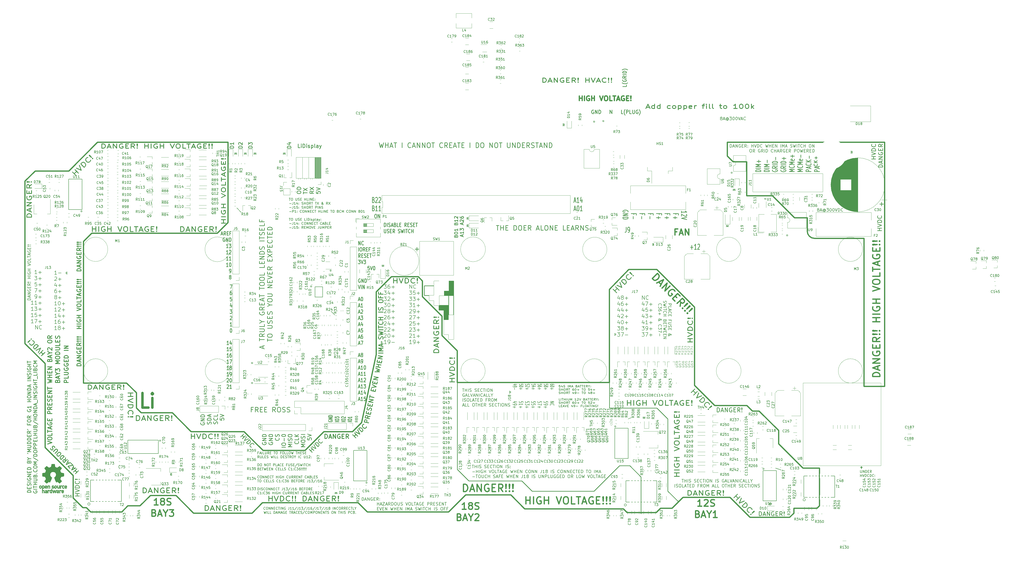
<source format=gto>
G04 #@! TF.GenerationSoftware,KiCad,Pcbnew,(5.1.9-0-10_14)*
G04 #@! TF.CreationDate,2022-04-27T15:54:58-04:00*
G04 #@! TF.ProjectId,LiBCM,4c694243-4d2e-46b6-9963-61645f706362,A*
G04 #@! TF.SameCoordinates,Original*
G04 #@! TF.FileFunction,Legend,Top*
G04 #@! TF.FilePolarity,Positive*
%FSLAX46Y46*%
G04 Gerber Fmt 4.6, Leading zero omitted, Abs format (unit mm)*
G04 Created by KiCad (PCBNEW (5.1.9-0-10_14)) date 2022-04-27 15:54:58*
%MOMM*%
%LPD*%
G01*
G04 APERTURE LIST*
%ADD10C,0.300000*%
%ADD11C,0.250000*%
%ADD12C,0.100000*%
%ADD13C,0.500000*%
%ADD14C,0.150000*%
%ADD15C,0.200000*%
%ADD16C,1.000000*%
%ADD17C,0.120000*%
%ADD18C,0.010000*%
%ADD19R,2.000000X1.780000*%
%ADD20C,3.000000*%
%ADD21C,4.500000*%
%ADD22C,59.000000*%
%ADD23O,1.700000X1.700000*%
%ADD24R,1.700000X1.700000*%
%ADD25O,2.000000X2.500000*%
%ADD26R,0.650000X1.220000*%
%ADD27R,1.780000X1.500000*%
%ADD28R,0.640000X1.910000*%
%ADD29R,1.220000X0.650000*%
%ADD30R,0.900000X1.200000*%
%ADD31C,2.750000*%
%ADD32R,0.900000X0.800000*%
%ADD33R,1.500000X2.000000*%
%ADD34R,3.800000X2.000000*%
%ADD35R,2.000000X1.500000*%
%ADD36R,2.000000X3.800000*%
%ADD37R,0.800000X0.900000*%
%ADD38C,4.000000*%
%ADD39R,4.000000X4.000000*%
%ADD40O,3.500000X2.500000*%
%ADD41C,3.500000*%
%ADD42R,1.200000X0.900000*%
%ADD43C,2.700000*%
%ADD44R,2.440000X1.120000*%
%ADD45C,1.900000*%
%ADD46R,1.780000X2.000000*%
%ADD47C,12.000000*%
%ADD48C,2.200000*%
%ADD49C,1.700000*%
%ADD50C,1.524000*%
%ADD51R,2.500000X3.300000*%
%ADD52R,2.100000X2.200000*%
%ADD53R,1.000000X0.250000*%
%ADD54R,0.999800X0.249800*%
%ADD55R,0.250000X1.000000*%
%ADD56R,0.249800X0.999800*%
%ADD57R,0.889000X0.305000*%
G04 APERTURE END LIST*
D10*
X280976190Y-21541666D02*
X282166666Y-21541666D01*
X280738095Y-22041666D02*
X281571428Y-20291666D01*
X282404761Y-22041666D01*
X284309523Y-22041666D02*
X284309523Y-20291666D01*
X284309523Y-21958333D02*
X284071428Y-22041666D01*
X283595238Y-22041666D01*
X283357142Y-21958333D01*
X283238095Y-21875000D01*
X283119047Y-21708333D01*
X283119047Y-21208333D01*
X283238095Y-21041666D01*
X283357142Y-20958333D01*
X283595238Y-20875000D01*
X284071428Y-20875000D01*
X284309523Y-20958333D01*
X286571428Y-22041666D02*
X286571428Y-20291666D01*
X286571428Y-21958333D02*
X286333333Y-22041666D01*
X285857142Y-22041666D01*
X285619047Y-21958333D01*
X285500000Y-21875000D01*
X285380952Y-21708333D01*
X285380952Y-21208333D01*
X285500000Y-21041666D01*
X285619047Y-20958333D01*
X285857142Y-20875000D01*
X286333333Y-20875000D01*
X286571428Y-20958333D01*
X290738095Y-21958333D02*
X290500000Y-22041666D01*
X290023809Y-22041666D01*
X289785714Y-21958333D01*
X289666666Y-21875000D01*
X289547619Y-21708333D01*
X289547619Y-21208333D01*
X289666666Y-21041666D01*
X289785714Y-20958333D01*
X290023809Y-20875000D01*
X290500000Y-20875000D01*
X290738095Y-20958333D01*
X292166666Y-22041666D02*
X291928571Y-21958333D01*
X291809523Y-21875000D01*
X291690476Y-21708333D01*
X291690476Y-21208333D01*
X291809523Y-21041666D01*
X291928571Y-20958333D01*
X292166666Y-20875000D01*
X292523809Y-20875000D01*
X292761904Y-20958333D01*
X292880952Y-21041666D01*
X293000000Y-21208333D01*
X293000000Y-21708333D01*
X292880952Y-21875000D01*
X292761904Y-21958333D01*
X292523809Y-22041666D01*
X292166666Y-22041666D01*
X294071428Y-20875000D02*
X294071428Y-22625000D01*
X294071428Y-20958333D02*
X294309523Y-20875000D01*
X294785714Y-20875000D01*
X295023809Y-20958333D01*
X295142857Y-21041666D01*
X295261904Y-21208333D01*
X295261904Y-21708333D01*
X295142857Y-21875000D01*
X295023809Y-21958333D01*
X294785714Y-22041666D01*
X294309523Y-22041666D01*
X294071428Y-21958333D01*
X296333333Y-20875000D02*
X296333333Y-22625000D01*
X296333333Y-20958333D02*
X296571428Y-20875000D01*
X297047619Y-20875000D01*
X297285714Y-20958333D01*
X297404761Y-21041666D01*
X297523809Y-21208333D01*
X297523809Y-21708333D01*
X297404761Y-21875000D01*
X297285714Y-21958333D01*
X297047619Y-22041666D01*
X296571428Y-22041666D01*
X296333333Y-21958333D01*
X299547619Y-21958333D02*
X299309523Y-22041666D01*
X298833333Y-22041666D01*
X298595238Y-21958333D01*
X298476190Y-21791666D01*
X298476190Y-21125000D01*
X298595238Y-20958333D01*
X298833333Y-20875000D01*
X299309523Y-20875000D01*
X299547619Y-20958333D01*
X299666666Y-21125000D01*
X299666666Y-21291666D01*
X298476190Y-21458333D01*
X300738095Y-22041666D02*
X300738095Y-20875000D01*
X300738095Y-21208333D02*
X300857142Y-21041666D01*
X300976190Y-20958333D01*
X301214285Y-20875000D01*
X301452380Y-20875000D01*
X303833333Y-20875000D02*
X304785714Y-20875000D01*
X304190476Y-22041666D02*
X304190476Y-20541666D01*
X304309523Y-20375000D01*
X304547619Y-20291666D01*
X304785714Y-20291666D01*
X305619047Y-22041666D02*
X305619047Y-20875000D01*
X305619047Y-20291666D02*
X305500000Y-20375000D01*
X305619047Y-20458333D01*
X305738095Y-20375000D01*
X305619047Y-20291666D01*
X305619047Y-20458333D01*
X307166666Y-22041666D02*
X306928571Y-21958333D01*
X306809523Y-21791666D01*
X306809523Y-20291666D01*
X308476190Y-22041666D02*
X308238095Y-21958333D01*
X308119047Y-21791666D01*
X308119047Y-20291666D01*
X310976190Y-20875000D02*
X311928571Y-20875000D01*
X311333333Y-20291666D02*
X311333333Y-21791666D01*
X311452380Y-21958333D01*
X311690476Y-22041666D01*
X311928571Y-22041666D01*
X313119047Y-22041666D02*
X312880952Y-21958333D01*
X312761904Y-21875000D01*
X312642857Y-21708333D01*
X312642857Y-21208333D01*
X312761904Y-21041666D01*
X312880952Y-20958333D01*
X313119047Y-20875000D01*
X313476190Y-20875000D01*
X313714285Y-20958333D01*
X313833333Y-21041666D01*
X313952380Y-21208333D01*
X313952380Y-21708333D01*
X313833333Y-21875000D01*
X313714285Y-21958333D01*
X313476190Y-22041666D01*
X313119047Y-22041666D01*
X318238095Y-22041666D02*
X316809523Y-22041666D01*
X317523809Y-22041666D02*
X317523809Y-20291666D01*
X317285714Y-20541666D01*
X317047619Y-20708333D01*
X316809523Y-20791666D01*
X319785714Y-20291666D02*
X320023809Y-20291666D01*
X320261904Y-20375000D01*
X320380952Y-20458333D01*
X320500000Y-20625000D01*
X320619047Y-20958333D01*
X320619047Y-21375000D01*
X320500000Y-21708333D01*
X320380952Y-21875000D01*
X320261904Y-21958333D01*
X320023809Y-22041666D01*
X319785714Y-22041666D01*
X319547619Y-21958333D01*
X319428571Y-21875000D01*
X319309523Y-21708333D01*
X319190476Y-21375000D01*
X319190476Y-20958333D01*
X319309523Y-20625000D01*
X319428571Y-20458333D01*
X319547619Y-20375000D01*
X319785714Y-20291666D01*
X322166666Y-20291666D02*
X322404761Y-20291666D01*
X322642857Y-20375000D01*
X322761904Y-20458333D01*
X322880952Y-20625000D01*
X323000000Y-20958333D01*
X323000000Y-21375000D01*
X322880952Y-21708333D01*
X322761904Y-21875000D01*
X322642857Y-21958333D01*
X322404761Y-22041666D01*
X322166666Y-22041666D01*
X321928571Y-21958333D01*
X321809523Y-21875000D01*
X321690476Y-21708333D01*
X321571428Y-21375000D01*
X321571428Y-20958333D01*
X321690476Y-20625000D01*
X321809523Y-20458333D01*
X321928571Y-20375000D01*
X322166666Y-20291666D01*
X324071428Y-22041666D02*
X324071428Y-20291666D01*
X324309523Y-21375000D02*
X325023809Y-22041666D01*
X325023809Y-20875000D02*
X324071428Y-21541666D01*
D11*
X119261904Y-145857142D02*
X118595238Y-145857142D01*
X118595238Y-146904761D02*
X118595238Y-144904761D01*
X119547619Y-144904761D01*
X121452380Y-146904761D02*
X120785714Y-145952380D01*
X120309523Y-146904761D02*
X120309523Y-144904761D01*
X121071428Y-144904761D01*
X121261904Y-145000000D01*
X121357142Y-145095238D01*
X121452380Y-145285714D01*
X121452380Y-145571428D01*
X121357142Y-145761904D01*
X121261904Y-145857142D01*
X121071428Y-145952380D01*
X120309523Y-145952380D01*
X122309523Y-145857142D02*
X122976190Y-145857142D01*
X123261904Y-146904761D02*
X122309523Y-146904761D01*
X122309523Y-144904761D01*
X123261904Y-144904761D01*
X124119047Y-145857142D02*
X124785714Y-145857142D01*
X125071428Y-146904761D02*
X124119047Y-146904761D01*
X124119047Y-144904761D01*
X125071428Y-144904761D01*
X128595238Y-146904761D02*
X127928571Y-145952380D01*
X127452380Y-146904761D02*
X127452380Y-144904761D01*
X128214285Y-144904761D01*
X128404761Y-145000000D01*
X128500000Y-145095238D01*
X128595238Y-145285714D01*
X128595238Y-145571428D01*
X128500000Y-145761904D01*
X128404761Y-145857142D01*
X128214285Y-145952380D01*
X127452380Y-145952380D01*
X129833333Y-144904761D02*
X130214285Y-144904761D01*
X130404761Y-145000000D01*
X130595238Y-145190476D01*
X130690476Y-145571428D01*
X130690476Y-146238095D01*
X130595238Y-146619047D01*
X130404761Y-146809523D01*
X130214285Y-146904761D01*
X129833333Y-146904761D01*
X129642857Y-146809523D01*
X129452380Y-146619047D01*
X129357142Y-146238095D01*
X129357142Y-145571428D01*
X129452380Y-145190476D01*
X129642857Y-145000000D01*
X129833333Y-144904761D01*
X131452380Y-146809523D02*
X131738095Y-146904761D01*
X132214285Y-146904761D01*
X132404761Y-146809523D01*
X132500000Y-146714285D01*
X132595238Y-146523809D01*
X132595238Y-146333333D01*
X132500000Y-146142857D01*
X132404761Y-146047619D01*
X132214285Y-145952380D01*
X131833333Y-145857142D01*
X131642857Y-145761904D01*
X131547619Y-145666666D01*
X131452380Y-145476190D01*
X131452380Y-145285714D01*
X131547619Y-145095238D01*
X131642857Y-145000000D01*
X131833333Y-144904761D01*
X132309523Y-144904761D01*
X132595238Y-145000000D01*
X133357142Y-146809523D02*
X133642857Y-146904761D01*
X134119047Y-146904761D01*
X134309523Y-146809523D01*
X134404761Y-146714285D01*
X134500000Y-146523809D01*
X134500000Y-146333333D01*
X134404761Y-146142857D01*
X134309523Y-146047619D01*
X134119047Y-145952380D01*
X133738095Y-145857142D01*
X133547619Y-145761904D01*
X133452380Y-145666666D01*
X133357142Y-145476190D01*
X133357142Y-145285714D01*
X133452380Y-145095238D01*
X133547619Y-145000000D01*
X133738095Y-144904761D01*
X134214285Y-144904761D01*
X134500000Y-145000000D01*
X123458333Y-120678571D02*
X123458333Y-119726190D01*
X124029761Y-120869047D02*
X122029761Y-120202380D01*
X124029761Y-119535714D01*
X122029761Y-117630952D02*
X122029761Y-116488095D01*
X124029761Y-117059523D02*
X122029761Y-117059523D01*
X124029761Y-114678571D02*
X123077380Y-115345238D01*
X124029761Y-115821428D02*
X122029761Y-115821428D01*
X122029761Y-115059523D01*
X122125000Y-114869047D01*
X122220238Y-114773809D01*
X122410714Y-114678571D01*
X122696428Y-114678571D01*
X122886904Y-114773809D01*
X122982142Y-114869047D01*
X123077380Y-115059523D01*
X123077380Y-115821428D01*
X122029761Y-113821428D02*
X123648809Y-113821428D01*
X123839285Y-113726190D01*
X123934523Y-113630952D01*
X124029761Y-113440476D01*
X124029761Y-113059523D01*
X123934523Y-112869047D01*
X123839285Y-112773809D01*
X123648809Y-112678571D01*
X122029761Y-112678571D01*
X124029761Y-110773809D02*
X124029761Y-111726190D01*
X122029761Y-111726190D01*
X123077380Y-109726190D02*
X124029761Y-109726190D01*
X122029761Y-110392857D02*
X123077380Y-109726190D01*
X122029761Y-109059523D01*
X122125000Y-105821428D02*
X122029761Y-106011904D01*
X122029761Y-106297619D01*
X122125000Y-106583333D01*
X122315476Y-106773809D01*
X122505952Y-106869047D01*
X122886904Y-106964285D01*
X123172619Y-106964285D01*
X123553571Y-106869047D01*
X123744047Y-106773809D01*
X123934523Y-106583333D01*
X124029761Y-106297619D01*
X124029761Y-106107142D01*
X123934523Y-105821428D01*
X123839285Y-105726190D01*
X123172619Y-105726190D01*
X123172619Y-106107142D01*
X124029761Y-103726190D02*
X123077380Y-104392857D01*
X124029761Y-104869047D02*
X122029761Y-104869047D01*
X122029761Y-104107142D01*
X122125000Y-103916666D01*
X122220238Y-103821428D01*
X122410714Y-103726190D01*
X122696428Y-103726190D01*
X122886904Y-103821428D01*
X122982142Y-103916666D01*
X123077380Y-104107142D01*
X123077380Y-104869047D01*
X122982142Y-102869047D02*
X122982142Y-102202380D01*
X124029761Y-101916666D02*
X124029761Y-102869047D01*
X122029761Y-102869047D01*
X122029761Y-101916666D01*
X123458333Y-101154761D02*
X123458333Y-100202380D01*
X124029761Y-101345238D02*
X122029761Y-100678571D01*
X124029761Y-100011904D01*
X122029761Y-99630952D02*
X122029761Y-98488095D01*
X124029761Y-99059523D02*
X122029761Y-99059523D01*
X122029761Y-96583333D02*
X122029761Y-95440476D01*
X124029761Y-96011904D02*
X122029761Y-96011904D01*
X122029761Y-94392857D02*
X122029761Y-94011904D01*
X122125000Y-93821428D01*
X122315476Y-93630952D01*
X122696428Y-93535714D01*
X123363095Y-93535714D01*
X123744047Y-93630952D01*
X123934523Y-93821428D01*
X124029761Y-94011904D01*
X124029761Y-94392857D01*
X123934523Y-94583333D01*
X123744047Y-94773809D01*
X123363095Y-94869047D01*
X122696428Y-94869047D01*
X122315476Y-94773809D01*
X122125000Y-94583333D01*
X122029761Y-94392857D01*
X122029761Y-92297619D02*
X122029761Y-91916666D01*
X122125000Y-91726190D01*
X122315476Y-91535714D01*
X122696428Y-91440476D01*
X123363095Y-91440476D01*
X123744047Y-91535714D01*
X123934523Y-91726190D01*
X124029761Y-91916666D01*
X124029761Y-92297619D01*
X123934523Y-92488095D01*
X123744047Y-92678571D01*
X123363095Y-92773809D01*
X122696428Y-92773809D01*
X122315476Y-92678571D01*
X122125000Y-92488095D01*
X122029761Y-92297619D01*
X124029761Y-89630952D02*
X124029761Y-90583333D01*
X122029761Y-90583333D01*
X124029761Y-86488095D02*
X124029761Y-87440476D01*
X122029761Y-87440476D01*
X122982142Y-85821428D02*
X122982142Y-85154761D01*
X124029761Y-84869047D02*
X124029761Y-85821428D01*
X122029761Y-85821428D01*
X122029761Y-84869047D01*
X124029761Y-84011904D02*
X122029761Y-84011904D01*
X124029761Y-82869047D01*
X122029761Y-82869047D01*
X124029761Y-81916666D02*
X122029761Y-81916666D01*
X122029761Y-81440476D01*
X122125000Y-81154761D01*
X122315476Y-80964285D01*
X122505952Y-80869047D01*
X122886904Y-80773809D01*
X123172619Y-80773809D01*
X123553571Y-80869047D01*
X123744047Y-80964285D01*
X123934523Y-81154761D01*
X124029761Y-81440476D01*
X124029761Y-81916666D01*
X123934523Y-80011904D02*
X124029761Y-79726190D01*
X124029761Y-79250000D01*
X123934523Y-79059523D01*
X123839285Y-78964285D01*
X123648809Y-78869047D01*
X123458333Y-78869047D01*
X123267857Y-78964285D01*
X123172619Y-79059523D01*
X123077380Y-79250000D01*
X122982142Y-79630952D01*
X122886904Y-79821428D01*
X122791666Y-79916666D01*
X122601190Y-80011904D01*
X122410714Y-80011904D01*
X122220238Y-79916666D01*
X122125000Y-79821428D01*
X122029761Y-79630952D01*
X122029761Y-79154761D01*
X122125000Y-78869047D01*
X124029761Y-76488095D02*
X122029761Y-76488095D01*
X122029761Y-75821428D02*
X122029761Y-74678571D01*
X124029761Y-75250000D02*
X122029761Y-75250000D01*
X123934523Y-74107142D02*
X124029761Y-73821428D01*
X124029761Y-73345238D01*
X123934523Y-73154761D01*
X123839285Y-73059523D01*
X123648809Y-72964285D01*
X123458333Y-72964285D01*
X123267857Y-73059523D01*
X123172619Y-73154761D01*
X123077380Y-73345238D01*
X122982142Y-73726190D01*
X122886904Y-73916666D01*
X122791666Y-74011904D01*
X122601190Y-74107142D01*
X122410714Y-74107142D01*
X122220238Y-74011904D01*
X122125000Y-73916666D01*
X122029761Y-73726190D01*
X122029761Y-73250000D01*
X122125000Y-72964285D01*
X122982142Y-72107142D02*
X122982142Y-71440476D01*
X124029761Y-71154761D02*
X124029761Y-72107142D01*
X122029761Y-72107142D01*
X122029761Y-71154761D01*
X124029761Y-69345238D02*
X124029761Y-70297619D01*
X122029761Y-70297619D01*
X122982142Y-68011904D02*
X122982142Y-68678571D01*
X124029761Y-68678571D02*
X122029761Y-68678571D01*
X122029761Y-67726190D01*
X125279761Y-117869047D02*
X125279761Y-116726190D01*
X127279761Y-117297619D02*
X125279761Y-117297619D01*
X125279761Y-115678571D02*
X125279761Y-115297619D01*
X125375000Y-115107142D01*
X125565476Y-114916666D01*
X125946428Y-114821428D01*
X126613095Y-114821428D01*
X126994047Y-114916666D01*
X127184523Y-115107142D01*
X127279761Y-115297619D01*
X127279761Y-115678571D01*
X127184523Y-115869047D01*
X126994047Y-116059523D01*
X126613095Y-116154761D01*
X125946428Y-116154761D01*
X125565476Y-116059523D01*
X125375000Y-115869047D01*
X125279761Y-115678571D01*
X125279761Y-112440476D02*
X126898809Y-112440476D01*
X127089285Y-112345238D01*
X127184523Y-112250000D01*
X127279761Y-112059523D01*
X127279761Y-111678571D01*
X127184523Y-111488095D01*
X127089285Y-111392857D01*
X126898809Y-111297619D01*
X125279761Y-111297619D01*
X127184523Y-110440476D02*
X127279761Y-110154761D01*
X127279761Y-109678571D01*
X127184523Y-109488095D01*
X127089285Y-109392857D01*
X126898809Y-109297619D01*
X126708333Y-109297619D01*
X126517857Y-109392857D01*
X126422619Y-109488095D01*
X126327380Y-109678571D01*
X126232142Y-110059523D01*
X126136904Y-110250000D01*
X126041666Y-110345238D01*
X125851190Y-110440476D01*
X125660714Y-110440476D01*
X125470238Y-110345238D01*
X125375000Y-110250000D01*
X125279761Y-110059523D01*
X125279761Y-109583333D01*
X125375000Y-109297619D01*
X126232142Y-108440476D02*
X126232142Y-107773809D01*
X127279761Y-107488095D02*
X127279761Y-108440476D01*
X125279761Y-108440476D01*
X125279761Y-107488095D01*
X127184523Y-106726190D02*
X127279761Y-106440476D01*
X127279761Y-105964285D01*
X127184523Y-105773809D01*
X127089285Y-105678571D01*
X126898809Y-105583333D01*
X126708333Y-105583333D01*
X126517857Y-105678571D01*
X126422619Y-105773809D01*
X126327380Y-105964285D01*
X126232142Y-106345238D01*
X126136904Y-106535714D01*
X126041666Y-106630952D01*
X125851190Y-106726190D01*
X125660714Y-106726190D01*
X125470238Y-106630952D01*
X125375000Y-106535714D01*
X125279761Y-106345238D01*
X125279761Y-105869047D01*
X125375000Y-105583333D01*
X126327380Y-102821428D02*
X127279761Y-102821428D01*
X125279761Y-103488095D02*
X126327380Y-102821428D01*
X125279761Y-102154761D01*
X125279761Y-101107142D02*
X125279761Y-100726190D01*
X125375000Y-100535714D01*
X125565476Y-100345238D01*
X125946428Y-100250000D01*
X126613095Y-100250000D01*
X126994047Y-100345238D01*
X127184523Y-100535714D01*
X127279761Y-100726190D01*
X127279761Y-101107142D01*
X127184523Y-101297619D01*
X126994047Y-101488095D01*
X126613095Y-101583333D01*
X125946428Y-101583333D01*
X125565476Y-101488095D01*
X125375000Y-101297619D01*
X125279761Y-101107142D01*
X125279761Y-99392857D02*
X126898809Y-99392857D01*
X127089285Y-99297619D01*
X127184523Y-99202380D01*
X127279761Y-99011904D01*
X127279761Y-98630952D01*
X127184523Y-98440476D01*
X127089285Y-98345238D01*
X126898809Y-98250000D01*
X125279761Y-98250000D01*
X127279761Y-95773809D02*
X125279761Y-95773809D01*
X127279761Y-94630952D01*
X125279761Y-94630952D01*
X126232142Y-93678571D02*
X126232142Y-93011904D01*
X127279761Y-92726190D02*
X127279761Y-93678571D01*
X125279761Y-93678571D01*
X125279761Y-92726190D01*
X125279761Y-92154761D02*
X127279761Y-91488095D01*
X125279761Y-90821428D01*
X126232142Y-90154761D02*
X126232142Y-89488095D01*
X127279761Y-89202380D02*
X127279761Y-90154761D01*
X125279761Y-90154761D01*
X125279761Y-89202380D01*
X127279761Y-87202380D02*
X126327380Y-87869047D01*
X127279761Y-88345238D02*
X125279761Y-88345238D01*
X125279761Y-87583333D01*
X125375000Y-87392857D01*
X125470238Y-87297619D01*
X125660714Y-87202380D01*
X125946428Y-87202380D01*
X126136904Y-87297619D01*
X126232142Y-87392857D01*
X126327380Y-87583333D01*
X126327380Y-88345238D01*
X126232142Y-84821428D02*
X126232142Y-84154761D01*
X127279761Y-83869047D02*
X127279761Y-84821428D01*
X125279761Y-84821428D01*
X125279761Y-83869047D01*
X125279761Y-83202380D02*
X127279761Y-81869047D01*
X125279761Y-81869047D02*
X127279761Y-83202380D01*
X127279761Y-81107142D02*
X125279761Y-81107142D01*
X125279761Y-80345238D01*
X125375000Y-80154761D01*
X125470238Y-80059523D01*
X125660714Y-79964285D01*
X125946428Y-79964285D01*
X126136904Y-80059523D01*
X126232142Y-80154761D01*
X126327380Y-80345238D01*
X126327380Y-81107142D01*
X126232142Y-79107142D02*
X126232142Y-78440476D01*
X127279761Y-78154761D02*
X127279761Y-79107142D01*
X125279761Y-79107142D01*
X125279761Y-78154761D01*
X127089285Y-76154761D02*
X127184523Y-76250000D01*
X127279761Y-76535714D01*
X127279761Y-76726190D01*
X127184523Y-77011904D01*
X126994047Y-77202380D01*
X126803571Y-77297619D01*
X126422619Y-77392857D01*
X126136904Y-77392857D01*
X125755952Y-77297619D01*
X125565476Y-77202380D01*
X125375000Y-77011904D01*
X125279761Y-76726190D01*
X125279761Y-76535714D01*
X125375000Y-76250000D01*
X125470238Y-76154761D01*
X125279761Y-75583333D02*
X125279761Y-74440476D01*
X127279761Y-75011904D02*
X125279761Y-75011904D01*
X126232142Y-73773809D02*
X126232142Y-73107142D01*
X127279761Y-72821428D02*
X127279761Y-73773809D01*
X125279761Y-73773809D01*
X125279761Y-72821428D01*
X127279761Y-71964285D02*
X125279761Y-71964285D01*
X125279761Y-71488095D01*
X125375000Y-71202380D01*
X125565476Y-71011904D01*
X125755952Y-70916666D01*
X126136904Y-70821428D01*
X126422619Y-70821428D01*
X126803571Y-70916666D01*
X126994047Y-71011904D01*
X127184523Y-71202380D01*
X127279761Y-71488095D01*
X127279761Y-71964285D01*
X219250000Y-70154761D02*
X220392857Y-70154761D01*
X219821428Y-72154761D02*
X219821428Y-70154761D01*
X221059523Y-72154761D02*
X221059523Y-70154761D01*
X221059523Y-71107142D02*
X222202380Y-71107142D01*
X222202380Y-72154761D02*
X222202380Y-70154761D01*
X223154761Y-71107142D02*
X223821428Y-71107142D01*
X224107142Y-72154761D02*
X223154761Y-72154761D01*
X223154761Y-70154761D01*
X224107142Y-70154761D01*
X226488095Y-72154761D02*
X226488095Y-70154761D01*
X226964285Y-70154761D01*
X227250000Y-70250000D01*
X227440476Y-70440476D01*
X227535714Y-70630952D01*
X227630952Y-71011904D01*
X227630952Y-71297619D01*
X227535714Y-71678571D01*
X227440476Y-71869047D01*
X227250000Y-72059523D01*
X226964285Y-72154761D01*
X226488095Y-72154761D01*
X228869047Y-70154761D02*
X229250000Y-70154761D01*
X229440476Y-70250000D01*
X229630952Y-70440476D01*
X229726190Y-70821428D01*
X229726190Y-71488095D01*
X229630952Y-71869047D01*
X229440476Y-72059523D01*
X229250000Y-72154761D01*
X228869047Y-72154761D01*
X228678571Y-72059523D01*
X228488095Y-71869047D01*
X228392857Y-71488095D01*
X228392857Y-70821428D01*
X228488095Y-70440476D01*
X228678571Y-70250000D01*
X228869047Y-70154761D01*
X230583333Y-71107142D02*
X231250000Y-71107142D01*
X231535714Y-72154761D02*
X230583333Y-72154761D01*
X230583333Y-70154761D01*
X231535714Y-70154761D01*
X233535714Y-72154761D02*
X232869047Y-71202380D01*
X232392857Y-72154761D02*
X232392857Y-70154761D01*
X233154761Y-70154761D01*
X233345238Y-70250000D01*
X233440476Y-70345238D01*
X233535714Y-70535714D01*
X233535714Y-70821428D01*
X233440476Y-71011904D01*
X233345238Y-71107142D01*
X233154761Y-71202380D01*
X232392857Y-71202380D01*
X235821428Y-71583333D02*
X236773809Y-71583333D01*
X235630952Y-72154761D02*
X236297619Y-70154761D01*
X236964285Y-72154761D01*
X238583333Y-72154761D02*
X237630952Y-72154761D01*
X237630952Y-70154761D01*
X239630952Y-70154761D02*
X240011904Y-70154761D01*
X240202380Y-70250000D01*
X240392857Y-70440476D01*
X240488095Y-70821428D01*
X240488095Y-71488095D01*
X240392857Y-71869047D01*
X240202380Y-72059523D01*
X240011904Y-72154761D01*
X239630952Y-72154761D01*
X239440476Y-72059523D01*
X239250000Y-71869047D01*
X239154761Y-71488095D01*
X239154761Y-70821428D01*
X239250000Y-70440476D01*
X239440476Y-70250000D01*
X239630952Y-70154761D01*
X241345238Y-72154761D02*
X241345238Y-70154761D01*
X242488095Y-72154761D01*
X242488095Y-70154761D01*
X243440476Y-71107142D02*
X244107142Y-71107142D01*
X244392857Y-72154761D02*
X243440476Y-72154761D01*
X243440476Y-70154761D01*
X244392857Y-70154761D01*
X247726190Y-72154761D02*
X246773809Y-72154761D01*
X246773809Y-70154761D01*
X248392857Y-71107142D02*
X249059523Y-71107142D01*
X249345238Y-72154761D02*
X248392857Y-72154761D01*
X248392857Y-70154761D01*
X249345238Y-70154761D01*
X250107142Y-71583333D02*
X251059523Y-71583333D01*
X249916666Y-72154761D02*
X250583333Y-70154761D01*
X251250000Y-72154761D01*
X253059523Y-72154761D02*
X252392857Y-71202380D01*
X251916666Y-72154761D02*
X251916666Y-70154761D01*
X252678571Y-70154761D01*
X252869047Y-70250000D01*
X252964285Y-70345238D01*
X253059523Y-70535714D01*
X253059523Y-70821428D01*
X252964285Y-71011904D01*
X252869047Y-71107142D01*
X252678571Y-71202380D01*
X251916666Y-71202380D01*
X253916666Y-72154761D02*
X253916666Y-70154761D01*
X255059523Y-72154761D01*
X255059523Y-70154761D01*
X255916666Y-72059523D02*
X256202380Y-72154761D01*
X256678571Y-72154761D01*
X256869047Y-72059523D01*
X256964285Y-71964285D01*
X257059523Y-71773809D01*
X257059523Y-71583333D01*
X256964285Y-71392857D01*
X256869047Y-71297619D01*
X256678571Y-71202380D01*
X256297619Y-71107142D01*
X256107142Y-71011904D01*
X256011904Y-70916666D01*
X255916666Y-70726190D01*
X255916666Y-70535714D01*
X256011904Y-70345238D01*
X256107142Y-70250000D01*
X256297619Y-70154761D01*
X256773809Y-70154761D01*
X257059523Y-70250000D01*
X171226190Y-36154761D02*
X171702380Y-38154761D01*
X172083333Y-36726190D01*
X172464285Y-38154761D01*
X172940476Y-36154761D01*
X173702380Y-38154761D02*
X173702380Y-36154761D01*
X173702380Y-37107142D02*
X174845238Y-37107142D01*
X174845238Y-38154761D02*
X174845238Y-36154761D01*
X175702380Y-37583333D02*
X176654761Y-37583333D01*
X175511904Y-38154761D02*
X176178571Y-36154761D01*
X176845238Y-38154761D01*
X177226190Y-36154761D02*
X178369047Y-36154761D01*
X177797619Y-38154761D02*
X177797619Y-36154761D01*
X180559523Y-38154761D02*
X180559523Y-36154761D01*
X184178571Y-37964285D02*
X184083333Y-38059523D01*
X183797619Y-38154761D01*
X183607142Y-38154761D01*
X183321428Y-38059523D01*
X183130952Y-37869047D01*
X183035714Y-37678571D01*
X182940476Y-37297619D01*
X182940476Y-37011904D01*
X183035714Y-36630952D01*
X183130952Y-36440476D01*
X183321428Y-36250000D01*
X183607142Y-36154761D01*
X183797619Y-36154761D01*
X184083333Y-36250000D01*
X184178571Y-36345238D01*
X184940476Y-37583333D02*
X185892857Y-37583333D01*
X184750000Y-38154761D02*
X185416666Y-36154761D01*
X186083333Y-38154761D01*
X186750000Y-38154761D02*
X186750000Y-36154761D01*
X187892857Y-38154761D01*
X187892857Y-36154761D01*
X188845238Y-38154761D02*
X188845238Y-36154761D01*
X189988095Y-38154761D01*
X189988095Y-36154761D01*
X191321428Y-36154761D02*
X191702380Y-36154761D01*
X191892857Y-36250000D01*
X192083333Y-36440476D01*
X192178571Y-36821428D01*
X192178571Y-37488095D01*
X192083333Y-37869047D01*
X191892857Y-38059523D01*
X191702380Y-38154761D01*
X191321428Y-38154761D01*
X191130952Y-38059523D01*
X190940476Y-37869047D01*
X190845238Y-37488095D01*
X190845238Y-36821428D01*
X190940476Y-36440476D01*
X191130952Y-36250000D01*
X191321428Y-36154761D01*
X192750000Y-36154761D02*
X193892857Y-36154761D01*
X193321428Y-38154761D02*
X193321428Y-36154761D01*
X197226190Y-37964285D02*
X197130952Y-38059523D01*
X196845238Y-38154761D01*
X196654761Y-38154761D01*
X196369047Y-38059523D01*
X196178571Y-37869047D01*
X196083333Y-37678571D01*
X195988095Y-37297619D01*
X195988095Y-37011904D01*
X196083333Y-36630952D01*
X196178571Y-36440476D01*
X196369047Y-36250000D01*
X196654761Y-36154761D01*
X196845238Y-36154761D01*
X197130952Y-36250000D01*
X197226190Y-36345238D01*
X199226190Y-38154761D02*
X198559523Y-37202380D01*
X198083333Y-38154761D02*
X198083333Y-36154761D01*
X198845238Y-36154761D01*
X199035714Y-36250000D01*
X199130952Y-36345238D01*
X199226190Y-36535714D01*
X199226190Y-36821428D01*
X199130952Y-37011904D01*
X199035714Y-37107142D01*
X198845238Y-37202380D01*
X198083333Y-37202380D01*
X200083333Y-37107142D02*
X200749999Y-37107142D01*
X201035714Y-38154761D02*
X200083333Y-38154761D01*
X200083333Y-36154761D01*
X201035714Y-36154761D01*
X201797619Y-37583333D02*
X202749999Y-37583333D01*
X201607142Y-38154761D02*
X202273809Y-36154761D01*
X202940476Y-38154761D01*
X203321428Y-36154761D02*
X204464285Y-36154761D01*
X203892857Y-38154761D02*
X203892857Y-36154761D01*
X205130952Y-37107142D02*
X205797619Y-37107142D01*
X206083333Y-38154761D02*
X205130952Y-38154761D01*
X205130952Y-36154761D01*
X206083333Y-36154761D01*
X208464285Y-38154761D02*
X208464285Y-36154761D01*
X210940476Y-38154761D02*
X210940476Y-36154761D01*
X211416666Y-36154761D01*
X211702380Y-36250000D01*
X211892857Y-36440476D01*
X211988095Y-36630952D01*
X212083333Y-37011904D01*
X212083333Y-37297619D01*
X211988095Y-37678571D01*
X211892857Y-37869047D01*
X211702380Y-38059523D01*
X211416666Y-38154761D01*
X210940476Y-38154761D01*
X213321428Y-36154761D02*
X213702380Y-36154761D01*
X213892857Y-36250000D01*
X214083333Y-36440476D01*
X214178571Y-36821428D01*
X214178571Y-37488095D01*
X214083333Y-37869047D01*
X213892857Y-38059523D01*
X213702380Y-38154761D01*
X213321428Y-38154761D01*
X213130952Y-38059523D01*
X212940476Y-37869047D01*
X212845238Y-37488095D01*
X212845238Y-36821428D01*
X212940476Y-36440476D01*
X213130952Y-36250000D01*
X213321428Y-36154761D01*
X216559523Y-38154761D02*
X216559523Y-36154761D01*
X217702380Y-38154761D01*
X217702380Y-36154761D01*
X219035714Y-36154761D02*
X219416666Y-36154761D01*
X219607142Y-36250000D01*
X219797619Y-36440476D01*
X219892857Y-36821428D01*
X219892857Y-37488095D01*
X219797619Y-37869047D01*
X219607142Y-38059523D01*
X219416666Y-38154761D01*
X219035714Y-38154761D01*
X218845238Y-38059523D01*
X218654761Y-37869047D01*
X218559523Y-37488095D01*
X218559523Y-36821428D01*
X218654761Y-36440476D01*
X218845238Y-36250000D01*
X219035714Y-36154761D01*
X220464285Y-36154761D02*
X221607142Y-36154761D01*
X221035714Y-38154761D02*
X221035714Y-36154761D01*
X223797619Y-36154761D02*
X223797619Y-37773809D01*
X223892857Y-37964285D01*
X223988095Y-38059523D01*
X224178571Y-38154761D01*
X224559523Y-38154761D01*
X224749999Y-38059523D01*
X224845238Y-37964285D01*
X224940476Y-37773809D01*
X224940476Y-36154761D01*
X225892857Y-38154761D02*
X225892857Y-36154761D01*
X227035714Y-38154761D01*
X227035714Y-36154761D01*
X227988095Y-38154761D02*
X227988095Y-36154761D01*
X228464285Y-36154761D01*
X228750000Y-36250000D01*
X228940476Y-36440476D01*
X229035714Y-36630952D01*
X229130952Y-37011904D01*
X229130952Y-37297619D01*
X229035714Y-37678571D01*
X228940476Y-37869047D01*
X228750000Y-38059523D01*
X228464285Y-38154761D01*
X227988095Y-38154761D01*
X229988095Y-37107142D02*
X230654761Y-37107142D01*
X230940476Y-38154761D02*
X229988095Y-38154761D01*
X229988095Y-36154761D01*
X230940476Y-36154761D01*
X232940476Y-38154761D02*
X232273809Y-37202380D01*
X231797619Y-38154761D02*
X231797619Y-36154761D01*
X232559523Y-36154761D01*
X232749999Y-36250000D01*
X232845238Y-36345238D01*
X232940476Y-36535714D01*
X232940476Y-36821428D01*
X232845238Y-37011904D01*
X232749999Y-37107142D01*
X232559523Y-37202380D01*
X231797619Y-37202380D01*
X233702380Y-38059523D02*
X233988095Y-38154761D01*
X234464285Y-38154761D01*
X234654761Y-38059523D01*
X234749999Y-37964285D01*
X234845238Y-37773809D01*
X234845238Y-37583333D01*
X234749999Y-37392857D01*
X234654761Y-37297619D01*
X234464285Y-37202380D01*
X234083333Y-37107142D01*
X233892857Y-37011904D01*
X233797619Y-36916666D01*
X233702380Y-36726190D01*
X233702380Y-36535714D01*
X233797619Y-36345238D01*
X233892857Y-36250000D01*
X234083333Y-36154761D01*
X234559523Y-36154761D01*
X234845238Y-36250000D01*
X235416666Y-36154761D02*
X236559523Y-36154761D01*
X235988095Y-38154761D02*
X235988095Y-36154761D01*
X237130952Y-37583333D02*
X238083333Y-37583333D01*
X236940476Y-38154761D02*
X237607142Y-36154761D01*
X238273809Y-38154761D01*
X238940476Y-38154761D02*
X238940476Y-36154761D01*
X240083333Y-38154761D01*
X240083333Y-36154761D01*
X241035714Y-38154761D02*
X241035714Y-36154761D01*
X241511904Y-36154761D01*
X241797619Y-36250000D01*
X241988095Y-36440476D01*
X242083333Y-36630952D01*
X242178571Y-37011904D01*
X242178571Y-37297619D01*
X242083333Y-37678571D01*
X241988095Y-37869047D01*
X241797619Y-38059523D01*
X241511904Y-38154761D01*
X241035714Y-38154761D01*
D12*
G36*
X199750000Y-109000000D02*
G01*
X197750000Y-109000000D01*
X197750000Y-105000000D01*
X195750000Y-105000000D01*
X195750000Y-103000000D01*
X199750000Y-103000000D01*
X199750000Y-109000000D01*
G37*
X199750000Y-109000000D02*
X197750000Y-109000000D01*
X197750000Y-105000000D01*
X195750000Y-105000000D01*
X195750000Y-103000000D01*
X199750000Y-103000000D01*
X199750000Y-109000000D01*
G36*
X201750000Y-99000000D02*
G01*
X197750000Y-99000000D01*
X197750000Y-97000000D01*
X199750000Y-97000000D01*
X199750000Y-93000000D01*
X201750000Y-93000000D01*
X201750000Y-99000000D01*
G37*
X201750000Y-99000000D02*
X197750000Y-99000000D01*
X197750000Y-97000000D01*
X199750000Y-97000000D01*
X199750000Y-93000000D01*
X201750000Y-93000000D01*
X201750000Y-99000000D01*
D11*
X189750000Y-95000000D02*
X193750000Y-95000000D01*
D13*
X71500000Y-145250000D02*
X73500000Y-147250000D01*
X86250000Y-147250000D02*
X94000000Y-155000000D01*
D11*
X143657619Y-163461966D02*
X142420182Y-162224529D01*
X143009438Y-162813785D02*
X143716545Y-162106678D01*
X144364726Y-162754859D02*
X143127289Y-161517422D01*
X143539768Y-161104943D02*
X145189684Y-161929901D01*
X144364726Y-160279985D01*
X146014642Y-161104943D02*
X144777205Y-159867506D01*
X145071833Y-159572878D01*
X145307535Y-159455027D01*
X145543237Y-159455027D01*
X145720014Y-159513953D01*
X146014642Y-159690730D01*
X146191418Y-159867506D01*
X146368195Y-160162134D01*
X146427121Y-160338911D01*
X146427121Y-160574613D01*
X146309269Y-160810315D01*
X146014642Y-161104943D01*
X147841334Y-159042548D02*
X147841334Y-159160399D01*
X147723483Y-159396102D01*
X147605632Y-159513953D01*
X147369930Y-159631804D01*
X147134227Y-159631804D01*
X146957451Y-159572878D01*
X146662823Y-159396102D01*
X146486046Y-159219325D01*
X146309269Y-158924697D01*
X146250344Y-158747921D01*
X146250344Y-158512218D01*
X146368195Y-158276516D01*
X146486046Y-158158665D01*
X146721748Y-158040814D01*
X146839600Y-158040814D01*
D14*
X114500000Y-64750000D02*
X112750000Y-63000000D01*
X151500000Y-105500000D02*
X153000000Y-107000000D01*
D11*
X150475000Y-150325595D02*
X150398809Y-150420833D01*
X150398809Y-150563690D01*
X150475000Y-150706547D01*
X150627380Y-150801785D01*
X150779761Y-150849404D01*
X151084523Y-150897023D01*
X151313095Y-150897023D01*
X151617857Y-150849404D01*
X151770238Y-150801785D01*
X151922619Y-150706547D01*
X151998809Y-150563690D01*
X151998809Y-150468452D01*
X151922619Y-150325595D01*
X151846428Y-150277976D01*
X151313095Y-150277976D01*
X151313095Y-150468452D01*
X151998809Y-149849404D02*
X150398809Y-149849404D01*
X151998809Y-149277976D01*
X150398809Y-149277976D01*
X151998809Y-148801785D02*
X150398809Y-148801785D01*
X150398809Y-148563690D01*
X150475000Y-148420833D01*
X150627380Y-148325595D01*
X150779761Y-148277976D01*
X151084523Y-148230357D01*
X151313095Y-148230357D01*
X151617857Y-148277976D01*
X151770238Y-148325595D01*
X151922619Y-148420833D01*
X151998809Y-148563690D01*
X151998809Y-148801785D01*
X154648809Y-150849404D02*
X153048809Y-150849404D01*
X153048809Y-150182738D02*
X153048809Y-149992261D01*
X153125000Y-149897023D01*
X153277380Y-149801785D01*
X153582142Y-149754166D01*
X154115476Y-149754166D01*
X154420238Y-149801785D01*
X154572619Y-149897023D01*
X154648809Y-149992261D01*
X154648809Y-150182738D01*
X154572619Y-150277976D01*
X154420238Y-150373214D01*
X154115476Y-150420833D01*
X153582142Y-150420833D01*
X153277380Y-150373214D01*
X153125000Y-150277976D01*
X153048809Y-150182738D01*
X153048809Y-149420833D02*
X153048809Y-148801785D01*
X153658333Y-149135119D01*
X153658333Y-148992261D01*
X153734523Y-148897023D01*
X153810714Y-148849404D01*
X153963095Y-148801785D01*
X154344047Y-148801785D01*
X154496428Y-148849404D01*
X154572619Y-148897023D01*
X154648809Y-148992261D01*
X154648809Y-149277976D01*
X154572619Y-149373214D01*
X154496428Y-149420833D01*
X157298809Y-150849404D02*
X155698809Y-150849404D01*
X155698809Y-150182738D02*
X155698809Y-149992261D01*
X155775000Y-149897023D01*
X155927380Y-149801785D01*
X156232142Y-149754166D01*
X156765476Y-149754166D01*
X157070238Y-149801785D01*
X157222619Y-149897023D01*
X157298809Y-149992261D01*
X157298809Y-150182738D01*
X157222619Y-150277976D01*
X157070238Y-150373214D01*
X156765476Y-150420833D01*
X156232142Y-150420833D01*
X155927380Y-150373214D01*
X155775000Y-150277976D01*
X155698809Y-150182738D01*
X155851190Y-149373214D02*
X155775000Y-149325595D01*
X155698809Y-149230357D01*
X155698809Y-148992261D01*
X155775000Y-148897023D01*
X155851190Y-148849404D01*
X156003571Y-148801785D01*
X156155952Y-148801785D01*
X156384523Y-148849404D01*
X157298809Y-149420833D01*
X157298809Y-148801785D01*
X159948809Y-150849404D02*
X158348809Y-150849404D01*
X158348809Y-150182738D02*
X158348809Y-149992261D01*
X158425000Y-149897023D01*
X158577380Y-149801785D01*
X158882142Y-149754166D01*
X159415476Y-149754166D01*
X159720238Y-149801785D01*
X159872619Y-149897023D01*
X159948809Y-149992261D01*
X159948809Y-150182738D01*
X159872619Y-150277976D01*
X159720238Y-150373214D01*
X159415476Y-150420833D01*
X158882142Y-150420833D01*
X158577380Y-150373214D01*
X158425000Y-150277976D01*
X158348809Y-150182738D01*
X159948809Y-148801785D02*
X159948809Y-149373214D01*
X159948809Y-149087500D02*
X158348809Y-149087500D01*
X158577380Y-149182738D01*
X158729761Y-149277976D01*
X158805952Y-149373214D01*
D13*
X94000000Y-155000000D02*
X115750000Y-155000000D01*
D11*
X114288033Y-157157619D02*
X115525470Y-155920182D01*
X114936214Y-156509438D02*
X115643321Y-157216545D01*
X114995140Y-157864726D02*
X116232577Y-156627289D01*
X116645056Y-157039768D02*
X115820098Y-158689684D01*
X117470014Y-157864726D01*
X116645056Y-159514642D02*
X117882493Y-158277205D01*
X118177121Y-158571833D01*
X118294972Y-158807535D01*
X118294972Y-159043237D01*
X118236046Y-159220014D01*
X118059269Y-159514642D01*
X117882493Y-159691418D01*
X117587865Y-159868195D01*
X117411088Y-159927121D01*
X117175386Y-159927121D01*
X116939684Y-159809269D01*
X116645056Y-159514642D01*
X118707451Y-161341334D02*
X118589600Y-161341334D01*
X118353897Y-161223483D01*
X118236046Y-161105632D01*
X118118195Y-160869930D01*
X118118195Y-160634227D01*
X118177121Y-160457451D01*
X118353897Y-160162823D01*
X118530674Y-159986046D01*
X118825302Y-159809269D01*
X119002078Y-159750344D01*
X119237781Y-159750344D01*
X119473483Y-159868195D01*
X119591334Y-159986046D01*
X119709185Y-160221748D01*
X119709185Y-160339600D01*
D13*
X140750000Y-162750000D02*
X148500000Y-155000000D01*
X123500000Y-162750000D02*
X140750000Y-162750000D01*
X115750000Y-155000000D02*
X123500000Y-162750000D01*
D10*
X161643857Y-157557716D02*
X160371065Y-156284924D01*
X160977156Y-156891015D02*
X161704466Y-156163705D01*
X162371167Y-156830406D02*
X161098375Y-155557614D01*
X161522639Y-155133350D02*
X163219695Y-155981878D01*
X162371167Y-154284822D01*
X164068223Y-155133350D02*
X162795431Y-153860558D01*
X163098477Y-153557512D01*
X163340913Y-153436294D01*
X163583350Y-153436294D01*
X163765177Y-153496903D01*
X164068223Y-153678730D01*
X164250051Y-153860558D01*
X164431878Y-154163603D01*
X164492487Y-154345431D01*
X164492487Y-154587867D01*
X164371269Y-154830304D01*
X164068223Y-155133350D01*
X165947107Y-153012029D02*
X165947107Y-153133248D01*
X165825888Y-153375684D01*
X165704670Y-153496903D01*
X165462234Y-153618121D01*
X165219797Y-153618121D01*
X165037970Y-153557512D01*
X164734924Y-153375684D01*
X164553096Y-153193857D01*
X164371269Y-152890811D01*
X164310660Y-152708984D01*
X164310660Y-152466547D01*
X164431878Y-152224111D01*
X164553096Y-152102892D01*
X164795533Y-151981674D01*
X164916751Y-151981674D01*
X148950000Y-157814285D02*
X148950000Y-156014285D01*
X149378571Y-156014285D01*
X149635714Y-156100000D01*
X149807142Y-156271428D01*
X149892857Y-156442857D01*
X149978571Y-156785714D01*
X149978571Y-157042857D01*
X149892857Y-157385714D01*
X149807142Y-157557142D01*
X149635714Y-157728571D01*
X149378571Y-157814285D01*
X148950000Y-157814285D01*
X150664285Y-157300000D02*
X151521428Y-157300000D01*
X150492857Y-157814285D02*
X151092857Y-156014285D01*
X151692857Y-157814285D01*
X152292857Y-157814285D02*
X152292857Y-156014285D01*
X153321428Y-157814285D01*
X153321428Y-156014285D01*
X155121428Y-156100000D02*
X154950000Y-156014285D01*
X154692857Y-156014285D01*
X154435714Y-156100000D01*
X154264285Y-156271428D01*
X154178571Y-156442857D01*
X154092857Y-156785714D01*
X154092857Y-157042857D01*
X154178571Y-157385714D01*
X154264285Y-157557142D01*
X154435714Y-157728571D01*
X154692857Y-157814285D01*
X154864285Y-157814285D01*
X155121428Y-157728571D01*
X155207142Y-157642857D01*
X155207142Y-157042857D01*
X154864285Y-157042857D01*
X155978571Y-156871428D02*
X156578571Y-156871428D01*
X156835714Y-157814285D02*
X155978571Y-157814285D01*
X155978571Y-156014285D01*
X156835714Y-156014285D01*
X158635714Y-157814285D02*
X158035714Y-156957142D01*
X157607142Y-157814285D02*
X157607142Y-156014285D01*
X158292857Y-156014285D01*
X158464285Y-156100000D01*
X158550000Y-156185714D01*
X158635714Y-156357142D01*
X158635714Y-156614285D01*
X158550000Y-156785714D01*
X158464285Y-156871428D01*
X158292857Y-156957142D01*
X157607142Y-156957142D01*
D13*
X291500000Y-186500000D02*
X286750000Y-186500000D01*
X291500000Y-186500000D02*
X296000000Y-182000000D01*
D14*
X164145119Y-183315476D02*
X164145119Y-182065476D01*
X164442738Y-182065476D01*
X164621309Y-182125000D01*
X164740357Y-182244047D01*
X164799880Y-182363095D01*
X164859404Y-182601190D01*
X164859404Y-182779761D01*
X164799880Y-183017857D01*
X164740357Y-183136904D01*
X164621309Y-183255952D01*
X164442738Y-183315476D01*
X164145119Y-183315476D01*
X165335595Y-182958333D02*
X165930833Y-182958333D01*
X165216547Y-183315476D02*
X165633214Y-182065476D01*
X166049880Y-183315476D01*
X166466547Y-183315476D02*
X166466547Y-182065476D01*
X167180833Y-183315476D01*
X167180833Y-182065476D01*
X168430833Y-182125000D02*
X168311785Y-182065476D01*
X168133214Y-182065476D01*
X167954642Y-182125000D01*
X167835595Y-182244047D01*
X167776071Y-182363095D01*
X167716547Y-182601190D01*
X167716547Y-182779761D01*
X167776071Y-183017857D01*
X167835595Y-183136904D01*
X167954642Y-183255952D01*
X168133214Y-183315476D01*
X168252261Y-183315476D01*
X168430833Y-183255952D01*
X168490357Y-183196428D01*
X168490357Y-182779761D01*
X168252261Y-182779761D01*
X169026071Y-182660714D02*
X169442738Y-182660714D01*
X169621309Y-183315476D02*
X169026071Y-183315476D01*
X169026071Y-182065476D01*
X169621309Y-182065476D01*
X170871309Y-183315476D02*
X170454642Y-182720238D01*
X170157023Y-183315476D02*
X170157023Y-182065476D01*
X170633214Y-182065476D01*
X170752261Y-182125000D01*
X170811785Y-182184523D01*
X170871309Y-182303571D01*
X170871309Y-182482142D01*
X170811785Y-182601190D01*
X170752261Y-182660714D01*
X170633214Y-182720238D01*
X170157023Y-182720238D01*
X171407023Y-183196428D02*
X171466547Y-183255952D01*
X171407023Y-183315476D01*
X171347500Y-183255952D01*
X171407023Y-183196428D01*
X171407023Y-183315476D01*
X171407023Y-182541666D02*
X171466547Y-182601190D01*
X171407023Y-182660714D01*
X171347500Y-182601190D01*
X171407023Y-182541666D01*
X171407023Y-182660714D01*
D10*
X33900846Y-122371320D02*
X32486633Y-123785533D01*
X33160068Y-123112098D02*
X32351946Y-122303976D01*
X33092724Y-121563198D02*
X31678511Y-122977411D01*
X31207106Y-122506007D02*
X32149915Y-120620389D01*
X30264297Y-121563198D01*
X31207106Y-119677580D02*
X29792893Y-121091793D01*
X29456175Y-120755076D01*
X29321488Y-120485702D01*
X29321488Y-120216328D01*
X29388832Y-120014297D01*
X29590862Y-119677580D01*
X29792893Y-119475549D01*
X30129610Y-119273519D01*
X30331641Y-119206175D01*
X30601015Y-119206175D01*
X30870389Y-119340862D01*
X31207106Y-119677580D01*
X28850084Y-117589931D02*
X28984771Y-117589931D01*
X29254145Y-117724618D01*
X29388832Y-117859305D01*
X29523519Y-118128679D01*
X29523519Y-118398053D01*
X29456175Y-118600084D01*
X29254145Y-118936801D01*
X29052114Y-119138832D01*
X28715397Y-119340862D01*
X28513366Y-119408206D01*
X28243992Y-119408206D01*
X27974618Y-119273519D01*
X27839931Y-119138832D01*
X27705244Y-118869458D01*
X27705244Y-118734771D01*
X28243992Y-116983840D02*
X28243992Y-116849153D01*
X28378679Y-116849153D01*
X28378679Y-116983840D01*
X28243992Y-116983840D01*
X28378679Y-116849153D01*
X27839931Y-117387901D02*
X27099153Y-118263366D01*
X26964466Y-118263366D01*
X26964466Y-118128679D01*
X27839931Y-117387901D01*
X26964466Y-118263366D01*
X28454761Y-66811904D02*
X26454761Y-66811904D01*
X26454761Y-66216666D01*
X26550000Y-65859523D01*
X26740476Y-65621428D01*
X26930952Y-65502380D01*
X27311904Y-65383333D01*
X27597619Y-65383333D01*
X27978571Y-65502380D01*
X28169047Y-65621428D01*
X28359523Y-65859523D01*
X28454761Y-66216666D01*
X28454761Y-66811904D01*
X27883333Y-64430952D02*
X27883333Y-63240476D01*
X28454761Y-64669047D02*
X26454761Y-63835714D01*
X28454761Y-63002380D01*
X28454761Y-62169047D02*
X26454761Y-62169047D01*
X28454761Y-60740476D01*
X26454761Y-60740476D01*
X26550000Y-58240476D02*
X26454761Y-58478571D01*
X26454761Y-58835714D01*
X26550000Y-59192857D01*
X26740476Y-59430952D01*
X26930952Y-59550000D01*
X27311904Y-59669047D01*
X27597619Y-59669047D01*
X27978571Y-59550000D01*
X28169047Y-59430952D01*
X28359523Y-59192857D01*
X28454761Y-58835714D01*
X28454761Y-58597619D01*
X28359523Y-58240476D01*
X28264285Y-58121428D01*
X27597619Y-58121428D01*
X27597619Y-58597619D01*
X27407142Y-57050000D02*
X27407142Y-56216666D01*
X28454761Y-55859523D02*
X28454761Y-57050000D01*
X26454761Y-57050000D01*
X26454761Y-55859523D01*
X28454761Y-53359523D02*
X27502380Y-54192857D01*
X28454761Y-54788095D02*
X26454761Y-54788095D01*
X26454761Y-53835714D01*
X26550000Y-53597619D01*
X26645238Y-53478571D01*
X26835714Y-53359523D01*
X27121428Y-53359523D01*
X27311904Y-53478571D01*
X27407142Y-53597619D01*
X27502380Y-53835714D01*
X27502380Y-54788095D01*
X28264285Y-52288095D02*
X28359523Y-52169047D01*
X28454761Y-52288095D01*
X28359523Y-52407142D01*
X28264285Y-52288095D01*
X28454761Y-52288095D01*
X27692857Y-52288095D02*
X26550000Y-52407142D01*
X26454761Y-52288095D01*
X26550000Y-52169047D01*
X27692857Y-52288095D01*
X26454761Y-52288095D01*
X43541666Y-134750000D02*
X41791666Y-134750000D01*
X41791666Y-134083333D01*
X41875000Y-133916666D01*
X41958333Y-133833333D01*
X42125000Y-133750000D01*
X42375000Y-133750000D01*
X42541666Y-133833333D01*
X42625000Y-133916666D01*
X42708333Y-134083333D01*
X42708333Y-134750000D01*
X43541666Y-132166666D02*
X43541666Y-133000000D01*
X41791666Y-133000000D01*
X41791666Y-131583333D02*
X43208333Y-131583333D01*
X43375000Y-131500000D01*
X43458333Y-131416666D01*
X43541666Y-131250000D01*
X43541666Y-130916666D01*
X43458333Y-130750000D01*
X43375000Y-130666666D01*
X43208333Y-130583333D01*
X41791666Y-130583333D01*
X41875000Y-128833333D02*
X41791666Y-129000000D01*
X41791666Y-129250000D01*
X41875000Y-129500000D01*
X42041666Y-129666666D01*
X42208333Y-129750000D01*
X42541666Y-129833333D01*
X42791666Y-129833333D01*
X43125000Y-129750000D01*
X43291666Y-129666666D01*
X43458333Y-129500000D01*
X43541666Y-129250000D01*
X43541666Y-129083333D01*
X43458333Y-128833333D01*
X43375000Y-128750000D01*
X42791666Y-128750000D01*
X42791666Y-129083333D01*
X41875000Y-127083333D02*
X41791666Y-127250000D01*
X41791666Y-127500000D01*
X41875000Y-127750000D01*
X42041666Y-127916666D01*
X42208333Y-128000000D01*
X42541666Y-128083333D01*
X42791666Y-128083333D01*
X43125000Y-128000000D01*
X43291666Y-127916666D01*
X43458333Y-127750000D01*
X43541666Y-127500000D01*
X43541666Y-127333333D01*
X43458333Y-127083333D01*
X43375000Y-127000000D01*
X42791666Y-127000000D01*
X42791666Y-127333333D01*
X42625000Y-126250000D02*
X42625000Y-125666666D01*
X43541666Y-125416666D02*
X43541666Y-126250000D01*
X41791666Y-126250000D01*
X41791666Y-125416666D01*
X43541666Y-124666666D02*
X41791666Y-124666666D01*
X41791666Y-124250000D01*
X41875000Y-124000000D01*
X42041666Y-123833333D01*
X42208333Y-123750000D01*
X42541666Y-123666666D01*
X42791666Y-123666666D01*
X43125000Y-123750000D01*
X43291666Y-123833333D01*
X43458333Y-124000000D01*
X43541666Y-124250000D01*
X43541666Y-124666666D01*
X43541666Y-121583333D02*
X41791666Y-121583333D01*
X43541666Y-120750000D02*
X41791666Y-120750000D01*
X43541666Y-119750000D01*
X41791666Y-119750000D01*
X39125000Y-134166666D02*
X39208333Y-133916666D01*
X39291666Y-133833333D01*
X39458333Y-133750000D01*
X39708333Y-133750000D01*
X39875000Y-133833333D01*
X39958333Y-133916666D01*
X40041666Y-134083333D01*
X40041666Y-134750000D01*
X38291666Y-134750000D01*
X38291666Y-134166666D01*
X38375000Y-134000000D01*
X38458333Y-133916666D01*
X38625000Y-133833333D01*
X38791666Y-133833333D01*
X38958333Y-133916666D01*
X39041666Y-134000000D01*
X39125000Y-134166666D01*
X39125000Y-134750000D01*
X39541666Y-133083333D02*
X39541666Y-132250000D01*
X40041666Y-133250000D02*
X38291666Y-132666666D01*
X40041666Y-132083333D01*
X39208333Y-131166666D02*
X40041666Y-131166666D01*
X38291666Y-131750000D02*
X39208333Y-131166666D01*
X38291666Y-130583333D01*
X38291666Y-130166666D02*
X38291666Y-129083333D01*
X38958333Y-129666666D01*
X38958333Y-129416666D01*
X39041666Y-129250000D01*
X39125000Y-129166666D01*
X39291666Y-129083333D01*
X39708333Y-129083333D01*
X39875000Y-129166666D01*
X39958333Y-129250000D01*
X40041666Y-129416666D01*
X40041666Y-129916666D01*
X39958333Y-130083333D01*
X39875000Y-130166666D01*
X40041666Y-127000000D02*
X38291666Y-127000000D01*
X39541666Y-126416666D01*
X38291666Y-125833333D01*
X40041666Y-125833333D01*
X38291666Y-124666666D02*
X38291666Y-124333333D01*
X38375000Y-124166666D01*
X38541666Y-124000000D01*
X38875000Y-123916666D01*
X39458333Y-123916666D01*
X39791666Y-124000000D01*
X39958333Y-124166666D01*
X40041666Y-124333333D01*
X40041666Y-124666666D01*
X39958333Y-124833333D01*
X39791666Y-125000000D01*
X39458333Y-125083333D01*
X38875000Y-125083333D01*
X38541666Y-125000000D01*
X38375000Y-124833333D01*
X38291666Y-124666666D01*
X40041666Y-123166666D02*
X38291666Y-123166666D01*
X38291666Y-122750000D01*
X38375000Y-122500000D01*
X38541666Y-122333333D01*
X38708333Y-122250000D01*
X39041666Y-122166666D01*
X39291666Y-122166666D01*
X39625000Y-122250000D01*
X39791666Y-122333333D01*
X39958333Y-122500000D01*
X40041666Y-122750000D01*
X40041666Y-123166666D01*
X38291666Y-121416666D02*
X39708333Y-121416666D01*
X39875000Y-121333333D01*
X39958333Y-121250000D01*
X40041666Y-121083333D01*
X40041666Y-120750000D01*
X39958333Y-120583333D01*
X39875000Y-120500000D01*
X39708333Y-120416666D01*
X38291666Y-120416666D01*
X40041666Y-118750000D02*
X40041666Y-119583333D01*
X38291666Y-119583333D01*
X39125000Y-118166666D02*
X39125000Y-117583333D01*
X40041666Y-117333333D02*
X40041666Y-118166666D01*
X38291666Y-118166666D01*
X38291666Y-117333333D01*
X39958333Y-116666666D02*
X40041666Y-116416666D01*
X40041666Y-116000000D01*
X39958333Y-115833333D01*
X39875000Y-115750000D01*
X39708333Y-115666666D01*
X39541666Y-115666666D01*
X39375000Y-115750000D01*
X39291666Y-115833333D01*
X39208333Y-116000000D01*
X39125000Y-116333333D01*
X39041666Y-116500000D01*
X38958333Y-116583333D01*
X38791666Y-116666666D01*
X38625000Y-116666666D01*
X38458333Y-116583333D01*
X38375000Y-116500000D01*
X38291666Y-116333333D01*
X38291666Y-115916666D01*
X38375000Y-115666666D01*
X35041666Y-160083333D02*
X36791666Y-159500000D01*
X35041666Y-158916666D01*
X35041666Y-158000000D02*
X35041666Y-157666666D01*
X35125000Y-157500000D01*
X35291666Y-157333333D01*
X35625000Y-157250000D01*
X36208333Y-157250000D01*
X36541666Y-157333333D01*
X36708333Y-157500000D01*
X36791666Y-157666666D01*
X36791666Y-158000000D01*
X36708333Y-158166666D01*
X36541666Y-158333333D01*
X36208333Y-158416666D01*
X35625000Y-158416666D01*
X35291666Y-158333333D01*
X35125000Y-158166666D01*
X35041666Y-158000000D01*
X36791666Y-155666666D02*
X36791666Y-156500000D01*
X35041666Y-156500000D01*
X35041666Y-155333333D02*
X35041666Y-154333333D01*
X36791666Y-154833333D02*
X35041666Y-154833333D01*
X36291666Y-153833333D02*
X36291666Y-153000000D01*
X36791666Y-154000000D02*
X35041666Y-153416666D01*
X36791666Y-152833333D01*
X35125000Y-151333333D02*
X35041666Y-151500000D01*
X35041666Y-151750000D01*
X35125000Y-152000000D01*
X35291666Y-152166666D01*
X35458333Y-152250000D01*
X35791666Y-152333333D01*
X36041666Y-152333333D01*
X36375000Y-152250000D01*
X36541666Y-152166666D01*
X36708333Y-152000000D01*
X36791666Y-151750000D01*
X36791666Y-151583333D01*
X36708333Y-151333333D01*
X36625000Y-151250000D01*
X36041666Y-151250000D01*
X36041666Y-151583333D01*
X35875000Y-150500000D02*
X35875000Y-149916666D01*
X36791666Y-149666666D02*
X36791666Y-150500000D01*
X35041666Y-150500000D01*
X35041666Y-149666666D01*
X36791666Y-147583333D02*
X35041666Y-147583333D01*
X35041666Y-146916666D01*
X35125000Y-146750000D01*
X35208333Y-146666666D01*
X35375000Y-146583333D01*
X35625000Y-146583333D01*
X35791666Y-146666666D01*
X35875000Y-146750000D01*
X35958333Y-146916666D01*
X35958333Y-147583333D01*
X36791666Y-144833333D02*
X35958333Y-145416666D01*
X36791666Y-145833333D02*
X35041666Y-145833333D01*
X35041666Y-145166666D01*
X35125000Y-145000000D01*
X35208333Y-144916666D01*
X35375000Y-144833333D01*
X35625000Y-144833333D01*
X35791666Y-144916666D01*
X35875000Y-145000000D01*
X35958333Y-145166666D01*
X35958333Y-145833333D01*
X35875000Y-144083333D02*
X35875000Y-143500000D01*
X36791666Y-143250000D02*
X36791666Y-144083333D01*
X35041666Y-144083333D01*
X35041666Y-143250000D01*
X36708333Y-142583333D02*
X36791666Y-142333333D01*
X36791666Y-141916666D01*
X36708333Y-141750000D01*
X36625000Y-141666666D01*
X36458333Y-141583333D01*
X36291666Y-141583333D01*
X36125000Y-141666666D01*
X36041666Y-141750000D01*
X35958333Y-141916666D01*
X35875000Y-142250000D01*
X35791666Y-142416666D01*
X35708333Y-142500000D01*
X35541666Y-142583333D01*
X35375000Y-142583333D01*
X35208333Y-142500000D01*
X35125000Y-142416666D01*
X35041666Y-142250000D01*
X35041666Y-141833333D01*
X35125000Y-141583333D01*
X35875000Y-140833333D02*
X35875000Y-140250000D01*
X36791666Y-140000000D02*
X36791666Y-140833333D01*
X35041666Y-140833333D01*
X35041666Y-140000000D01*
X36791666Y-139250000D02*
X35041666Y-139250000D01*
X36791666Y-138250000D01*
X35041666Y-138250000D01*
X35041666Y-137666666D02*
X35041666Y-136666666D01*
X36791666Y-137166666D02*
X35041666Y-137166666D01*
X35041666Y-134916666D02*
X36791666Y-134500000D01*
X35541666Y-134166666D01*
X36791666Y-133833333D01*
X35041666Y-133416666D01*
X36791666Y-132750000D02*
X35041666Y-132750000D01*
X35875000Y-132750000D02*
X35875000Y-131750000D01*
X36791666Y-131750000D02*
X35041666Y-131750000D01*
X35875000Y-130916666D02*
X35875000Y-130333333D01*
X36791666Y-130083333D02*
X36791666Y-130916666D01*
X35041666Y-130916666D01*
X35041666Y-130083333D01*
X36791666Y-129333333D02*
X35041666Y-129333333D01*
X36791666Y-128333333D01*
X35041666Y-128333333D01*
X35875000Y-125583333D02*
X35958333Y-125333333D01*
X36041666Y-125250000D01*
X36208333Y-125166666D01*
X36458333Y-125166666D01*
X36625000Y-125250000D01*
X36708333Y-125333333D01*
X36791666Y-125500000D01*
X36791666Y-126166666D01*
X35041666Y-126166666D01*
X35041666Y-125583333D01*
X35125000Y-125416666D01*
X35208333Y-125333333D01*
X35375000Y-125250000D01*
X35541666Y-125250000D01*
X35708333Y-125333333D01*
X35791666Y-125416666D01*
X35875000Y-125583333D01*
X35875000Y-126166666D01*
X36291666Y-124500000D02*
X36291666Y-123666666D01*
X36791666Y-124666666D02*
X35041666Y-124083333D01*
X36791666Y-123500000D01*
X35958333Y-122583333D02*
X36791666Y-122583333D01*
X35041666Y-123166666D02*
X35958333Y-122583333D01*
X35041666Y-122000000D01*
X35208333Y-121500000D02*
X35125000Y-121416666D01*
X35041666Y-121250000D01*
X35041666Y-120833333D01*
X35125000Y-120666666D01*
X35208333Y-120583333D01*
X35375000Y-120500000D01*
X35541666Y-120500000D01*
X35791666Y-120583333D01*
X36791666Y-121583333D01*
X36791666Y-120500000D01*
X35041666Y-118083333D02*
X35041666Y-117750000D01*
X35125000Y-117583333D01*
X35291666Y-117416666D01*
X35625000Y-117333333D01*
X36208333Y-117333333D01*
X36541666Y-117416666D01*
X36708333Y-117583333D01*
X36791666Y-117750000D01*
X36791666Y-118083333D01*
X36708333Y-118250000D01*
X36541666Y-118416666D01*
X36208333Y-118500000D01*
X35625000Y-118500000D01*
X35291666Y-118416666D01*
X35125000Y-118250000D01*
X35041666Y-118083333D01*
X36791666Y-115583333D02*
X35958333Y-116166666D01*
X36791666Y-116583333D02*
X35041666Y-116583333D01*
X35041666Y-115916666D01*
X35125000Y-115750000D01*
X35208333Y-115666666D01*
X35375000Y-115583333D01*
X35625000Y-115583333D01*
X35791666Y-115666666D01*
X35875000Y-115750000D01*
X35958333Y-115916666D01*
X35958333Y-116583333D01*
D13*
X45500000Y-173000000D02*
X45500000Y-182250000D01*
X49500000Y-186250000D02*
X51000000Y-186250000D01*
X45500000Y-182250000D02*
X49500000Y-186250000D01*
X51000000Y-186250000D02*
X52750000Y-188000000D01*
X52750000Y-188000000D02*
X65500000Y-188000000D01*
X68000000Y-185500000D02*
X73000000Y-185500000D01*
X73000000Y-185500000D02*
X77250000Y-181250000D01*
X65500000Y-188000000D02*
X68000000Y-185500000D01*
X34000000Y-161500000D02*
X45500000Y-173000000D01*
X25750000Y-118750000D02*
X34000000Y-127000000D01*
D11*
X97975000Y-151319642D02*
X97898809Y-151472023D01*
X97898809Y-151700595D01*
X97975000Y-151929166D01*
X98127380Y-152081547D01*
X98279761Y-152157738D01*
X98584523Y-152233928D01*
X98813095Y-152233928D01*
X99117857Y-152157738D01*
X99270238Y-152081547D01*
X99422619Y-151929166D01*
X99498809Y-151700595D01*
X99498809Y-151548214D01*
X99422619Y-151319642D01*
X99346428Y-151243452D01*
X98813095Y-151243452D01*
X98813095Y-151548214D01*
X99498809Y-150557738D02*
X97898809Y-150557738D01*
X99498809Y-149643452D01*
X97898809Y-149643452D01*
X99498809Y-148881547D02*
X97898809Y-148881547D01*
X97898809Y-148500595D01*
X97975000Y-148272023D01*
X98127380Y-148119642D01*
X98279761Y-148043452D01*
X98584523Y-147967261D01*
X98813095Y-147967261D01*
X99117857Y-148043452D01*
X99270238Y-148119642D01*
X99422619Y-148272023D01*
X99498809Y-148500595D01*
X99498809Y-148881547D01*
X102072619Y-151852976D02*
X102148809Y-151624404D01*
X102148809Y-151243452D01*
X102072619Y-151091071D01*
X101996428Y-151014880D01*
X101844047Y-150938690D01*
X101691666Y-150938690D01*
X101539285Y-151014880D01*
X101463095Y-151091071D01*
X101386904Y-151243452D01*
X101310714Y-151548214D01*
X101234523Y-151700595D01*
X101158333Y-151776785D01*
X101005952Y-151852976D01*
X100853571Y-151852976D01*
X100701190Y-151776785D01*
X100625000Y-151700595D01*
X100548809Y-151548214D01*
X100548809Y-151167261D01*
X100625000Y-150938690D01*
X102148809Y-150252976D02*
X100548809Y-150252976D01*
X100548809Y-149872023D01*
X100625000Y-149643452D01*
X100777380Y-149491071D01*
X100929761Y-149414880D01*
X101234523Y-149338690D01*
X101463095Y-149338690D01*
X101767857Y-149414880D01*
X101920238Y-149491071D01*
X102072619Y-149643452D01*
X102148809Y-149872023D01*
X102148809Y-150252976D01*
X101691666Y-148729166D02*
X101691666Y-147967261D01*
X102148809Y-148881547D02*
X100548809Y-148348214D01*
X102148809Y-147814880D01*
X104722619Y-151776785D02*
X104798809Y-151548214D01*
X104798809Y-151167261D01*
X104722619Y-151014880D01*
X104646428Y-150938690D01*
X104494047Y-150862500D01*
X104341666Y-150862500D01*
X104189285Y-150938690D01*
X104113095Y-151014880D01*
X104036904Y-151167261D01*
X103960714Y-151472023D01*
X103884523Y-151624404D01*
X103808333Y-151700595D01*
X103655952Y-151776785D01*
X103503571Y-151776785D01*
X103351190Y-151700595D01*
X103275000Y-151624404D01*
X103198809Y-151472023D01*
X103198809Y-151091071D01*
X103275000Y-150862500D01*
X104646428Y-149262500D02*
X104722619Y-149338690D01*
X104798809Y-149567261D01*
X104798809Y-149719642D01*
X104722619Y-149948214D01*
X104570238Y-150100595D01*
X104417857Y-150176785D01*
X104113095Y-150252976D01*
X103884523Y-150252976D01*
X103579761Y-150176785D01*
X103427380Y-150100595D01*
X103275000Y-149948214D01*
X103198809Y-149719642D01*
X103198809Y-149567261D01*
X103275000Y-149338690D01*
X103351190Y-149262500D01*
X104798809Y-147814880D02*
X104798809Y-148576785D01*
X103198809Y-148576785D01*
X105848809Y-149414880D02*
X105848809Y-150176785D01*
X106610714Y-150252976D01*
X106534523Y-150176785D01*
X106458333Y-150024404D01*
X106458333Y-149643452D01*
X106534523Y-149491071D01*
X106610714Y-149414880D01*
X106763095Y-149338690D01*
X107144047Y-149338690D01*
X107296428Y-149414880D01*
X107372619Y-149491071D01*
X107448809Y-149643452D01*
X107448809Y-150024404D01*
X107372619Y-150176785D01*
X107296428Y-150252976D01*
X105848809Y-148881547D02*
X107448809Y-148348214D01*
X105848809Y-147814880D01*
D14*
X315331071Y-38052976D02*
X315331071Y-36802976D01*
X315628690Y-36802976D01*
X315807261Y-36862500D01*
X315926309Y-36981547D01*
X315985833Y-37100595D01*
X316045357Y-37338690D01*
X316045357Y-37517261D01*
X315985833Y-37755357D01*
X315926309Y-37874404D01*
X315807261Y-37993452D01*
X315628690Y-38052976D01*
X315331071Y-38052976D01*
X316521547Y-37695833D02*
X317116785Y-37695833D01*
X316402500Y-38052976D02*
X316819166Y-36802976D01*
X317235833Y-38052976D01*
X317652500Y-38052976D02*
X317652500Y-36802976D01*
X318366785Y-38052976D01*
X318366785Y-36802976D01*
X319616785Y-36862500D02*
X319497738Y-36802976D01*
X319319166Y-36802976D01*
X319140595Y-36862500D01*
X319021547Y-36981547D01*
X318962023Y-37100595D01*
X318902500Y-37338690D01*
X318902500Y-37517261D01*
X318962023Y-37755357D01*
X319021547Y-37874404D01*
X319140595Y-37993452D01*
X319319166Y-38052976D01*
X319438214Y-38052976D01*
X319616785Y-37993452D01*
X319676309Y-37933928D01*
X319676309Y-37517261D01*
X319438214Y-37517261D01*
X320212023Y-37398214D02*
X320628690Y-37398214D01*
X320807261Y-38052976D02*
X320212023Y-38052976D01*
X320212023Y-36802976D01*
X320807261Y-36802976D01*
X322057261Y-38052976D02*
X321640595Y-37457738D01*
X321342976Y-38052976D02*
X321342976Y-36802976D01*
X321819166Y-36802976D01*
X321938214Y-36862500D01*
X321997738Y-36922023D01*
X322057261Y-37041071D01*
X322057261Y-37219642D01*
X321997738Y-37338690D01*
X321938214Y-37398214D01*
X321819166Y-37457738D01*
X321342976Y-37457738D01*
X322592976Y-37933928D02*
X322652500Y-37993452D01*
X322592976Y-38052976D01*
X322533452Y-37993452D01*
X322592976Y-37933928D01*
X322592976Y-38052976D01*
X322592976Y-37279166D02*
X322652500Y-37338690D01*
X322592976Y-37398214D01*
X322533452Y-37338690D01*
X322592976Y-37279166D01*
X322592976Y-37398214D01*
X324140595Y-38052976D02*
X324140595Y-36802976D01*
X324140595Y-37398214D02*
X324854880Y-37398214D01*
X324854880Y-38052976D02*
X324854880Y-36802976D01*
X325271547Y-36802976D02*
X325688214Y-38052976D01*
X326104880Y-36802976D01*
X326521547Y-38052976D02*
X326521547Y-36802976D01*
X326819166Y-36802976D01*
X326997738Y-36862500D01*
X327116785Y-36981547D01*
X327176309Y-37100595D01*
X327235833Y-37338690D01*
X327235833Y-37517261D01*
X327176309Y-37755357D01*
X327116785Y-37874404D01*
X326997738Y-37993452D01*
X326819166Y-38052976D01*
X326521547Y-38052976D01*
X328485833Y-37933928D02*
X328426309Y-37993452D01*
X328247738Y-38052976D01*
X328128690Y-38052976D01*
X327950119Y-37993452D01*
X327831071Y-37874404D01*
X327771547Y-37755357D01*
X327712023Y-37517261D01*
X327712023Y-37338690D01*
X327771547Y-37100595D01*
X327831071Y-36981547D01*
X327950119Y-36862500D01*
X328128690Y-36802976D01*
X328247738Y-36802976D01*
X328426309Y-36862500D01*
X328485833Y-36922023D01*
X329854880Y-36802976D02*
X330152500Y-38052976D01*
X330390595Y-37160119D01*
X330628690Y-38052976D01*
X330926309Y-36802976D01*
X331402500Y-38052976D02*
X331402500Y-36802976D01*
X331402500Y-37398214D02*
X332116785Y-37398214D01*
X332116785Y-38052976D02*
X332116785Y-36802976D01*
X332712023Y-37398214D02*
X333128690Y-37398214D01*
X333307261Y-38052976D02*
X332712023Y-38052976D01*
X332712023Y-36802976D01*
X333307261Y-36802976D01*
X333842976Y-38052976D02*
X333842976Y-36802976D01*
X334557261Y-38052976D01*
X334557261Y-36802976D01*
X336104880Y-38052976D02*
X336104880Y-36802976D01*
X336700119Y-38052976D02*
X336700119Y-36802976D01*
X337116785Y-37695833D01*
X337533452Y-36802976D01*
X337533452Y-38052976D01*
X338069166Y-37695833D02*
X338664404Y-37695833D01*
X337950119Y-38052976D02*
X338366785Y-36802976D01*
X338783452Y-38052976D01*
X340092976Y-37993452D02*
X340271547Y-38052976D01*
X340569166Y-38052976D01*
X340688214Y-37993452D01*
X340747738Y-37933928D01*
X340807261Y-37814880D01*
X340807261Y-37695833D01*
X340747738Y-37576785D01*
X340688214Y-37517261D01*
X340569166Y-37457738D01*
X340331071Y-37398214D01*
X340212023Y-37338690D01*
X340152500Y-37279166D01*
X340092976Y-37160119D01*
X340092976Y-37041071D01*
X340152500Y-36922023D01*
X340212023Y-36862500D01*
X340331071Y-36802976D01*
X340628690Y-36802976D01*
X340807261Y-36862500D01*
X341223928Y-36802976D02*
X341521547Y-38052976D01*
X341759642Y-37160119D01*
X341997738Y-38052976D01*
X342295357Y-36802976D01*
X342771547Y-38052976D02*
X342771547Y-36802976D01*
X343188214Y-36802976D02*
X343902499Y-36802976D01*
X343545357Y-38052976D02*
X343545357Y-36802976D01*
X345033452Y-37933928D02*
X344973928Y-37993452D01*
X344795357Y-38052976D01*
X344676309Y-38052976D01*
X344497738Y-37993452D01*
X344378690Y-37874404D01*
X344319166Y-37755357D01*
X344259642Y-37517261D01*
X344259642Y-37338690D01*
X344319166Y-37100595D01*
X344378690Y-36981547D01*
X344497738Y-36862500D01*
X344676309Y-36802976D01*
X344795357Y-36802976D01*
X344973928Y-36862500D01*
X345033452Y-36922023D01*
X345569166Y-38052976D02*
X345569166Y-36802976D01*
X345569166Y-37398214D02*
X346283452Y-37398214D01*
X346283452Y-38052976D02*
X346283452Y-36802976D01*
X348069166Y-36802976D02*
X348307261Y-36802976D01*
X348426309Y-36862500D01*
X348545357Y-36981547D01*
X348604880Y-37219642D01*
X348604880Y-37636309D01*
X348545357Y-37874404D01*
X348426309Y-37993452D01*
X348307261Y-38052976D01*
X348069166Y-38052976D01*
X347950119Y-37993452D01*
X347831071Y-37874404D01*
X347771547Y-37636309D01*
X347771547Y-37219642D01*
X347831071Y-36981547D01*
X347950119Y-36862500D01*
X348069166Y-36802976D01*
X349140595Y-38052976D02*
X349140595Y-36802976D01*
X349854880Y-38052976D01*
X349854880Y-36802976D01*
X323664404Y-38827976D02*
X323902500Y-38827976D01*
X324021547Y-38887500D01*
X324140595Y-39006547D01*
X324200119Y-39244642D01*
X324200119Y-39661309D01*
X324140595Y-39899404D01*
X324021547Y-40018452D01*
X323902500Y-40077976D01*
X323664404Y-40077976D01*
X323545357Y-40018452D01*
X323426309Y-39899404D01*
X323366785Y-39661309D01*
X323366785Y-39244642D01*
X323426309Y-39006547D01*
X323545357Y-38887500D01*
X323664404Y-38827976D01*
X325450119Y-40077976D02*
X325033452Y-39482738D01*
X324735833Y-40077976D02*
X324735833Y-38827976D01*
X325212023Y-38827976D01*
X325331071Y-38887500D01*
X325390595Y-38947023D01*
X325450119Y-39066071D01*
X325450119Y-39244642D01*
X325390595Y-39363690D01*
X325331071Y-39423214D01*
X325212023Y-39482738D01*
X324735833Y-39482738D01*
X327592976Y-38887500D02*
X327473928Y-38827976D01*
X327295357Y-38827976D01*
X327116785Y-38887500D01*
X326997738Y-39006547D01*
X326938214Y-39125595D01*
X326878690Y-39363690D01*
X326878690Y-39542261D01*
X326938214Y-39780357D01*
X326997738Y-39899404D01*
X327116785Y-40018452D01*
X327295357Y-40077976D01*
X327414404Y-40077976D01*
X327592976Y-40018452D01*
X327652500Y-39958928D01*
X327652500Y-39542261D01*
X327414404Y-39542261D01*
X328902500Y-40077976D02*
X328485833Y-39482738D01*
X328188214Y-40077976D02*
X328188214Y-38827976D01*
X328664404Y-38827976D01*
X328783452Y-38887500D01*
X328842976Y-38947023D01*
X328902500Y-39066071D01*
X328902500Y-39244642D01*
X328842976Y-39363690D01*
X328783452Y-39423214D01*
X328664404Y-39482738D01*
X328188214Y-39482738D01*
X329438214Y-40077976D02*
X329438214Y-38827976D01*
X330033452Y-40077976D02*
X330033452Y-38827976D01*
X330331071Y-38827976D01*
X330509642Y-38887500D01*
X330628690Y-39006547D01*
X330688214Y-39125595D01*
X330747738Y-39363690D01*
X330747738Y-39542261D01*
X330688214Y-39780357D01*
X330628690Y-39899404D01*
X330509642Y-40018452D01*
X330331071Y-40077976D01*
X330033452Y-40077976D01*
X332950119Y-39958928D02*
X332890595Y-40018452D01*
X332712023Y-40077976D01*
X332592976Y-40077976D01*
X332414404Y-40018452D01*
X332295357Y-39899404D01*
X332235833Y-39780357D01*
X332176309Y-39542261D01*
X332176309Y-39363690D01*
X332235833Y-39125595D01*
X332295357Y-39006547D01*
X332414404Y-38887500D01*
X332592976Y-38827976D01*
X332712023Y-38827976D01*
X332890595Y-38887500D01*
X332950119Y-38947023D01*
X333485833Y-40077976D02*
X333485833Y-38827976D01*
X333485833Y-39423214D02*
X334200119Y-39423214D01*
X334200119Y-40077976D02*
X334200119Y-38827976D01*
X334735833Y-39720833D02*
X335331071Y-39720833D01*
X334616785Y-40077976D02*
X335033452Y-38827976D01*
X335450119Y-40077976D01*
X336581071Y-40077976D02*
X336164404Y-39482738D01*
X335866785Y-40077976D02*
X335866785Y-38827976D01*
X336342976Y-38827976D01*
X336462023Y-38887500D01*
X336521547Y-38947023D01*
X336581071Y-39066071D01*
X336581071Y-39244642D01*
X336521547Y-39363690D01*
X336462023Y-39423214D01*
X336342976Y-39482738D01*
X335866785Y-39482738D01*
X337771547Y-38887500D02*
X337652500Y-38827976D01*
X337473928Y-38827976D01*
X337295357Y-38887500D01*
X337176309Y-39006547D01*
X337116785Y-39125595D01*
X337057261Y-39363690D01*
X337057261Y-39542261D01*
X337116785Y-39780357D01*
X337176309Y-39899404D01*
X337295357Y-40018452D01*
X337473928Y-40077976D01*
X337592976Y-40077976D01*
X337771547Y-40018452D01*
X337831071Y-39958928D01*
X337831071Y-39542261D01*
X337592976Y-39542261D01*
X338366785Y-39423214D02*
X338783452Y-39423214D01*
X338962023Y-40077976D02*
X338366785Y-40077976D01*
X338366785Y-38827976D01*
X338962023Y-38827976D01*
X340212023Y-40077976D02*
X339795357Y-39482738D01*
X339497738Y-40077976D02*
X339497738Y-38827976D01*
X339973928Y-38827976D01*
X340092976Y-38887500D01*
X340152500Y-38947023D01*
X340212023Y-39066071D01*
X340212023Y-39244642D01*
X340152500Y-39363690D01*
X340092976Y-39423214D01*
X339973928Y-39482738D01*
X339497738Y-39482738D01*
X341700119Y-40077976D02*
X341700119Y-38827976D01*
X342176309Y-38827976D01*
X342295357Y-38887500D01*
X342354880Y-38947023D01*
X342414404Y-39066071D01*
X342414404Y-39244642D01*
X342354880Y-39363690D01*
X342295357Y-39423214D01*
X342176309Y-39482738D01*
X341700119Y-39482738D01*
X343188214Y-38827976D02*
X343426309Y-38827976D01*
X343545357Y-38887500D01*
X343664404Y-39006547D01*
X343723928Y-39244642D01*
X343723928Y-39661309D01*
X343664404Y-39899404D01*
X343545357Y-40018452D01*
X343426309Y-40077976D01*
X343188214Y-40077976D01*
X343069166Y-40018452D01*
X342950119Y-39899404D01*
X342890595Y-39661309D01*
X342890595Y-39244642D01*
X342950119Y-39006547D01*
X343069166Y-38887500D01*
X343188214Y-38827976D01*
X344140595Y-38827976D02*
X344438214Y-40077976D01*
X344676309Y-39185119D01*
X344914404Y-40077976D01*
X345212023Y-38827976D01*
X345688214Y-39423214D02*
X346104880Y-39423214D01*
X346283452Y-40077976D02*
X345688214Y-40077976D01*
X345688214Y-38827976D01*
X346283452Y-38827976D01*
X347533452Y-40077976D02*
X347116785Y-39482738D01*
X346819166Y-40077976D02*
X346819166Y-38827976D01*
X347295357Y-38827976D01*
X347414404Y-38887500D01*
X347473928Y-38947023D01*
X347533452Y-39066071D01*
X347533452Y-39244642D01*
X347473928Y-39363690D01*
X347414404Y-39423214D01*
X347295357Y-39482738D01*
X346819166Y-39482738D01*
X348069166Y-39423214D02*
X348485833Y-39423214D01*
X348664404Y-40077976D02*
X348069166Y-40077976D01*
X348069166Y-38827976D01*
X348664404Y-38827976D01*
X349200119Y-40077976D02*
X349200119Y-38827976D01*
X349497738Y-38827976D01*
X349676309Y-38887500D01*
X349795357Y-39006547D01*
X349854880Y-39125595D01*
X349914404Y-39363690D01*
X349914404Y-39542261D01*
X349854880Y-39780357D01*
X349795357Y-39899404D01*
X349676309Y-40018452D01*
X349497738Y-40077976D01*
X349200119Y-40077976D01*
D11*
X375104166Y-42829166D02*
X373354166Y-42829166D01*
X374187500Y-42829166D02*
X374187500Y-41829166D01*
X375104166Y-41829166D02*
X373354166Y-41829166D01*
X373354166Y-41245833D02*
X375104166Y-40662500D01*
X373354166Y-40079166D01*
X375104166Y-39495833D02*
X373354166Y-39495833D01*
X373354166Y-39079166D01*
X373437500Y-38829166D01*
X373604166Y-38662500D01*
X373770833Y-38579166D01*
X374104166Y-38495833D01*
X374354166Y-38495833D01*
X374687500Y-38579166D01*
X374854166Y-38662500D01*
X375020833Y-38829166D01*
X375104166Y-39079166D01*
X375104166Y-39495833D01*
X374937500Y-36745833D02*
X375020833Y-36829166D01*
X375104166Y-37079166D01*
X375104166Y-37245833D01*
X375020833Y-37495833D01*
X374854166Y-37662500D01*
X374687500Y-37745833D01*
X374354166Y-37829166D01*
X374104166Y-37829166D01*
X373770833Y-37745833D01*
X373604166Y-37662500D01*
X373437500Y-37495833D01*
X373354166Y-37245833D01*
X373354166Y-37079166D01*
X373437500Y-36829166D01*
X373520833Y-36745833D01*
X377979166Y-46162500D02*
X376229166Y-46162500D01*
X376229166Y-45745833D01*
X376312500Y-45495833D01*
X376479166Y-45329166D01*
X376645833Y-45245833D01*
X376979166Y-45162500D01*
X377229166Y-45162500D01*
X377562500Y-45245833D01*
X377729166Y-45329166D01*
X377895833Y-45495833D01*
X377979166Y-45745833D01*
X377979166Y-46162500D01*
X377479166Y-44495833D02*
X377479166Y-43662500D01*
X377979166Y-44662500D02*
X376229166Y-44079166D01*
X377979166Y-43495833D01*
X377979166Y-42912500D02*
X376229166Y-42912500D01*
X377979166Y-41912500D01*
X376229166Y-41912500D01*
X376312500Y-40162500D02*
X376229166Y-40329166D01*
X376229166Y-40579166D01*
X376312500Y-40829166D01*
X376479166Y-40995833D01*
X376645833Y-41079166D01*
X376979166Y-41162500D01*
X377229166Y-41162500D01*
X377562500Y-41079166D01*
X377729166Y-40995833D01*
X377895833Y-40829166D01*
X377979166Y-40579166D01*
X377979166Y-40412500D01*
X377895833Y-40162500D01*
X377812500Y-40079166D01*
X377229166Y-40079166D01*
X377229166Y-40412500D01*
X377062500Y-39329166D02*
X377062500Y-38745833D01*
X377979166Y-38495833D02*
X377979166Y-39329166D01*
X376229166Y-39329166D01*
X376229166Y-38495833D01*
X377979166Y-36745833D02*
X377145833Y-37329166D01*
X377979166Y-37745833D02*
X376229166Y-37745833D01*
X376229166Y-37079166D01*
X376312500Y-36912500D01*
X376395833Y-36829166D01*
X376562500Y-36745833D01*
X376812500Y-36745833D01*
X376979166Y-36829166D01*
X377062500Y-36912500D01*
X377145833Y-37079166D01*
X377145833Y-37745833D01*
D14*
X365000000Y-39500000D02*
X365000000Y-40500000D01*
X365500000Y-40500000D02*
X365500000Y-40000000D01*
X365500000Y-40000000D02*
X365000000Y-39500000D01*
X365500000Y-40000000D02*
X365500000Y-40500000D01*
X365500000Y-39500000D02*
X365500000Y-40000000D01*
X365000000Y-40500000D02*
X365500000Y-40000000D01*
D11*
X272678571Y-12337500D02*
X272678571Y-13004166D01*
X271178571Y-13004166D01*
X273250000Y-11470833D02*
X273178571Y-11537500D01*
X272964285Y-11670833D01*
X272821428Y-11737500D01*
X272607142Y-11804166D01*
X272250000Y-11870833D01*
X271964285Y-11870833D01*
X271607142Y-11804166D01*
X271392857Y-11737500D01*
X271250000Y-11670833D01*
X271035714Y-11537500D01*
X270964285Y-11470833D01*
X271250000Y-10204166D02*
X271178571Y-10337500D01*
X271178571Y-10537500D01*
X271250000Y-10737500D01*
X271392857Y-10870833D01*
X271535714Y-10937500D01*
X271821428Y-11004166D01*
X272035714Y-11004166D01*
X272321428Y-10937500D01*
X272464285Y-10870833D01*
X272607142Y-10737500D01*
X272678571Y-10537500D01*
X272678571Y-10404166D01*
X272607142Y-10204166D01*
X272535714Y-10137500D01*
X272035714Y-10137500D01*
X272035714Y-10404166D01*
X272678571Y-8737500D02*
X271964285Y-9204166D01*
X272678571Y-9537500D02*
X271178571Y-9537500D01*
X271178571Y-9004166D01*
X271250000Y-8870833D01*
X271321428Y-8804166D01*
X271464285Y-8737500D01*
X271678571Y-8737500D01*
X271821428Y-8804166D01*
X271892857Y-8870833D01*
X271964285Y-9004166D01*
X271964285Y-9537500D01*
X272678571Y-8137500D02*
X271178571Y-8137500D01*
X272678571Y-7470833D02*
X271178571Y-7470833D01*
X271178571Y-7137500D01*
X271250000Y-6937500D01*
X271392857Y-6804166D01*
X271535714Y-6737500D01*
X271821428Y-6670833D01*
X272035714Y-6670833D01*
X272321428Y-6737500D01*
X272464285Y-6804166D01*
X272607142Y-6937500D01*
X272678571Y-7137500D01*
X272678571Y-7470833D01*
X273250000Y-6204166D02*
X273178571Y-6137500D01*
X272964285Y-6004166D01*
X272821428Y-5937500D01*
X272607142Y-5870833D01*
X272250000Y-5804166D01*
X271964285Y-5804166D01*
X271607142Y-5870833D01*
X271392857Y-5937500D01*
X271250000Y-6004166D01*
X271035714Y-6137500D01*
X270964285Y-6204166D01*
D14*
X173250000Y-86500000D02*
X172250000Y-86500000D01*
X172250000Y-87000000D02*
X172750000Y-87000000D01*
X172750000Y-87000000D02*
X173250000Y-86500000D01*
X172750000Y-87000000D02*
X172250000Y-87000000D01*
X173250000Y-87000000D02*
X172750000Y-87000000D01*
X172250000Y-86500000D02*
X172750000Y-87000000D01*
D11*
X186642857Y-80662500D02*
X186642857Y-79138690D01*
X187404761Y-79900595D02*
X185880952Y-79900595D01*
D14*
X351393690Y-63681190D02*
X351274642Y-63621666D01*
X351215119Y-63562142D01*
X351155595Y-63443095D01*
X351155595Y-63383571D01*
X351215119Y-63264523D01*
X351274642Y-63205000D01*
X351393690Y-63145476D01*
X351631785Y-63145476D01*
X351750833Y-63205000D01*
X351810357Y-63264523D01*
X351869880Y-63383571D01*
X351869880Y-63443095D01*
X351810357Y-63562142D01*
X351750833Y-63621666D01*
X351631785Y-63681190D01*
X351393690Y-63681190D01*
X351274642Y-63740714D01*
X351215119Y-63800238D01*
X351155595Y-63919285D01*
X351155595Y-64157380D01*
X351215119Y-64276428D01*
X351274642Y-64335952D01*
X351393690Y-64395476D01*
X351631785Y-64395476D01*
X351750833Y-64335952D01*
X351810357Y-64276428D01*
X351869880Y-64157380D01*
X351869880Y-63919285D01*
X351810357Y-63800238D01*
X351750833Y-63740714D01*
X351631785Y-63681190D01*
X352346071Y-64038333D02*
X352941309Y-64038333D01*
X352227023Y-64395476D02*
X352643690Y-63145476D01*
X353060357Y-64395476D01*
X354250833Y-63800238D02*
X354191309Y-63740714D01*
X354072261Y-63681190D01*
X353953214Y-63681190D01*
X353834166Y-63740714D01*
X353774642Y-63800238D01*
X353715119Y-63919285D01*
X353715119Y-64038333D01*
X353774642Y-64157380D01*
X353834166Y-64216904D01*
X353953214Y-64276428D01*
X354072261Y-64276428D01*
X354191309Y-64216904D01*
X354250833Y-64157380D01*
X354250833Y-63681190D02*
X354250833Y-64157380D01*
X354310357Y-64216904D01*
X354369880Y-64216904D01*
X354488928Y-64157380D01*
X354548452Y-64038333D01*
X354548452Y-63740714D01*
X354429404Y-63562142D01*
X354250833Y-63443095D01*
X354012738Y-63383571D01*
X353774642Y-63443095D01*
X353596071Y-63562142D01*
X353477023Y-63740714D01*
X353417500Y-63978809D01*
X353477023Y-64216904D01*
X353596071Y-64395476D01*
X353774642Y-64514523D01*
X354012738Y-64574047D01*
X354250833Y-64514523D01*
X354429404Y-64395476D01*
X354965119Y-63145476D02*
X355738928Y-63145476D01*
X355322261Y-63621666D01*
X355500833Y-63621666D01*
X355619880Y-63681190D01*
X355679404Y-63740714D01*
X355738928Y-63859761D01*
X355738928Y-64157380D01*
X355679404Y-64276428D01*
X355619880Y-64335952D01*
X355500833Y-64395476D01*
X355143690Y-64395476D01*
X355024642Y-64335952D01*
X354965119Y-64276428D01*
X356512738Y-63145476D02*
X356631785Y-63145476D01*
X356750833Y-63205000D01*
X356810357Y-63264523D01*
X356869880Y-63383571D01*
X356929404Y-63621666D01*
X356929404Y-63919285D01*
X356869880Y-64157380D01*
X356810357Y-64276428D01*
X356750833Y-64335952D01*
X356631785Y-64395476D01*
X356512738Y-64395476D01*
X356393690Y-64335952D01*
X356334166Y-64276428D01*
X356274642Y-64157380D01*
X356215119Y-63919285D01*
X356215119Y-63621666D01*
X356274642Y-63383571D01*
X356334166Y-63264523D01*
X356393690Y-63205000D01*
X356512738Y-63145476D01*
X357703214Y-63145476D02*
X357822261Y-63145476D01*
X357941309Y-63205000D01*
X358000833Y-63264523D01*
X358060357Y-63383571D01*
X358119880Y-63621666D01*
X358119880Y-63919285D01*
X358060357Y-64157380D01*
X358000833Y-64276428D01*
X357941309Y-64335952D01*
X357822261Y-64395476D01*
X357703214Y-64395476D01*
X357584166Y-64335952D01*
X357524642Y-64276428D01*
X357465119Y-64157380D01*
X357405595Y-63919285D01*
X357405595Y-63621666D01*
X357465119Y-63383571D01*
X357524642Y-63264523D01*
X357584166Y-63205000D01*
X357703214Y-63145476D01*
X358477023Y-63145476D02*
X358893690Y-64395476D01*
X359310357Y-63145476D01*
X359727023Y-64395476D02*
X359727023Y-63145476D01*
X360024642Y-63145476D01*
X360203214Y-63205000D01*
X360322261Y-63324047D01*
X360381785Y-63443095D01*
X360441309Y-63681190D01*
X360441309Y-63859761D01*
X360381785Y-64097857D01*
X360322261Y-64216904D01*
X360203214Y-64335952D01*
X360024642Y-64395476D01*
X359727023Y-64395476D01*
X361691309Y-64276428D02*
X361631785Y-64335952D01*
X361453214Y-64395476D01*
X361334166Y-64395476D01*
X361155595Y-64335952D01*
X361036547Y-64216904D01*
X360977023Y-64097857D01*
X360917500Y-63859761D01*
X360917500Y-63681190D01*
X360977023Y-63443095D01*
X361036547Y-63324047D01*
X361155595Y-63205000D01*
X361334166Y-63145476D01*
X361453214Y-63145476D01*
X361631785Y-63205000D01*
X361691309Y-63264523D01*
X311573690Y-26101190D02*
X311454642Y-26041666D01*
X311395119Y-25982142D01*
X311335595Y-25863095D01*
X311335595Y-25803571D01*
X311395119Y-25684523D01*
X311454642Y-25625000D01*
X311573690Y-25565476D01*
X311811785Y-25565476D01*
X311930833Y-25625000D01*
X311990357Y-25684523D01*
X312049880Y-25803571D01*
X312049880Y-25863095D01*
X311990357Y-25982142D01*
X311930833Y-26041666D01*
X311811785Y-26101190D01*
X311573690Y-26101190D01*
X311454642Y-26160714D01*
X311395119Y-26220238D01*
X311335595Y-26339285D01*
X311335595Y-26577380D01*
X311395119Y-26696428D01*
X311454642Y-26755952D01*
X311573690Y-26815476D01*
X311811785Y-26815476D01*
X311930833Y-26755952D01*
X311990357Y-26696428D01*
X312049880Y-26577380D01*
X312049880Y-26339285D01*
X311990357Y-26220238D01*
X311930833Y-26160714D01*
X311811785Y-26101190D01*
X312526071Y-26458333D02*
X313121309Y-26458333D01*
X312407023Y-26815476D02*
X312823690Y-25565476D01*
X313240357Y-26815476D01*
X314430833Y-26220238D02*
X314371309Y-26160714D01*
X314252261Y-26101190D01*
X314133214Y-26101190D01*
X314014166Y-26160714D01*
X313954642Y-26220238D01*
X313895119Y-26339285D01*
X313895119Y-26458333D01*
X313954642Y-26577380D01*
X314014166Y-26636904D01*
X314133214Y-26696428D01*
X314252261Y-26696428D01*
X314371309Y-26636904D01*
X314430833Y-26577380D01*
X314430833Y-26101190D02*
X314430833Y-26577380D01*
X314490357Y-26636904D01*
X314549880Y-26636904D01*
X314668928Y-26577380D01*
X314728452Y-26458333D01*
X314728452Y-26160714D01*
X314609404Y-25982142D01*
X314430833Y-25863095D01*
X314192738Y-25803571D01*
X313954642Y-25863095D01*
X313776071Y-25982142D01*
X313657023Y-26160714D01*
X313597500Y-26398809D01*
X313657023Y-26636904D01*
X313776071Y-26815476D01*
X313954642Y-26934523D01*
X314192738Y-26994047D01*
X314430833Y-26934523D01*
X314609404Y-26815476D01*
X315145119Y-25565476D02*
X315918928Y-25565476D01*
X315502261Y-26041666D01*
X315680833Y-26041666D01*
X315799880Y-26101190D01*
X315859404Y-26160714D01*
X315918928Y-26279761D01*
X315918928Y-26577380D01*
X315859404Y-26696428D01*
X315799880Y-26755952D01*
X315680833Y-26815476D01*
X315323690Y-26815476D01*
X315204642Y-26755952D01*
X315145119Y-26696428D01*
X316692738Y-25565476D02*
X316811785Y-25565476D01*
X316930833Y-25625000D01*
X316990357Y-25684523D01*
X317049880Y-25803571D01*
X317109404Y-26041666D01*
X317109404Y-26339285D01*
X317049880Y-26577380D01*
X316990357Y-26696428D01*
X316930833Y-26755952D01*
X316811785Y-26815476D01*
X316692738Y-26815476D01*
X316573690Y-26755952D01*
X316514166Y-26696428D01*
X316454642Y-26577380D01*
X316395119Y-26339285D01*
X316395119Y-26041666D01*
X316454642Y-25803571D01*
X316514166Y-25684523D01*
X316573690Y-25625000D01*
X316692738Y-25565476D01*
X317883214Y-25565476D02*
X318002261Y-25565476D01*
X318121309Y-25625000D01*
X318180833Y-25684523D01*
X318240357Y-25803571D01*
X318299880Y-26041666D01*
X318299880Y-26339285D01*
X318240357Y-26577380D01*
X318180833Y-26696428D01*
X318121309Y-26755952D01*
X318002261Y-26815476D01*
X317883214Y-26815476D01*
X317764166Y-26755952D01*
X317704642Y-26696428D01*
X317645119Y-26577380D01*
X317585595Y-26339285D01*
X317585595Y-26041666D01*
X317645119Y-25803571D01*
X317704642Y-25684523D01*
X317764166Y-25625000D01*
X317883214Y-25565476D01*
X318657023Y-25565476D02*
X319073690Y-26815476D01*
X319490357Y-25565476D01*
X319847500Y-26458333D02*
X320442738Y-26458333D01*
X319728452Y-26815476D02*
X320145119Y-25565476D01*
X320561785Y-26815476D01*
X321692738Y-26696428D02*
X321633214Y-26755952D01*
X321454642Y-26815476D01*
X321335595Y-26815476D01*
X321157023Y-26755952D01*
X321037976Y-26636904D01*
X320978452Y-26517857D01*
X320918928Y-26279761D01*
X320918928Y-26101190D01*
X320978452Y-25863095D01*
X321037976Y-25744047D01*
X321157023Y-25625000D01*
X321335595Y-25565476D01*
X321454642Y-25565476D01*
X321633214Y-25625000D01*
X321692738Y-25684523D01*
D12*
G36*
X369750000Y-169750000D02*
G01*
X368750000Y-169750000D01*
X369250000Y-169250000D01*
X369750000Y-169750000D01*
G37*
X369750000Y-169750000D02*
X368750000Y-169750000D01*
X369250000Y-169250000D01*
X369750000Y-169750000D01*
D11*
X369250000Y-170250000D02*
X369250000Y-169500000D01*
D14*
X339032843Y-74250000D02*
G75*
G03*
X339032843Y-74250000I-282843J0D01*
G01*
D11*
X272645833Y-70833571D02*
X272645833Y-72355000D01*
X272579166Y-72659285D01*
X272445833Y-72862142D01*
X272245833Y-72963571D01*
X272112500Y-72963571D01*
X273379166Y-72963571D02*
X273645833Y-72963571D01*
X273779166Y-72862142D01*
X273845833Y-72760714D01*
X273979166Y-72456428D01*
X274045833Y-72050714D01*
X274045833Y-71239285D01*
X273979166Y-71036428D01*
X273912500Y-70935000D01*
X273779166Y-70833571D01*
X273512500Y-70833571D01*
X273379166Y-70935000D01*
X273312500Y-71036428D01*
X273245833Y-71239285D01*
X273245833Y-71746428D01*
X273312500Y-71949285D01*
X273379166Y-72050714D01*
X273512500Y-72152142D01*
X273779166Y-72152142D01*
X273912500Y-72050714D01*
X273979166Y-71949285D01*
X274045833Y-71746428D01*
D14*
X334000000Y-170000000D02*
X336250000Y-170750000D01*
D11*
X309966666Y-146841666D02*
X309966666Y-145091666D01*
X310383333Y-145091666D01*
X310633333Y-145175000D01*
X310800000Y-145341666D01*
X310883333Y-145508333D01*
X310966666Y-145841666D01*
X310966666Y-146091666D01*
X310883333Y-146425000D01*
X310800000Y-146591666D01*
X310633333Y-146758333D01*
X310383333Y-146841666D01*
X309966666Y-146841666D01*
X311633333Y-146341666D02*
X312466666Y-146341666D01*
X311466666Y-146841666D02*
X312050000Y-145091666D01*
X312633333Y-146841666D01*
X313216666Y-146841666D02*
X313216666Y-145091666D01*
X314216666Y-146841666D01*
X314216666Y-145091666D01*
X315966666Y-145175000D02*
X315800000Y-145091666D01*
X315550000Y-145091666D01*
X315300000Y-145175000D01*
X315133333Y-145341666D01*
X315050000Y-145508333D01*
X314966666Y-145841666D01*
X314966666Y-146091666D01*
X315050000Y-146425000D01*
X315133333Y-146591666D01*
X315300000Y-146758333D01*
X315550000Y-146841666D01*
X315716666Y-146841666D01*
X315966666Y-146758333D01*
X316050000Y-146675000D01*
X316050000Y-146091666D01*
X315716666Y-146091666D01*
X316800000Y-145925000D02*
X317383333Y-145925000D01*
X317633333Y-146841666D02*
X316800000Y-146841666D01*
X316800000Y-145091666D01*
X317633333Y-145091666D01*
X319383333Y-146841666D02*
X318800000Y-146008333D01*
X318383333Y-146841666D02*
X318383333Y-145091666D01*
X319050000Y-145091666D01*
X319216666Y-145175000D01*
X319300000Y-145258333D01*
X319383333Y-145425000D01*
X319383333Y-145675000D01*
X319300000Y-145841666D01*
X319216666Y-145925000D01*
X319050000Y-146008333D01*
X318383333Y-146008333D01*
X320133333Y-146675000D02*
X320216666Y-146758333D01*
X320133333Y-146841666D01*
X320050000Y-146758333D01*
X320133333Y-146675000D01*
X320133333Y-146841666D01*
X320133333Y-146175000D02*
X320050000Y-145175000D01*
X320133333Y-145091666D01*
X320216666Y-145175000D01*
X320133333Y-146175000D01*
X320133333Y-145091666D01*
D14*
X368835595Y-170877380D02*
X368835595Y-171686904D01*
X368883214Y-171782142D01*
X368930833Y-171829761D01*
X369026071Y-171877380D01*
X369216547Y-171877380D01*
X369311785Y-171829761D01*
X369359404Y-171782142D01*
X369407023Y-171686904D01*
X369407023Y-170877380D01*
X369883214Y-171877380D02*
X369883214Y-170877380D01*
X370454642Y-171877380D01*
X370454642Y-170877380D01*
X370930833Y-171877380D02*
X370930833Y-170877380D01*
X371168928Y-170877380D01*
X371311785Y-170925000D01*
X371407023Y-171020238D01*
X371454642Y-171115476D01*
X371502261Y-171305952D01*
X371502261Y-171448809D01*
X371454642Y-171639285D01*
X371407023Y-171734523D01*
X371311785Y-171829761D01*
X371168928Y-171877380D01*
X370930833Y-171877380D01*
X371930833Y-171353571D02*
X372264166Y-171353571D01*
X372407023Y-171877380D02*
X371930833Y-171877380D01*
X371930833Y-170877380D01*
X372407023Y-170877380D01*
X373407023Y-171877380D02*
X373073690Y-171401190D01*
X372835595Y-171877380D02*
X372835595Y-170877380D01*
X373216547Y-170877380D01*
X373311785Y-170925000D01*
X373359404Y-170972619D01*
X373407023Y-171067857D01*
X373407023Y-171210714D01*
X373359404Y-171305952D01*
X373311785Y-171353571D01*
X373216547Y-171401190D01*
X372835595Y-171401190D01*
X368835595Y-173527380D02*
X368835595Y-172527380D01*
X368835595Y-173003571D02*
X369407023Y-173003571D01*
X369407023Y-173527380D02*
X369407023Y-172527380D01*
X369740357Y-172527380D02*
X370073690Y-173527380D01*
X370407023Y-172527380D01*
X370740357Y-173527380D02*
X370740357Y-172527380D01*
X370978452Y-172527380D01*
X371121309Y-172575000D01*
X371216547Y-172670238D01*
X371264166Y-172765476D01*
X371311785Y-172955952D01*
X371311785Y-173098809D01*
X371264166Y-173289285D01*
X371216547Y-173384523D01*
X371121309Y-173479761D01*
X370978452Y-173527380D01*
X370740357Y-173527380D01*
X372311785Y-173432142D02*
X372264166Y-173479761D01*
X372121309Y-173527380D01*
X372026071Y-173527380D01*
X371883214Y-173479761D01*
X371787976Y-173384523D01*
X371740357Y-173289285D01*
X371692738Y-173098809D01*
X371692738Y-172955952D01*
X371740357Y-172765476D01*
X371787976Y-172670238D01*
X371883214Y-172575000D01*
X372026071Y-172527380D01*
X372121309Y-172527380D01*
X372264166Y-172575000D01*
X372311785Y-172622619D01*
X372740357Y-173527380D02*
X372740357Y-172527380D01*
X372978452Y-172527380D01*
X373121309Y-172575000D01*
X373216547Y-172670238D01*
X373264166Y-172765476D01*
X373311785Y-172955952D01*
X373311785Y-173098809D01*
X373264166Y-173289285D01*
X373216547Y-173384523D01*
X373121309Y-173479761D01*
X372978452Y-173527380D01*
X372740357Y-173527380D01*
X374311785Y-173432142D02*
X374264166Y-173479761D01*
X374121309Y-173527380D01*
X374026071Y-173527380D01*
X373883214Y-173479761D01*
X373787976Y-173384523D01*
X373740357Y-173289285D01*
X373692738Y-173098809D01*
X373692738Y-172955952D01*
X373740357Y-172765476D01*
X373787976Y-172670238D01*
X373883214Y-172575000D01*
X374026071Y-172527380D01*
X374121309Y-172527380D01*
X374264166Y-172575000D01*
X374311785Y-172622619D01*
X374740357Y-173432142D02*
X374787976Y-173479761D01*
X374740357Y-173527380D01*
X374692738Y-173479761D01*
X374740357Y-173432142D01*
X374740357Y-173527380D01*
X374740357Y-172908333D02*
X374787976Y-172955952D01*
X374740357Y-173003571D01*
X374692738Y-172955952D01*
X374740357Y-172908333D01*
X374740357Y-173003571D01*
X43000000Y-90250000D02*
X43000000Y-89250000D01*
X42500000Y-89750000D02*
X43000000Y-90250000D01*
X43000000Y-89250000D02*
X42500000Y-89750000D01*
X172000000Y-117750000D02*
X172000000Y-118750000D01*
X172500000Y-118250000D02*
X172000000Y-117750000D01*
X172000000Y-118750000D02*
X172500000Y-118250000D01*
X268000000Y-114500000D02*
X268000000Y-115500000D01*
X268500000Y-115000000D02*
X268000000Y-114500000D01*
X268000000Y-115500000D02*
X268500000Y-115000000D01*
X224750000Y-138250000D02*
X224750000Y-139250000D01*
X225250000Y-138750000D02*
X224750000Y-138250000D01*
X224750000Y-139250000D02*
X225250000Y-138750000D01*
D11*
X201750000Y-93000000D02*
X201750000Y-99000000D01*
X199750000Y-93000000D02*
X201750000Y-93000000D01*
X199750000Y-97000000D02*
X199750000Y-93000000D01*
X197750000Y-97000000D02*
X199750000Y-97000000D01*
X193750000Y-93000000D02*
X193750000Y-95000000D01*
X195750000Y-93000000D02*
X193750000Y-93000000D01*
X195750000Y-95000000D02*
X195750000Y-93000000D01*
X197750000Y-95000000D02*
X195750000Y-95000000D01*
X197750000Y-99000000D02*
X197750000Y-95000000D01*
X193750000Y-95000000D02*
X193750000Y-97000000D01*
X189750000Y-99000000D02*
X189750000Y-95000000D01*
X191750000Y-99000000D02*
X189750000Y-99000000D01*
X195750000Y-97000000D02*
X195750000Y-99000000D01*
X193750000Y-97000000D02*
X195750000Y-97000000D01*
X193750000Y-99000000D02*
X193750000Y-97000000D01*
X191750000Y-99000000D02*
X193750000Y-99000000D01*
X191750000Y-101000000D02*
X191750000Y-99000000D01*
X193750000Y-101000000D02*
X191750000Y-101000000D01*
X193750000Y-103000000D02*
X193750000Y-101000000D01*
X195750000Y-103000000D02*
X193750000Y-103000000D01*
X195750000Y-99000000D02*
X199750000Y-99000000D01*
X195750000Y-103000000D02*
X195750000Y-99000000D01*
X201750000Y-99000000D02*
X201750000Y-107000000D01*
X199750000Y-99000000D02*
X201750000Y-99000000D01*
X199750000Y-103000000D02*
X199750000Y-99000000D01*
X197750000Y-105000000D02*
X197750000Y-109000000D01*
X195750000Y-105000000D02*
X197750000Y-105000000D01*
X195750000Y-103000000D02*
X195750000Y-105000000D01*
X199750000Y-103000000D02*
X195750000Y-103000000D01*
X199750000Y-107000000D02*
X199750000Y-103000000D01*
X197750000Y-109000000D02*
X197750000Y-111000000D01*
X199750000Y-109000000D02*
X197750000Y-109000000D01*
X199750000Y-107000000D02*
X199750000Y-109000000D01*
X201750000Y-107000000D02*
X199750000Y-107000000D01*
X201750000Y-113000000D02*
X201750000Y-107000000D01*
X199750000Y-117000000D02*
X201750000Y-117000000D01*
X199750000Y-115000000D02*
X199750000Y-117000000D01*
X197750000Y-115000000D02*
X199750000Y-115000000D01*
X197750000Y-111000000D02*
X197750000Y-115000000D01*
X199750000Y-111000000D02*
X197750000Y-111000000D01*
X199750000Y-113000000D02*
X199750000Y-111000000D01*
X201750000Y-113000000D02*
X199750000Y-113000000D01*
X201750000Y-117000000D02*
X201750000Y-113000000D01*
D10*
X46688408Y-49641117D02*
X45274195Y-48226904D01*
X45947630Y-48900339D02*
X46957782Y-47890186D01*
X47698561Y-48630965D02*
X46284347Y-47216751D01*
X46873603Y-46627496D02*
X48877072Y-47452453D01*
X48052114Y-45448984D01*
X50055583Y-46273942D02*
X48641370Y-44859729D01*
X49062267Y-44438832D01*
X49382148Y-44253637D01*
X49685194Y-44219965D01*
X49904061Y-44270473D01*
X50257614Y-44455668D01*
X50459644Y-44657698D01*
X50644839Y-45011251D01*
X50695347Y-45230118D01*
X50661675Y-45533164D01*
X50476480Y-45853045D01*
X50055583Y-46273942D01*
X52698816Y-43361336D02*
X52681980Y-43512859D01*
X52496785Y-43832740D01*
X52328427Y-44001099D01*
X52008545Y-44186294D01*
X51705499Y-44219965D01*
X51486633Y-44169458D01*
X51133079Y-43984263D01*
X50931049Y-43782233D01*
X50745854Y-43428679D01*
X50695347Y-43209813D01*
X50729018Y-42906767D01*
X50914213Y-42586885D01*
X51082572Y-42418527D01*
X51402453Y-42233332D01*
X51553976Y-42216496D01*
X53456430Y-42603721D02*
X53607953Y-42586885D01*
X53591117Y-42738408D01*
X53439594Y-42755244D01*
X53456430Y-42603721D01*
X53591117Y-42738408D01*
X53052369Y-42199660D02*
X52160068Y-41475718D01*
X52176904Y-41324195D01*
X52328427Y-41307359D01*
X53052369Y-42199660D01*
X52176904Y-41324195D01*
X108141666Y-69214285D02*
X106391666Y-69214285D01*
X107225000Y-69214285D02*
X107225000Y-67785714D01*
X108141666Y-67785714D02*
X106391666Y-67785714D01*
X108141666Y-66595238D02*
X106391666Y-66595238D01*
X106475000Y-64095238D02*
X106391666Y-64333333D01*
X106391666Y-64690476D01*
X106475000Y-65047619D01*
X106641666Y-65285714D01*
X106808333Y-65404761D01*
X107141666Y-65523809D01*
X107391666Y-65523809D01*
X107725000Y-65404761D01*
X107891666Y-65285714D01*
X108058333Y-65047619D01*
X108141666Y-64690476D01*
X108141666Y-64452380D01*
X108058333Y-64095238D01*
X107975000Y-63976190D01*
X107391666Y-63976190D01*
X107391666Y-64452380D01*
X108141666Y-62904761D02*
X106391666Y-62904761D01*
X107225000Y-62904761D02*
X107225000Y-61476190D01*
X108141666Y-61476190D02*
X106391666Y-61476190D01*
X106391666Y-58738095D02*
X108141666Y-57904761D01*
X106391666Y-57071428D01*
X106391666Y-55761904D02*
X106391666Y-55285714D01*
X106475000Y-55047619D01*
X106641666Y-54809523D01*
X106975000Y-54690476D01*
X107558333Y-54690476D01*
X107891666Y-54809523D01*
X108058333Y-55047619D01*
X108141666Y-55285714D01*
X108141666Y-55761904D01*
X108058333Y-56000000D01*
X107891666Y-56238095D01*
X107558333Y-56357142D01*
X106975000Y-56357142D01*
X106641666Y-56238095D01*
X106475000Y-56000000D01*
X106391666Y-55761904D01*
X108141666Y-52428571D02*
X108141666Y-53619047D01*
X106391666Y-53619047D01*
X106391666Y-51952380D02*
X106391666Y-50523809D01*
X108141666Y-51238095D02*
X106391666Y-51238095D01*
X107641666Y-49809523D02*
X107641666Y-48619047D01*
X108141666Y-50047619D02*
X106391666Y-49214285D01*
X108141666Y-48380952D01*
X106475000Y-46238095D02*
X106391666Y-46476190D01*
X106391666Y-46833333D01*
X106475000Y-47190476D01*
X106641666Y-47428571D01*
X106808333Y-47547619D01*
X107141666Y-47666666D01*
X107391666Y-47666666D01*
X107725000Y-47547619D01*
X107891666Y-47428571D01*
X108058333Y-47190476D01*
X108141666Y-46833333D01*
X108141666Y-46595238D01*
X108058333Y-46238095D01*
X107975000Y-46119047D01*
X107391666Y-46119047D01*
X107391666Y-46595238D01*
X107225000Y-45047619D02*
X107225000Y-44214285D01*
X108141666Y-43857142D02*
X108141666Y-45047619D01*
X106391666Y-45047619D01*
X106391666Y-43857142D01*
X107975000Y-42785714D02*
X108058333Y-42666666D01*
X108141666Y-42785714D01*
X108058333Y-42904761D01*
X107975000Y-42785714D01*
X108141666Y-42785714D01*
X107475000Y-42785714D02*
X106475000Y-42904761D01*
X106391666Y-42785714D01*
X106475000Y-42666666D01*
X107475000Y-42785714D01*
X106391666Y-42785714D01*
D13*
X55550000Y-36000000D02*
X43750000Y-47800000D01*
X29950000Y-47800000D02*
X25750000Y-52000000D01*
D15*
X30655714Y-90088690D02*
X29770000Y-90088690D01*
X30212857Y-90088690D02*
X30212857Y-88538690D01*
X30065238Y-88760119D01*
X29917619Y-88907738D01*
X29770000Y-88981547D01*
X31320000Y-89498214D02*
X32500952Y-89498214D01*
X31910476Y-90088690D02*
X31910476Y-88907738D01*
X29696190Y-91063690D02*
X30655714Y-91063690D01*
X30139047Y-91654166D01*
X30360476Y-91654166D01*
X30508095Y-91727976D01*
X30581904Y-91801785D01*
X30655714Y-91949404D01*
X30655714Y-92318452D01*
X30581904Y-92466071D01*
X30508095Y-92539880D01*
X30360476Y-92613690D01*
X29917619Y-92613690D01*
X29770000Y-92539880D01*
X29696190Y-92466071D01*
X31320000Y-92023214D02*
X32500952Y-92023214D01*
X31910476Y-92613690D02*
X31910476Y-91432738D01*
X30581904Y-93588690D02*
X29843809Y-93588690D01*
X29770000Y-94326785D01*
X29843809Y-94252976D01*
X29991428Y-94179166D01*
X30360476Y-94179166D01*
X30508095Y-94252976D01*
X30581904Y-94326785D01*
X30655714Y-94474404D01*
X30655714Y-94843452D01*
X30581904Y-94991071D01*
X30508095Y-95064880D01*
X30360476Y-95138690D01*
X29991428Y-95138690D01*
X29843809Y-95064880D01*
X29770000Y-94991071D01*
X31320000Y-94548214D02*
X32500952Y-94548214D01*
X31910476Y-95138690D02*
X31910476Y-93957738D01*
X29696190Y-96113690D02*
X30729523Y-96113690D01*
X30065238Y-97663690D01*
X31320000Y-97073214D02*
X32500952Y-97073214D01*
X31910476Y-97663690D02*
X31910476Y-96482738D01*
X29917619Y-100188690D02*
X30212857Y-100188690D01*
X30360476Y-100114880D01*
X30434285Y-100041071D01*
X30581904Y-99819642D01*
X30655714Y-99524404D01*
X30655714Y-98933928D01*
X30581904Y-98786309D01*
X30508095Y-98712500D01*
X30360476Y-98638690D01*
X30065238Y-98638690D01*
X29917619Y-98712500D01*
X29843809Y-98786309D01*
X29770000Y-98933928D01*
X29770000Y-99302976D01*
X29843809Y-99450595D01*
X29917619Y-99524404D01*
X30065238Y-99598214D01*
X30360476Y-99598214D01*
X30508095Y-99524404D01*
X30581904Y-99450595D01*
X30655714Y-99302976D01*
X31320000Y-99598214D02*
X32500952Y-99598214D01*
X31910476Y-100188690D02*
X31910476Y-99007738D01*
X29179523Y-102713690D02*
X28293809Y-102713690D01*
X28736666Y-102713690D02*
X28736666Y-101163690D01*
X28589047Y-101385119D01*
X28441428Y-101532738D01*
X28293809Y-101606547D01*
X30655714Y-102713690D02*
X29770000Y-102713690D01*
X30212857Y-102713690D02*
X30212857Y-101163690D01*
X30065238Y-101385119D01*
X29917619Y-101532738D01*
X29770000Y-101606547D01*
X31320000Y-102123214D02*
X32500952Y-102123214D01*
X31910476Y-102713690D02*
X31910476Y-101532738D01*
X29179523Y-105238690D02*
X28293809Y-105238690D01*
X28736666Y-105238690D02*
X28736666Y-103688690D01*
X28589047Y-103910119D01*
X28441428Y-104057738D01*
X28293809Y-104131547D01*
X29696190Y-103688690D02*
X30655714Y-103688690D01*
X30139047Y-104279166D01*
X30360476Y-104279166D01*
X30508095Y-104352976D01*
X30581904Y-104426785D01*
X30655714Y-104574404D01*
X30655714Y-104943452D01*
X30581904Y-105091071D01*
X30508095Y-105164880D01*
X30360476Y-105238690D01*
X29917619Y-105238690D01*
X29770000Y-105164880D01*
X29696190Y-105091071D01*
X31320000Y-104648214D02*
X32500952Y-104648214D01*
X31910476Y-105238690D02*
X31910476Y-104057738D01*
X29179523Y-107763690D02*
X28293809Y-107763690D01*
X28736666Y-107763690D02*
X28736666Y-106213690D01*
X28589047Y-106435119D01*
X28441428Y-106582738D01*
X28293809Y-106656547D01*
X30581904Y-106213690D02*
X29843809Y-106213690D01*
X29770000Y-106951785D01*
X29843809Y-106877976D01*
X29991428Y-106804166D01*
X30360476Y-106804166D01*
X30508095Y-106877976D01*
X30581904Y-106951785D01*
X30655714Y-107099404D01*
X30655714Y-107468452D01*
X30581904Y-107616071D01*
X30508095Y-107689880D01*
X30360476Y-107763690D01*
X29991428Y-107763690D01*
X29843809Y-107689880D01*
X29770000Y-107616071D01*
X31320000Y-107173214D02*
X32500952Y-107173214D01*
X31910476Y-107763690D02*
X31910476Y-106582738D01*
X29179523Y-110288690D02*
X28293809Y-110288690D01*
X28736666Y-110288690D02*
X28736666Y-108738690D01*
X28589047Y-108960119D01*
X28441428Y-109107738D01*
X28293809Y-109181547D01*
X29696190Y-108738690D02*
X30729523Y-108738690D01*
X30065238Y-110288690D01*
X31320000Y-109698214D02*
X32500952Y-109698214D01*
X31910476Y-110288690D02*
X31910476Y-109107738D01*
X30065238Y-112813690D02*
X30065238Y-111263690D01*
X30950952Y-112813690D01*
X30950952Y-111263690D01*
X32574761Y-112666071D02*
X32500952Y-112739880D01*
X32279523Y-112813690D01*
X32131904Y-112813690D01*
X31910476Y-112739880D01*
X31762857Y-112592261D01*
X31689047Y-112444642D01*
X31615238Y-112149404D01*
X31615238Y-111927976D01*
X31689047Y-111632738D01*
X31762857Y-111485119D01*
X31910476Y-111337500D01*
X32131904Y-111263690D01*
X32279523Y-111263690D01*
X32500952Y-111337500D01*
X32574761Y-111411309D01*
D14*
X209366547Y-168690476D02*
X210080833Y-168690476D01*
X209723690Y-169940476D02*
X209723690Y-168690476D01*
X210497500Y-169940476D02*
X210497500Y-168690476D01*
X210497500Y-169285714D02*
X211211785Y-169285714D01*
X211211785Y-169940476D02*
X211211785Y-168690476D01*
X211807023Y-169940476D02*
X211807023Y-168690476D01*
X212342738Y-169880952D02*
X212521309Y-169940476D01*
X212818928Y-169940476D01*
X212937976Y-169880952D01*
X212997500Y-169821428D01*
X213057023Y-169702380D01*
X213057023Y-169583333D01*
X212997500Y-169464285D01*
X212937976Y-169404761D01*
X212818928Y-169345238D01*
X212580833Y-169285714D01*
X212461785Y-169226190D01*
X212402261Y-169166666D01*
X212342738Y-169047619D01*
X212342738Y-168928571D01*
X212402261Y-168809523D01*
X212461785Y-168750000D01*
X212580833Y-168690476D01*
X212878452Y-168690476D01*
X213057023Y-168750000D01*
X214485595Y-169880952D02*
X214664166Y-169940476D01*
X214961785Y-169940476D01*
X215080833Y-169880952D01*
X215140357Y-169821428D01*
X215199880Y-169702380D01*
X215199880Y-169583333D01*
X215140357Y-169464285D01*
X215080833Y-169404761D01*
X214961785Y-169345238D01*
X214723690Y-169285714D01*
X214604642Y-169226190D01*
X214545119Y-169166666D01*
X214485595Y-169047619D01*
X214485595Y-168928571D01*
X214545119Y-168809523D01*
X214604642Y-168750000D01*
X214723690Y-168690476D01*
X215021309Y-168690476D01*
X215199880Y-168750000D01*
X215735595Y-169285714D02*
X216152261Y-169285714D01*
X216330833Y-169940476D02*
X215735595Y-169940476D01*
X215735595Y-168690476D01*
X216330833Y-168690476D01*
X217580833Y-169821428D02*
X217521309Y-169880952D01*
X217342738Y-169940476D01*
X217223690Y-169940476D01*
X217045119Y-169880952D01*
X216926071Y-169761904D01*
X216866547Y-169642857D01*
X216807023Y-169404761D01*
X216807023Y-169226190D01*
X216866547Y-168988095D01*
X216926071Y-168869047D01*
X217045119Y-168750000D01*
X217223690Y-168690476D01*
X217342738Y-168690476D01*
X217521309Y-168750000D01*
X217580833Y-168809523D01*
X217937976Y-168690476D02*
X218652261Y-168690476D01*
X218295119Y-169940476D02*
X218295119Y-168690476D01*
X219068928Y-169940476D02*
X219068928Y-168690476D01*
X219902261Y-168690476D02*
X220140357Y-168690476D01*
X220259404Y-168750000D01*
X220378452Y-168869047D01*
X220437976Y-169107142D01*
X220437976Y-169523809D01*
X220378452Y-169761904D01*
X220259404Y-169880952D01*
X220140357Y-169940476D01*
X219902261Y-169940476D01*
X219783214Y-169880952D01*
X219664166Y-169761904D01*
X219604642Y-169523809D01*
X219604642Y-169107142D01*
X219664166Y-168869047D01*
X219783214Y-168750000D01*
X219902261Y-168690476D01*
X220973690Y-169940476D02*
X220973690Y-168690476D01*
X221687976Y-169940476D01*
X221687976Y-168690476D01*
X223235595Y-169940476D02*
X223235595Y-168690476D01*
X223771309Y-169880952D02*
X223949880Y-169940476D01*
X224247500Y-169940476D01*
X224366547Y-169880952D01*
X224426071Y-169821428D01*
X224485595Y-169702380D01*
X224485595Y-169583333D01*
X224426071Y-169464285D01*
X224366547Y-169404761D01*
X224247500Y-169345238D01*
X224009404Y-169285714D01*
X223890357Y-169226190D01*
X223830833Y-169166666D01*
X223771309Y-169047619D01*
X223771309Y-168928571D01*
X223830833Y-168809523D01*
X223890357Y-168750000D01*
X224009404Y-168690476D01*
X224307023Y-168690476D01*
X224485595Y-168750000D01*
X225021309Y-169821428D02*
X225080833Y-169880952D01*
X225021309Y-169940476D01*
X224961785Y-169880952D01*
X225021309Y-169821428D01*
X225021309Y-169940476D01*
X225021309Y-169166666D02*
X225080833Y-169226190D01*
X225021309Y-169285714D01*
X224961785Y-169226190D01*
X225021309Y-169166666D01*
X225021309Y-169285714D01*
X209545119Y-171489285D02*
X210497500Y-171489285D01*
X211092738Y-171965476D02*
X211092738Y-170715476D01*
X211092738Y-171310714D02*
X211807023Y-171310714D01*
X211807023Y-171965476D02*
X211807023Y-170715476D01*
X212402261Y-171965476D02*
X212402261Y-170715476D01*
X213652261Y-170775000D02*
X213533214Y-170715476D01*
X213354642Y-170715476D01*
X213176071Y-170775000D01*
X213057023Y-170894047D01*
X212997500Y-171013095D01*
X212937976Y-171251190D01*
X212937976Y-171429761D01*
X212997500Y-171667857D01*
X213057023Y-171786904D01*
X213176071Y-171905952D01*
X213354642Y-171965476D01*
X213473690Y-171965476D01*
X213652261Y-171905952D01*
X213711785Y-171846428D01*
X213711785Y-171429761D01*
X213473690Y-171429761D01*
X214247500Y-171965476D02*
X214247500Y-170715476D01*
X214247500Y-171310714D02*
X214961785Y-171310714D01*
X214961785Y-171965476D02*
X214961785Y-170715476D01*
X216330833Y-170715476D02*
X216747500Y-171965476D01*
X217164166Y-170715476D01*
X217818928Y-170715476D02*
X218057023Y-170715476D01*
X218176071Y-170775000D01*
X218295119Y-170894047D01*
X218354642Y-171132142D01*
X218354642Y-171548809D01*
X218295119Y-171786904D01*
X218176071Y-171905952D01*
X218057023Y-171965476D01*
X217818928Y-171965476D01*
X217699880Y-171905952D01*
X217580833Y-171786904D01*
X217521309Y-171548809D01*
X217521309Y-171132142D01*
X217580833Y-170894047D01*
X217699880Y-170775000D01*
X217818928Y-170715476D01*
X219485595Y-171965476D02*
X218890357Y-171965476D01*
X218890357Y-170715476D01*
X219723690Y-170715476D02*
X220437976Y-170715476D01*
X220080833Y-171965476D02*
X220080833Y-170715476D01*
X220795119Y-171608333D02*
X221390357Y-171608333D01*
X220676071Y-171965476D02*
X221092738Y-170715476D01*
X221509404Y-171965476D01*
X222580833Y-170775000D02*
X222461785Y-170715476D01*
X222283214Y-170715476D01*
X222104642Y-170775000D01*
X221985595Y-170894047D01*
X221926071Y-171013095D01*
X221866547Y-171251190D01*
X221866547Y-171429761D01*
X221926071Y-171667857D01*
X221985595Y-171786904D01*
X222104642Y-171905952D01*
X222283214Y-171965476D01*
X222402261Y-171965476D01*
X222580833Y-171905952D01*
X222640357Y-171846428D01*
X222640357Y-171429761D01*
X222402261Y-171429761D01*
X223176071Y-171310714D02*
X223592738Y-171310714D01*
X223771309Y-171965476D02*
X223176071Y-171965476D01*
X223176071Y-170715476D01*
X223771309Y-170715476D01*
X225140357Y-170715476D02*
X225437976Y-171965476D01*
X225676071Y-171072619D01*
X225914166Y-171965476D01*
X226211785Y-170715476D01*
X226687976Y-171965476D02*
X226687976Y-170715476D01*
X226687976Y-171310714D02*
X227402261Y-171310714D01*
X227402261Y-171965476D02*
X227402261Y-170715476D01*
X227997500Y-171310714D02*
X228414166Y-171310714D01*
X228592738Y-171965476D02*
X227997500Y-171965476D01*
X227997500Y-170715476D01*
X228592738Y-170715476D01*
X229128452Y-171965476D02*
X229128452Y-170715476D01*
X229842738Y-171965476D01*
X229842738Y-170715476D01*
X232104642Y-171846428D02*
X232045119Y-171905952D01*
X231866547Y-171965476D01*
X231747500Y-171965476D01*
X231568928Y-171905952D01*
X231449880Y-171786904D01*
X231390357Y-171667857D01*
X231330833Y-171429761D01*
X231330833Y-171251190D01*
X231390357Y-171013095D01*
X231449880Y-170894047D01*
X231568928Y-170775000D01*
X231747500Y-170715476D01*
X231866547Y-170715476D01*
X232045119Y-170775000D01*
X232104642Y-170834523D01*
X232878452Y-170715476D02*
X233116547Y-170715476D01*
X233235595Y-170775000D01*
X233354642Y-170894047D01*
X233414166Y-171132142D01*
X233414166Y-171548809D01*
X233354642Y-171786904D01*
X233235595Y-171905952D01*
X233116547Y-171965476D01*
X232878452Y-171965476D01*
X232759404Y-171905952D01*
X232640357Y-171786904D01*
X232580833Y-171548809D01*
X232580833Y-171132142D01*
X232640357Y-170894047D01*
X232759404Y-170775000D01*
X232878452Y-170715476D01*
X233949880Y-171965476D02*
X233949880Y-170715476D01*
X234664166Y-171965476D01*
X234664166Y-170715476D01*
X235259404Y-171965476D02*
X235259404Y-170715476D01*
X235973690Y-171965476D01*
X235973690Y-170715476D01*
X237878452Y-170715476D02*
X237878452Y-171608333D01*
X237818928Y-171786904D01*
X237699880Y-171905952D01*
X237521309Y-171965476D01*
X237402261Y-171965476D01*
X239128452Y-171965476D02*
X238414166Y-171965476D01*
X238771309Y-171965476D02*
X238771309Y-170715476D01*
X238652261Y-170894047D01*
X238533214Y-171013095D01*
X238414166Y-171072619D01*
X239842738Y-171251190D02*
X239723690Y-171191666D01*
X239664166Y-171132142D01*
X239604642Y-171013095D01*
X239604642Y-170953571D01*
X239664166Y-170834523D01*
X239723690Y-170775000D01*
X239842738Y-170715476D01*
X240080833Y-170715476D01*
X240199880Y-170775000D01*
X240259404Y-170834523D01*
X240318928Y-170953571D01*
X240318928Y-171013095D01*
X240259404Y-171132142D01*
X240199880Y-171191666D01*
X240080833Y-171251190D01*
X239842738Y-171251190D01*
X239723690Y-171310714D01*
X239664166Y-171370238D01*
X239604642Y-171489285D01*
X239604642Y-171727380D01*
X239664166Y-171846428D01*
X239723690Y-171905952D01*
X239842738Y-171965476D01*
X240080833Y-171965476D01*
X240199880Y-171905952D01*
X240259404Y-171846428D01*
X240318928Y-171727380D01*
X240318928Y-171489285D01*
X240259404Y-171370238D01*
X240199880Y-171310714D01*
X240080833Y-171251190D01*
X241807023Y-171965476D02*
X241807023Y-170715476D01*
X242342738Y-171905952D02*
X242521309Y-171965476D01*
X242818928Y-171965476D01*
X242937976Y-171905952D01*
X242997500Y-171846428D01*
X243057023Y-171727380D01*
X243057023Y-171608333D01*
X242997500Y-171489285D01*
X242937976Y-171429761D01*
X242818928Y-171370238D01*
X242580833Y-171310714D01*
X242461785Y-171251190D01*
X242402261Y-171191666D01*
X242342738Y-171072619D01*
X242342738Y-170953571D01*
X242402261Y-170834523D01*
X242461785Y-170775000D01*
X242580833Y-170715476D01*
X242878452Y-170715476D01*
X243057023Y-170775000D01*
X245259404Y-171846428D02*
X245199880Y-171905952D01*
X245021309Y-171965476D01*
X244902261Y-171965476D01*
X244723690Y-171905952D01*
X244604642Y-171786904D01*
X244545119Y-171667857D01*
X244485595Y-171429761D01*
X244485595Y-171251190D01*
X244545119Y-171013095D01*
X244604642Y-170894047D01*
X244723690Y-170775000D01*
X244902261Y-170715476D01*
X245021309Y-170715476D01*
X245199880Y-170775000D01*
X245259404Y-170834523D01*
X246033214Y-170715476D02*
X246271309Y-170715476D01*
X246390357Y-170775000D01*
X246509404Y-170894047D01*
X246568928Y-171132142D01*
X246568928Y-171548809D01*
X246509404Y-171786904D01*
X246390357Y-171905952D01*
X246271309Y-171965476D01*
X246033214Y-171965476D01*
X245914166Y-171905952D01*
X245795119Y-171786904D01*
X245735595Y-171548809D01*
X245735595Y-171132142D01*
X245795119Y-170894047D01*
X245914166Y-170775000D01*
X246033214Y-170715476D01*
X247104642Y-171965476D02*
X247104642Y-170715476D01*
X247818928Y-171965476D01*
X247818928Y-170715476D01*
X248414166Y-171965476D02*
X248414166Y-170715476D01*
X249128452Y-171965476D01*
X249128452Y-170715476D01*
X249723690Y-171310714D02*
X250140357Y-171310714D01*
X250318928Y-171965476D02*
X249723690Y-171965476D01*
X249723690Y-170715476D01*
X250318928Y-170715476D01*
X251568928Y-171846428D02*
X251509404Y-171905952D01*
X251330833Y-171965476D01*
X251211785Y-171965476D01*
X251033214Y-171905952D01*
X250914166Y-171786904D01*
X250854642Y-171667857D01*
X250795119Y-171429761D01*
X250795119Y-171251190D01*
X250854642Y-171013095D01*
X250914166Y-170894047D01*
X251033214Y-170775000D01*
X251211785Y-170715476D01*
X251330833Y-170715476D01*
X251509404Y-170775000D01*
X251568928Y-170834523D01*
X251926071Y-170715476D02*
X252640357Y-170715476D01*
X252283214Y-171965476D02*
X252283214Y-170715476D01*
X253057023Y-171310714D02*
X253473690Y-171310714D01*
X253652261Y-171965476D02*
X253057023Y-171965476D01*
X253057023Y-170715476D01*
X253652261Y-170715476D01*
X254187976Y-171965476D02*
X254187976Y-170715476D01*
X254485595Y-170715476D01*
X254664166Y-170775000D01*
X254783214Y-170894047D01*
X254842738Y-171013095D01*
X254902261Y-171251190D01*
X254902261Y-171429761D01*
X254842738Y-171667857D01*
X254783214Y-171786904D01*
X254664166Y-171905952D01*
X254485595Y-171965476D01*
X254187976Y-171965476D01*
X256211785Y-170715476D02*
X256926071Y-170715476D01*
X256568928Y-171965476D02*
X256568928Y-170715476D01*
X257580833Y-170715476D02*
X257818928Y-170715476D01*
X257937976Y-170775000D01*
X258057023Y-170894047D01*
X258116547Y-171132142D01*
X258116547Y-171548809D01*
X258057023Y-171786904D01*
X257937976Y-171905952D01*
X257818928Y-171965476D01*
X257580833Y-171965476D01*
X257461785Y-171905952D01*
X257342738Y-171786904D01*
X257283214Y-171548809D01*
X257283214Y-171132142D01*
X257342738Y-170894047D01*
X257461785Y-170775000D01*
X257580833Y-170715476D01*
X259604642Y-171965476D02*
X259604642Y-170715476D01*
X260199880Y-171965476D02*
X260199880Y-170715476D01*
X260616547Y-171608333D01*
X261033214Y-170715476D01*
X261033214Y-171965476D01*
X261568928Y-171608333D02*
X262164166Y-171608333D01*
X261449880Y-171965476D02*
X261866547Y-170715476D01*
X262283214Y-171965476D01*
X209545119Y-173514285D02*
X210497500Y-173514285D01*
X210914166Y-172740476D02*
X211628452Y-172740476D01*
X211271309Y-173990476D02*
X211271309Y-172740476D01*
X212283214Y-172740476D02*
X212521309Y-172740476D01*
X212640357Y-172800000D01*
X212759404Y-172919047D01*
X212818928Y-173157142D01*
X212818928Y-173573809D01*
X212759404Y-173811904D01*
X212640357Y-173930952D01*
X212521309Y-173990476D01*
X212283214Y-173990476D01*
X212164166Y-173930952D01*
X212045119Y-173811904D01*
X211985595Y-173573809D01*
X211985595Y-173157142D01*
X212045119Y-172919047D01*
X212164166Y-172800000D01*
X212283214Y-172740476D01*
X213354642Y-172740476D02*
X213354642Y-173752380D01*
X213414166Y-173871428D01*
X213473690Y-173930952D01*
X213592738Y-173990476D01*
X213830833Y-173990476D01*
X213949880Y-173930952D01*
X214009404Y-173871428D01*
X214068928Y-173752380D01*
X214068928Y-172740476D01*
X215378452Y-173871428D02*
X215318928Y-173930952D01*
X215140357Y-173990476D01*
X215021309Y-173990476D01*
X214842738Y-173930952D01*
X214723690Y-173811904D01*
X214664166Y-173692857D01*
X214604642Y-173454761D01*
X214604642Y-173276190D01*
X214664166Y-173038095D01*
X214723690Y-172919047D01*
X214842738Y-172800000D01*
X215021309Y-172740476D01*
X215140357Y-172740476D01*
X215318928Y-172800000D01*
X215378452Y-172859523D01*
X215914166Y-173990476D02*
X215914166Y-172740476D01*
X215914166Y-173335714D02*
X216628452Y-173335714D01*
X216628452Y-173990476D02*
X216628452Y-172740476D01*
X218116547Y-173930952D02*
X218295119Y-173990476D01*
X218592738Y-173990476D01*
X218711785Y-173930952D01*
X218771309Y-173871428D01*
X218830833Y-173752380D01*
X218830833Y-173633333D01*
X218771309Y-173514285D01*
X218711785Y-173454761D01*
X218592738Y-173395238D01*
X218354642Y-173335714D01*
X218235595Y-173276190D01*
X218176071Y-173216666D01*
X218116547Y-173097619D01*
X218116547Y-172978571D01*
X218176071Y-172859523D01*
X218235595Y-172800000D01*
X218354642Y-172740476D01*
X218652261Y-172740476D01*
X218830833Y-172800000D01*
X219307023Y-173633333D02*
X219902261Y-173633333D01*
X219187976Y-173990476D02*
X219604642Y-172740476D01*
X220021309Y-173990476D01*
X220854642Y-173335714D02*
X220437976Y-173335714D01*
X220437976Y-173990476D02*
X220437976Y-172740476D01*
X221033214Y-172740476D01*
X221509404Y-173335714D02*
X221926071Y-173335714D01*
X222104642Y-173990476D02*
X221509404Y-173990476D01*
X221509404Y-172740476D01*
X222104642Y-172740476D01*
X223473690Y-172740476D02*
X223771309Y-173990476D01*
X224009404Y-173097619D01*
X224247500Y-173990476D01*
X224545119Y-172740476D01*
X225021309Y-173990476D02*
X225021309Y-172740476D01*
X225021309Y-173335714D02*
X225735595Y-173335714D01*
X225735595Y-173990476D02*
X225735595Y-172740476D01*
X226330833Y-173335714D02*
X226747500Y-173335714D01*
X226926071Y-173990476D02*
X226330833Y-173990476D01*
X226330833Y-172740476D01*
X226926071Y-172740476D01*
X227461785Y-173990476D02*
X227461785Y-172740476D01*
X228176071Y-173990476D01*
X228176071Y-172740476D01*
X230080833Y-172740476D02*
X230080833Y-173633333D01*
X230021309Y-173811904D01*
X229902261Y-173930952D01*
X229723690Y-173990476D01*
X229604642Y-173990476D01*
X231330833Y-173990476D02*
X230616547Y-173990476D01*
X230973690Y-173990476D02*
X230973690Y-172740476D01*
X230854642Y-172919047D01*
X230735595Y-173038095D01*
X230616547Y-173097619D01*
X232045119Y-173276190D02*
X231926071Y-173216666D01*
X231866547Y-173157142D01*
X231807023Y-173038095D01*
X231807023Y-172978571D01*
X231866547Y-172859523D01*
X231926071Y-172800000D01*
X232045119Y-172740476D01*
X232283214Y-172740476D01*
X232402261Y-172800000D01*
X232461785Y-172859523D01*
X232521309Y-172978571D01*
X232521309Y-173038095D01*
X232461785Y-173157142D01*
X232402261Y-173216666D01*
X232283214Y-173276190D01*
X232045119Y-173276190D01*
X231926071Y-173335714D01*
X231866547Y-173395238D01*
X231807023Y-173514285D01*
X231807023Y-173752380D01*
X231866547Y-173871428D01*
X231926071Y-173930952D01*
X232045119Y-173990476D01*
X232283214Y-173990476D01*
X232402261Y-173930952D01*
X232461785Y-173871428D01*
X232521309Y-173752380D01*
X232521309Y-173514285D01*
X232461785Y-173395238D01*
X232402261Y-173335714D01*
X232283214Y-173276190D01*
X234009404Y-173990476D02*
X234009404Y-172740476D01*
X234545119Y-173930952D02*
X234723690Y-173990476D01*
X235021309Y-173990476D01*
X235140357Y-173930952D01*
X235199880Y-173871428D01*
X235259404Y-173752380D01*
X235259404Y-173633333D01*
X235199880Y-173514285D01*
X235140357Y-173454761D01*
X235021309Y-173395238D01*
X234783214Y-173335714D01*
X234664166Y-173276190D01*
X234604642Y-173216666D01*
X234545119Y-173097619D01*
X234545119Y-172978571D01*
X234604642Y-172859523D01*
X234664166Y-172800000D01*
X234783214Y-172740476D01*
X235080833Y-172740476D01*
X235259404Y-172800000D01*
X236747500Y-172740476D02*
X236747500Y-173752380D01*
X236807023Y-173871428D01*
X236866547Y-173930952D01*
X236985595Y-173990476D01*
X237223690Y-173990476D01*
X237342738Y-173930952D01*
X237402261Y-173871428D01*
X237461785Y-173752380D01*
X237461785Y-172740476D01*
X238057023Y-173990476D02*
X238057023Y-172740476D01*
X238771309Y-173990476D01*
X238771309Y-172740476D01*
X239366547Y-173990476D02*
X239366547Y-172740476D01*
X239842738Y-172740476D01*
X239961785Y-172800000D01*
X240021309Y-172859523D01*
X240080833Y-172978571D01*
X240080833Y-173157142D01*
X240021309Y-173276190D01*
X239961785Y-173335714D01*
X239842738Y-173395238D01*
X239366547Y-173395238D01*
X241211785Y-173990476D02*
X240616547Y-173990476D01*
X240616547Y-172740476D01*
X241628452Y-172740476D02*
X241628452Y-173752380D01*
X241687976Y-173871428D01*
X241747500Y-173930952D01*
X241866547Y-173990476D01*
X242104642Y-173990476D01*
X242223690Y-173930952D01*
X242283214Y-173871428D01*
X242342738Y-173752380D01*
X242342738Y-172740476D01*
X243592738Y-172800000D02*
X243473690Y-172740476D01*
X243295119Y-172740476D01*
X243116547Y-172800000D01*
X242997500Y-172919047D01*
X242937976Y-173038095D01*
X242878452Y-173276190D01*
X242878452Y-173454761D01*
X242937976Y-173692857D01*
X242997500Y-173811904D01*
X243116547Y-173930952D01*
X243295119Y-173990476D01*
X243414166Y-173990476D01*
X243592738Y-173930952D01*
X243652261Y-173871428D01*
X243652261Y-173454761D01*
X243414166Y-173454761D01*
X244842738Y-172800000D02*
X244723690Y-172740476D01*
X244545119Y-172740476D01*
X244366547Y-172800000D01*
X244247500Y-172919047D01*
X244187976Y-173038095D01*
X244128452Y-173276190D01*
X244128452Y-173454761D01*
X244187976Y-173692857D01*
X244247500Y-173811904D01*
X244366547Y-173930952D01*
X244545119Y-173990476D01*
X244664166Y-173990476D01*
X244842738Y-173930952D01*
X244902261Y-173871428D01*
X244902261Y-173454761D01*
X244664166Y-173454761D01*
X245437976Y-173335714D02*
X245854642Y-173335714D01*
X246033214Y-173990476D02*
X245437976Y-173990476D01*
X245437976Y-172740476D01*
X246033214Y-172740476D01*
X246568928Y-173990476D02*
X246568928Y-172740476D01*
X246866547Y-172740476D01*
X247045119Y-172800000D01*
X247164166Y-172919047D01*
X247223690Y-173038095D01*
X247283214Y-173276190D01*
X247283214Y-173454761D01*
X247223690Y-173692857D01*
X247164166Y-173811904D01*
X247045119Y-173930952D01*
X246866547Y-173990476D01*
X246568928Y-173990476D01*
X249009404Y-172740476D02*
X249247500Y-172740476D01*
X249366547Y-172800000D01*
X249485595Y-172919047D01*
X249545119Y-173157142D01*
X249545119Y-173573809D01*
X249485595Y-173811904D01*
X249366547Y-173930952D01*
X249247500Y-173990476D01*
X249009404Y-173990476D01*
X248890357Y-173930952D01*
X248771309Y-173811904D01*
X248711785Y-173573809D01*
X248711785Y-173157142D01*
X248771309Y-172919047D01*
X248890357Y-172800000D01*
X249009404Y-172740476D01*
X250795119Y-173990476D02*
X250378452Y-173395238D01*
X250080833Y-173990476D02*
X250080833Y-172740476D01*
X250557023Y-172740476D01*
X250676071Y-172800000D01*
X250735595Y-172859523D01*
X250795119Y-172978571D01*
X250795119Y-173157142D01*
X250735595Y-173276190D01*
X250676071Y-173335714D01*
X250557023Y-173395238D01*
X250080833Y-173395238D01*
X252878452Y-173990476D02*
X252283214Y-173990476D01*
X252283214Y-172740476D01*
X253533214Y-172740476D02*
X253771309Y-172740476D01*
X253890357Y-172800000D01*
X254009404Y-172919047D01*
X254068928Y-173157142D01*
X254068928Y-173573809D01*
X254009404Y-173811904D01*
X253890357Y-173930952D01*
X253771309Y-173990476D01*
X253533214Y-173990476D01*
X253414166Y-173930952D01*
X253295119Y-173811904D01*
X253235595Y-173573809D01*
X253235595Y-173157142D01*
X253295119Y-172919047D01*
X253414166Y-172800000D01*
X253533214Y-172740476D01*
X254485595Y-172740476D02*
X254783214Y-173990476D01*
X255021309Y-173097619D01*
X255259404Y-173990476D01*
X255557023Y-172740476D01*
X256807023Y-172740476D02*
X257223690Y-173990476D01*
X257640357Y-172740476D01*
X258295119Y-172740476D02*
X258533214Y-172740476D01*
X258652261Y-172800000D01*
X258771309Y-172919047D01*
X258830833Y-173157142D01*
X258830833Y-173573809D01*
X258771309Y-173811904D01*
X258652261Y-173930952D01*
X258533214Y-173990476D01*
X258295119Y-173990476D01*
X258176071Y-173930952D01*
X258057023Y-173811904D01*
X257997500Y-173573809D01*
X257997500Y-173157142D01*
X258057023Y-172919047D01*
X258176071Y-172800000D01*
X258295119Y-172740476D01*
X259961785Y-173990476D02*
X259366547Y-173990476D01*
X259366547Y-172740476D01*
X260199880Y-172740476D02*
X260914166Y-172740476D01*
X260557023Y-173990476D02*
X260557023Y-172740476D01*
X261271309Y-173633333D02*
X261866547Y-173633333D01*
X261152261Y-173990476D02*
X261568928Y-172740476D01*
X261985595Y-173990476D01*
X263057023Y-172800000D02*
X262937976Y-172740476D01*
X262759404Y-172740476D01*
X262580833Y-172800000D01*
X262461785Y-172919047D01*
X262402261Y-173038095D01*
X262342738Y-173276190D01*
X262342738Y-173454761D01*
X262402261Y-173692857D01*
X262461785Y-173811904D01*
X262580833Y-173930952D01*
X262759404Y-173990476D01*
X262878452Y-173990476D01*
X263057023Y-173930952D01*
X263116547Y-173871428D01*
X263116547Y-173454761D01*
X262878452Y-173454761D01*
X263652261Y-173335714D02*
X264068928Y-173335714D01*
X264247500Y-173990476D02*
X263652261Y-173990476D01*
X263652261Y-172740476D01*
X264247500Y-172740476D01*
X179571309Y-120052380D02*
X179571309Y-120766666D01*
X179523690Y-120909523D01*
X179428452Y-121004761D01*
X179285595Y-121052380D01*
X179190357Y-121052380D01*
X180571309Y-121052380D02*
X179999880Y-121052380D01*
X180285595Y-121052380D02*
X180285595Y-120052380D01*
X180190357Y-120195238D01*
X180095119Y-120290476D01*
X179999880Y-120338095D01*
X181428452Y-120052380D02*
X181237976Y-120052380D01*
X181142738Y-120100000D01*
X181095119Y-120147619D01*
X180999880Y-120290476D01*
X180952261Y-120480952D01*
X180952261Y-120861904D01*
X180999880Y-120957142D01*
X181047500Y-121004761D01*
X181142738Y-121052380D01*
X181333214Y-121052380D01*
X181428452Y-121004761D01*
X181476071Y-120957142D01*
X181523690Y-120861904D01*
X181523690Y-120623809D01*
X181476071Y-120528571D01*
X181428452Y-120480952D01*
X181333214Y-120433333D01*
X181142738Y-120433333D01*
X181047500Y-120480952D01*
X180999880Y-120528571D01*
X180952261Y-120623809D01*
X275371309Y-96852380D02*
X275371309Y-97566666D01*
X275323690Y-97709523D01*
X275228452Y-97804761D01*
X275085595Y-97852380D01*
X274990357Y-97852380D01*
X276371309Y-97852380D02*
X275799880Y-97852380D01*
X276085595Y-97852380D02*
X276085595Y-96852380D01*
X275990357Y-96995238D01*
X275895119Y-97090476D01*
X275799880Y-97138095D01*
X276704642Y-96852380D02*
X277371309Y-96852380D01*
X276942738Y-97852380D01*
X34371309Y-86952380D02*
X34371309Y-87666666D01*
X34323690Y-87809523D01*
X34228452Y-87904761D01*
X34085595Y-87952380D01*
X33990357Y-87952380D01*
X35371309Y-87952380D02*
X34799880Y-87952380D01*
X35085595Y-87952380D02*
X35085595Y-86952380D01*
X34990357Y-87095238D01*
X34895119Y-87190476D01*
X34799880Y-87238095D01*
X35704642Y-86952380D02*
X36323690Y-86952380D01*
X35990357Y-87333333D01*
X36133214Y-87333333D01*
X36228452Y-87380952D01*
X36276071Y-87428571D01*
X36323690Y-87523809D01*
X36323690Y-87761904D01*
X36276071Y-87857142D01*
X36228452Y-87904761D01*
X36133214Y-87952380D01*
X35847500Y-87952380D01*
X35752261Y-87904761D01*
X35704642Y-87857142D01*
X224202380Y-141878690D02*
X224916666Y-141878690D01*
X225059523Y-141926309D01*
X225154761Y-142021547D01*
X225202380Y-142164404D01*
X225202380Y-142259642D01*
X225202380Y-140878690D02*
X225202380Y-141450119D01*
X225202380Y-141164404D02*
X224202380Y-141164404D01*
X224345238Y-141259642D01*
X224440476Y-141354880D01*
X224488095Y-141450119D01*
X224630952Y-140307261D02*
X224583333Y-140402500D01*
X224535714Y-140450119D01*
X224440476Y-140497738D01*
X224392857Y-140497738D01*
X224297619Y-140450119D01*
X224250000Y-140402500D01*
X224202380Y-140307261D01*
X224202380Y-140116785D01*
X224250000Y-140021547D01*
X224297619Y-139973928D01*
X224392857Y-139926309D01*
X224440476Y-139926309D01*
X224535714Y-139973928D01*
X224583333Y-140021547D01*
X224630952Y-140116785D01*
X224630952Y-140307261D01*
X224678571Y-140402500D01*
X224726190Y-140450119D01*
X224821428Y-140497738D01*
X225011904Y-140497738D01*
X225107142Y-140450119D01*
X225154761Y-140402500D01*
X225202380Y-140307261D01*
X225202380Y-140116785D01*
X225154761Y-140021547D01*
X225107142Y-139973928D01*
X225011904Y-139926309D01*
X224821428Y-139926309D01*
X224726190Y-139973928D01*
X224678571Y-140021547D01*
X224630952Y-140116785D01*
D10*
X202154761Y-134530952D02*
X200154761Y-134530952D01*
X201107142Y-134530952D02*
X201107142Y-133102380D01*
X202154761Y-133102380D02*
X200154761Y-133102380D01*
X200154761Y-132269047D02*
X202154761Y-131435714D01*
X200154761Y-130602380D01*
X202154761Y-129769047D02*
X200154761Y-129769047D01*
X200154761Y-129173809D01*
X200250000Y-128816666D01*
X200440476Y-128578571D01*
X200630952Y-128459523D01*
X201011904Y-128340476D01*
X201297619Y-128340476D01*
X201678571Y-128459523D01*
X201869047Y-128578571D01*
X202059523Y-128816666D01*
X202154761Y-129173809D01*
X202154761Y-129769047D01*
X201964285Y-125840476D02*
X202059523Y-125959523D01*
X202154761Y-126316666D01*
X202154761Y-126554761D01*
X202059523Y-126911904D01*
X201869047Y-127150000D01*
X201678571Y-127269047D01*
X201297619Y-127388095D01*
X201011904Y-127388095D01*
X200630952Y-127269047D01*
X200440476Y-127150000D01*
X200250000Y-126911904D01*
X200154761Y-126554761D01*
X200154761Y-126316666D01*
X200250000Y-125959523D01*
X200345238Y-125840476D01*
X201964285Y-124769047D02*
X202059523Y-124650000D01*
X202154761Y-124769047D01*
X202059523Y-124888095D01*
X201964285Y-124769047D01*
X202154761Y-124769047D01*
X201392857Y-124769047D02*
X200250000Y-124888095D01*
X200154761Y-124769047D01*
X200250000Y-124650000D01*
X201392857Y-124769047D01*
X200154761Y-124769047D01*
X195654761Y-122461904D02*
X193654761Y-122461904D01*
X193654761Y-121866666D01*
X193750000Y-121509523D01*
X193940476Y-121271428D01*
X194130952Y-121152380D01*
X194511904Y-121033333D01*
X194797619Y-121033333D01*
X195178571Y-121152380D01*
X195369047Y-121271428D01*
X195559523Y-121509523D01*
X195654761Y-121866666D01*
X195654761Y-122461904D01*
X195083333Y-120080952D02*
X195083333Y-118890476D01*
X195654761Y-120319047D02*
X193654761Y-119485714D01*
X195654761Y-118652380D01*
X195654761Y-117819047D02*
X193654761Y-117819047D01*
X195654761Y-116390476D01*
X193654761Y-116390476D01*
X193750000Y-113890476D02*
X193654761Y-114128571D01*
X193654761Y-114485714D01*
X193750000Y-114842857D01*
X193940476Y-115080952D01*
X194130952Y-115200000D01*
X194511904Y-115319047D01*
X194797619Y-115319047D01*
X195178571Y-115200000D01*
X195369047Y-115080952D01*
X195559523Y-114842857D01*
X195654761Y-114485714D01*
X195654761Y-114247619D01*
X195559523Y-113890476D01*
X195464285Y-113771428D01*
X194797619Y-113771428D01*
X194797619Y-114247619D01*
X194607142Y-112700000D02*
X194607142Y-111866666D01*
X195654761Y-111509523D02*
X195654761Y-112700000D01*
X193654761Y-112700000D01*
X193654761Y-111509523D01*
X195654761Y-109009523D02*
X194702380Y-109842857D01*
X195654761Y-110438095D02*
X193654761Y-110438095D01*
X193654761Y-109485714D01*
X193750000Y-109247619D01*
X193845238Y-109128571D01*
X194035714Y-109009523D01*
X194321428Y-109009523D01*
X194511904Y-109128571D01*
X194607142Y-109247619D01*
X194702380Y-109485714D01*
X194702380Y-110438095D01*
X195464285Y-107938095D02*
X195559523Y-107819047D01*
X195654761Y-107938095D01*
X195559523Y-108057142D01*
X195464285Y-107938095D01*
X195654761Y-107938095D01*
X194892857Y-107938095D02*
X193750000Y-108057142D01*
X193654761Y-107938095D01*
X193750000Y-107819047D01*
X194892857Y-107938095D01*
X193654761Y-107938095D01*
D14*
X243076190Y-135830833D02*
X243076190Y-135678452D01*
X243000000Y-135602261D01*
X242923809Y-135564166D01*
X242695238Y-135487976D01*
X242390476Y-135449880D01*
X241780952Y-135449880D01*
X241628571Y-135487976D01*
X241552380Y-135526071D01*
X241476190Y-135602261D01*
X241476190Y-135754642D01*
X241552380Y-135830833D01*
X241628571Y-135868928D01*
X241780952Y-135907023D01*
X242161904Y-135907023D01*
X242314285Y-135868928D01*
X242390476Y-135830833D01*
X242466666Y-135754642D01*
X242466666Y-135602261D01*
X242390476Y-135526071D01*
X242314285Y-135487976D01*
X242161904Y-135449880D01*
X243076190Y-136402261D02*
X243076190Y-136478452D01*
X243000000Y-136554642D01*
X242923809Y-136592738D01*
X242771428Y-136630833D01*
X242466666Y-136668928D01*
X242085714Y-136668928D01*
X241780952Y-136630833D01*
X241628571Y-136592738D01*
X241552380Y-136554642D01*
X241476190Y-136478452D01*
X241476190Y-136402261D01*
X241552380Y-136326071D01*
X241628571Y-136287976D01*
X241780952Y-136249880D01*
X242085714Y-136211785D01*
X242466666Y-136211785D01*
X242771428Y-136249880D01*
X242923809Y-136287976D01*
X243000000Y-136326071D01*
X243076190Y-136402261D01*
X242085714Y-137011785D02*
X242085714Y-137621309D01*
X241476190Y-137316547D02*
X242695238Y-137316547D01*
X240526190Y-135868928D02*
X240526190Y-135487976D01*
X239764285Y-135449880D01*
X239840476Y-135487976D01*
X239916666Y-135564166D01*
X239916666Y-135754642D01*
X239840476Y-135830833D01*
X239764285Y-135868928D01*
X239611904Y-135907023D01*
X239230952Y-135907023D01*
X239078571Y-135868928D01*
X239002380Y-135830833D01*
X238926190Y-135754642D01*
X238926190Y-135564166D01*
X239002380Y-135487976D01*
X239078571Y-135449880D01*
X239840476Y-136364166D02*
X239916666Y-136287976D01*
X239992857Y-136249880D01*
X240145238Y-136211785D01*
X240221428Y-136211785D01*
X240373809Y-136249880D01*
X240450000Y-136287976D01*
X240526190Y-136364166D01*
X240526190Y-136516547D01*
X240450000Y-136592738D01*
X240373809Y-136630833D01*
X240221428Y-136668928D01*
X240145238Y-136668928D01*
X239992857Y-136630833D01*
X239916666Y-136592738D01*
X239840476Y-136516547D01*
X239840476Y-136364166D01*
X239764285Y-136287976D01*
X239688095Y-136249880D01*
X239535714Y-136211785D01*
X239230952Y-136211785D01*
X239078571Y-136249880D01*
X239002380Y-136287976D01*
X238926190Y-136364166D01*
X238926190Y-136516547D01*
X239002380Y-136592738D01*
X239078571Y-136630833D01*
X239230952Y-136668928D01*
X239535714Y-136668928D01*
X239688095Y-136630833D01*
X239764285Y-136592738D01*
X239840476Y-136516547D01*
X239535714Y-137011785D02*
X239535714Y-137621309D01*
X238926190Y-137316547D02*
X240145238Y-137316547D01*
X237976190Y-135868928D02*
X237976190Y-135487976D01*
X237214285Y-135449880D01*
X237290476Y-135487976D01*
X237366666Y-135564166D01*
X237366666Y-135754642D01*
X237290476Y-135830833D01*
X237214285Y-135868928D01*
X237061904Y-135907023D01*
X236680952Y-135907023D01*
X236528571Y-135868928D01*
X236452380Y-135830833D01*
X236376190Y-135754642D01*
X236376190Y-135564166D01*
X236452380Y-135487976D01*
X236528571Y-135449880D01*
X237976190Y-136592738D02*
X237976190Y-136440357D01*
X237900000Y-136364166D01*
X237823809Y-136326071D01*
X237595238Y-136249880D01*
X237290476Y-136211785D01*
X236680952Y-136211785D01*
X236528571Y-136249880D01*
X236452380Y-136287976D01*
X236376190Y-136364166D01*
X236376190Y-136516547D01*
X236452380Y-136592738D01*
X236528571Y-136630833D01*
X236680952Y-136668928D01*
X237061904Y-136668928D01*
X237214285Y-136630833D01*
X237290476Y-136592738D01*
X237366666Y-136516547D01*
X237366666Y-136364166D01*
X237290476Y-136287976D01*
X237214285Y-136249880D01*
X237061904Y-136211785D01*
X236985714Y-137011785D02*
X236985714Y-137621309D01*
X236376190Y-137316547D02*
X237595238Y-137316547D01*
X235426190Y-135868928D02*
X235426190Y-135487976D01*
X234664285Y-135449880D01*
X234740476Y-135487976D01*
X234816666Y-135564166D01*
X234816666Y-135754642D01*
X234740476Y-135830833D01*
X234664285Y-135868928D01*
X234511904Y-135907023D01*
X234130952Y-135907023D01*
X233978571Y-135868928D01*
X233902380Y-135830833D01*
X233826190Y-135754642D01*
X233826190Y-135564166D01*
X233902380Y-135487976D01*
X233978571Y-135449880D01*
X234892857Y-136592738D02*
X233826190Y-136592738D01*
X235502380Y-136402261D02*
X234359523Y-136211785D01*
X234359523Y-136707023D01*
X234435714Y-137011785D02*
X234435714Y-137621309D01*
X233826190Y-137316547D02*
X235045238Y-137316547D01*
X232876190Y-135868928D02*
X232876190Y-135487976D01*
X232114285Y-135449880D01*
X232190476Y-135487976D01*
X232266666Y-135564166D01*
X232266666Y-135754642D01*
X232190476Y-135830833D01*
X232114285Y-135868928D01*
X231961904Y-135907023D01*
X231580952Y-135907023D01*
X231428571Y-135868928D01*
X231352380Y-135830833D01*
X231276190Y-135754642D01*
X231276190Y-135564166D01*
X231352380Y-135487976D01*
X231428571Y-135449880D01*
X232723809Y-136211785D02*
X232800000Y-136249880D01*
X232876190Y-136326071D01*
X232876190Y-136516547D01*
X232800000Y-136592738D01*
X232723809Y-136630833D01*
X232571428Y-136668928D01*
X232419047Y-136668928D01*
X232190476Y-136630833D01*
X231276190Y-136173690D01*
X231276190Y-136668928D01*
X231885714Y-137011785D02*
X231885714Y-137621309D01*
X231276190Y-137316547D02*
X232495238Y-137316547D01*
X230326190Y-135868928D02*
X230326190Y-135487976D01*
X229564285Y-135449880D01*
X229640476Y-135487976D01*
X229716666Y-135564166D01*
X229716666Y-135754642D01*
X229640476Y-135830833D01*
X229564285Y-135868928D01*
X229411904Y-135907023D01*
X229030952Y-135907023D01*
X228878571Y-135868928D01*
X228802380Y-135830833D01*
X228726190Y-135754642D01*
X228726190Y-135564166D01*
X228802380Y-135487976D01*
X228878571Y-135449880D01*
X230326190Y-136402261D02*
X230326190Y-136478452D01*
X230250000Y-136554642D01*
X230173809Y-136592738D01*
X230021428Y-136630833D01*
X229716666Y-136668928D01*
X229335714Y-136668928D01*
X229030952Y-136630833D01*
X228878571Y-136592738D01*
X228802380Y-136554642D01*
X228726190Y-136478452D01*
X228726190Y-136402261D01*
X228802380Y-136326071D01*
X228878571Y-136287976D01*
X229030952Y-136249880D01*
X229335714Y-136211785D01*
X229716666Y-136211785D01*
X230021428Y-136249880D01*
X230173809Y-136287976D01*
X230250000Y-136326071D01*
X230326190Y-136402261D01*
X229335714Y-137011785D02*
X229335714Y-137621309D01*
X228726190Y-137316547D02*
X229945238Y-137316547D01*
X227242857Y-135830833D02*
X226176190Y-135830833D01*
X227852380Y-135640357D02*
X226709523Y-135449880D01*
X226709523Y-135945119D01*
X226176190Y-136287976D02*
X226176190Y-136440357D01*
X226252380Y-136516547D01*
X226328571Y-136554642D01*
X226557142Y-136630833D01*
X226861904Y-136668928D01*
X227471428Y-136668928D01*
X227623809Y-136630833D01*
X227700000Y-136592738D01*
X227776190Y-136516547D01*
X227776190Y-136364166D01*
X227700000Y-136287976D01*
X227623809Y-136249880D01*
X227471428Y-136211785D01*
X227090476Y-136211785D01*
X226938095Y-136249880D01*
X226861904Y-136287976D01*
X226785714Y-136364166D01*
X226785714Y-136516547D01*
X226861904Y-136592738D01*
X226938095Y-136630833D01*
X227090476Y-136668928D01*
X226785714Y-137011785D02*
X226785714Y-137621309D01*
X241426190Y-142585595D02*
X243026190Y-142585595D01*
X241426190Y-143157023D01*
X243026190Y-143157023D01*
X241578571Y-144204642D02*
X241502380Y-144157023D01*
X241426190Y-144014166D01*
X241426190Y-143918928D01*
X241502380Y-143776071D01*
X241654761Y-143680833D01*
X241807142Y-143633214D01*
X242111904Y-143585595D01*
X242340476Y-143585595D01*
X242645238Y-143633214D01*
X242797619Y-143680833D01*
X242950000Y-143776071D01*
X243026190Y-143918928D01*
X243026190Y-144014166D01*
X242950000Y-144157023D01*
X242873809Y-144204642D01*
X240476190Y-143061785D02*
X240476190Y-142585595D01*
X239714285Y-142537976D01*
X239790476Y-142585595D01*
X239866666Y-142680833D01*
X239866666Y-142918928D01*
X239790476Y-143014166D01*
X239714285Y-143061785D01*
X239561904Y-143109404D01*
X239180952Y-143109404D01*
X239028571Y-143061785D01*
X238952380Y-143014166D01*
X238876190Y-142918928D01*
X238876190Y-142680833D01*
X238952380Y-142585595D01*
X239028571Y-142537976D01*
X238876190Y-143585595D02*
X238876190Y-143776071D01*
X238952380Y-143871309D01*
X239028571Y-143918928D01*
X239257142Y-144014166D01*
X239561904Y-144061785D01*
X240171428Y-144061785D01*
X240323809Y-144014166D01*
X240400000Y-143966547D01*
X240476190Y-143871309D01*
X240476190Y-143680833D01*
X240400000Y-143585595D01*
X240323809Y-143537976D01*
X240171428Y-143490357D01*
X239790476Y-143490357D01*
X239638095Y-143537976D01*
X239561904Y-143585595D01*
X239485714Y-143680833D01*
X239485714Y-143871309D01*
X239561904Y-143966547D01*
X239638095Y-144014166D01*
X239790476Y-144061785D01*
X239485714Y-144490357D02*
X239485714Y-145252261D01*
X238876190Y-144871309D02*
X240095238Y-144871309D01*
X237926190Y-143061785D02*
X237926190Y-142585595D01*
X237164285Y-142537976D01*
X237240476Y-142585595D01*
X237316666Y-142680833D01*
X237316666Y-142918928D01*
X237240476Y-143014166D01*
X237164285Y-143061785D01*
X237011904Y-143109404D01*
X236630952Y-143109404D01*
X236478571Y-143061785D01*
X236402380Y-143014166D01*
X236326190Y-142918928D01*
X236326190Y-142680833D01*
X236402380Y-142585595D01*
X236478571Y-142537976D01*
X237926190Y-143442738D02*
X237926190Y-144109404D01*
X236326190Y-143680833D01*
X236935714Y-144490357D02*
X236935714Y-145252261D01*
X236326190Y-144871309D02*
X237545238Y-144871309D01*
X235376190Y-143061785D02*
X235376190Y-142585595D01*
X234614285Y-142537976D01*
X234690476Y-142585595D01*
X234766666Y-142680833D01*
X234766666Y-142918928D01*
X234690476Y-143014166D01*
X234614285Y-143061785D01*
X234461904Y-143109404D01*
X234080952Y-143109404D01*
X233928571Y-143061785D01*
X233852380Y-143014166D01*
X233776190Y-142918928D01*
X233776190Y-142680833D01*
X233852380Y-142585595D01*
X233928571Y-142537976D01*
X235376190Y-144014166D02*
X235376190Y-143537976D01*
X234614285Y-143490357D01*
X234690476Y-143537976D01*
X234766666Y-143633214D01*
X234766666Y-143871309D01*
X234690476Y-143966547D01*
X234614285Y-144014166D01*
X234461904Y-144061785D01*
X234080952Y-144061785D01*
X233928571Y-144014166D01*
X233852380Y-143966547D01*
X233776190Y-143871309D01*
X233776190Y-143633214D01*
X233852380Y-143537976D01*
X233928571Y-143490357D01*
X234385714Y-144490357D02*
X234385714Y-145252261D01*
X233776190Y-144871309D02*
X234995238Y-144871309D01*
X232826190Y-143061785D02*
X232826190Y-142585595D01*
X232064285Y-142537976D01*
X232140476Y-142585595D01*
X232216666Y-142680833D01*
X232216666Y-142918928D01*
X232140476Y-143014166D01*
X232064285Y-143061785D01*
X231911904Y-143109404D01*
X231530952Y-143109404D01*
X231378571Y-143061785D01*
X231302380Y-143014166D01*
X231226190Y-142918928D01*
X231226190Y-142680833D01*
X231302380Y-142585595D01*
X231378571Y-142537976D01*
X232826190Y-143442738D02*
X232826190Y-144061785D01*
X232216666Y-143728452D01*
X232216666Y-143871309D01*
X232140476Y-143966547D01*
X232064285Y-144014166D01*
X231911904Y-144061785D01*
X231530952Y-144061785D01*
X231378571Y-144014166D01*
X231302380Y-143966547D01*
X231226190Y-143871309D01*
X231226190Y-143585595D01*
X231302380Y-143490357D01*
X231378571Y-143442738D01*
X231835714Y-144490357D02*
X231835714Y-145252261D01*
X231226190Y-144871309D02*
X232445238Y-144871309D01*
X230276190Y-143061785D02*
X230276190Y-142585595D01*
X229514285Y-142537976D01*
X229590476Y-142585595D01*
X229666666Y-142680833D01*
X229666666Y-142918928D01*
X229590476Y-143014166D01*
X229514285Y-143061785D01*
X229361904Y-143109404D01*
X228980952Y-143109404D01*
X228828571Y-143061785D01*
X228752380Y-143014166D01*
X228676190Y-142918928D01*
X228676190Y-142680833D01*
X228752380Y-142585595D01*
X228828571Y-142537976D01*
X228676190Y-144061785D02*
X228676190Y-143490357D01*
X228676190Y-143776071D02*
X230276190Y-143776071D01*
X230047619Y-143680833D01*
X229895238Y-143585595D01*
X229819047Y-143490357D01*
X229285714Y-144490357D02*
X229285714Y-145252261D01*
X228676190Y-144871309D02*
X229895238Y-144871309D01*
X227192857Y-143014166D02*
X226126190Y-143014166D01*
X227802380Y-142776071D02*
X226659523Y-142537976D01*
X226659523Y-143157023D01*
X226126190Y-143585595D02*
X226126190Y-143776071D01*
X226202380Y-143871309D01*
X226278571Y-143918928D01*
X226507142Y-144014166D01*
X226811904Y-144061785D01*
X227421428Y-144061785D01*
X227573809Y-144014166D01*
X227650000Y-143966547D01*
X227726190Y-143871309D01*
X227726190Y-143680833D01*
X227650000Y-143585595D01*
X227573809Y-143537976D01*
X227421428Y-143490357D01*
X227040476Y-143490357D01*
X226888095Y-143537976D01*
X226811904Y-143585595D01*
X226735714Y-143680833D01*
X226735714Y-143871309D01*
X226811904Y-143966547D01*
X226888095Y-144014166D01*
X227040476Y-144061785D01*
X226735714Y-144490357D02*
X226735714Y-145252261D01*
X226126190Y-144871309D02*
X227345238Y-144871309D01*
D13*
X197000000Y-115500000D02*
X197000000Y-107500000D01*
X203250000Y-121750000D02*
X197000000Y-115500000D01*
X197000000Y-107500000D02*
X189000000Y-99500000D01*
X189000000Y-99500000D02*
X189000000Y-93000000D01*
X176250000Y-91250000D02*
X187250000Y-91250000D01*
D10*
X166850578Y-151393498D02*
X165089913Y-151019257D01*
X165232481Y-150348527D01*
X165351964Y-150198665D01*
X165453626Y-150132645D01*
X165639130Y-150084446D01*
X165890653Y-150137909D01*
X166040515Y-150257392D01*
X166106535Y-150359054D01*
X166154734Y-150544558D01*
X166012166Y-151215288D01*
X167438671Y-148626737D02*
X166475512Y-149035416D01*
X167224819Y-149632832D02*
X165464154Y-149258591D01*
X165606722Y-148587861D01*
X165726205Y-148438000D01*
X165827867Y-148371980D01*
X166013371Y-148323780D01*
X166264894Y-148377243D01*
X166414756Y-148496727D01*
X166480776Y-148598389D01*
X166528975Y-148783892D01*
X166386407Y-149454622D01*
X166676807Y-147676135D02*
X166801554Y-147089247D01*
X167777270Y-147033754D02*
X167599060Y-147872166D01*
X165838395Y-147497925D01*
X166016605Y-146659513D01*
X167835997Y-146345203D02*
X167973301Y-146111501D01*
X168062406Y-145692295D01*
X168014207Y-145506791D01*
X167948187Y-145405129D01*
X167798326Y-145285646D01*
X167630643Y-145250004D01*
X167445140Y-145298203D01*
X167343477Y-145364223D01*
X167223994Y-145514085D01*
X167068869Y-145831628D01*
X166949386Y-145981490D01*
X166847724Y-146047510D01*
X166662220Y-146095709D01*
X166494538Y-146060067D01*
X166344676Y-145940584D01*
X166278656Y-145838922D01*
X166230457Y-145653418D01*
X166319562Y-145234212D01*
X166456866Y-145000510D01*
X167371826Y-144406328D02*
X167496573Y-143819439D01*
X168472289Y-143763946D02*
X168294079Y-144602359D01*
X166533414Y-144228118D01*
X166711624Y-143389705D01*
X168632678Y-143009375D02*
X166872013Y-142635134D01*
X168846531Y-142003281D01*
X167085865Y-141629040D01*
X167210612Y-141042151D02*
X167424464Y-140036056D01*
X169078204Y-140913345D02*
X167317538Y-140539104D01*
X168672759Y-138285918D02*
X168797506Y-137699030D01*
X169773223Y-137643537D02*
X169595013Y-138481949D01*
X167834347Y-138107708D01*
X168012557Y-137269296D01*
X168119483Y-136766249D02*
X170004896Y-136553601D01*
X168368977Y-135592472D01*
X169332136Y-135183793D02*
X169456883Y-134596905D01*
X170432600Y-134541412D02*
X170254390Y-135379824D01*
X168493724Y-135005583D01*
X168671934Y-134167171D01*
X170592989Y-133786841D02*
X168832323Y-133412600D01*
X170806841Y-132780746D01*
X169046175Y-132406505D01*
X169473879Y-130394316D02*
X171323650Y-130349351D01*
X170137315Y-129746671D01*
X171466218Y-129678621D01*
X169794657Y-128885174D01*
X171697891Y-128588685D02*
X169937225Y-128214444D01*
X170775637Y-128392654D02*
X170989489Y-127386559D01*
X171911743Y-127582590D02*
X170151077Y-127208349D01*
X171167699Y-126548147D02*
X171292446Y-125961259D01*
X172268163Y-125905766D02*
X172089953Y-126744178D01*
X170329287Y-126369937D01*
X170507497Y-125531525D01*
X172428552Y-125151195D02*
X170667886Y-124776954D01*
X172642404Y-124145100D01*
X170881738Y-123770859D01*
X172764285Y-122671428D02*
X170964285Y-122671428D01*
X172764285Y-121814285D02*
X170964285Y-121814285D01*
X172250000Y-121214285D01*
X170964285Y-120614285D01*
X172764285Y-120614285D01*
X172250000Y-119842857D02*
X172250000Y-118985714D01*
X172764285Y-120014285D02*
X170964285Y-119414285D01*
X172764285Y-118814285D01*
X172678571Y-116928571D02*
X172764285Y-116671428D01*
X172764285Y-116242857D01*
X172678571Y-116071428D01*
X172592857Y-115985714D01*
X172421428Y-115900000D01*
X172250000Y-115900000D01*
X172078571Y-115985714D01*
X171992857Y-116071428D01*
X171907142Y-116242857D01*
X171821428Y-116585714D01*
X171735714Y-116757142D01*
X171650000Y-116842857D01*
X171478571Y-116928571D01*
X171307142Y-116928571D01*
X171135714Y-116842857D01*
X171050000Y-116757142D01*
X170964285Y-116585714D01*
X170964285Y-116157142D01*
X171050000Y-115900000D01*
X170964285Y-115300000D02*
X172764285Y-114871428D01*
X171478571Y-114528571D01*
X172764285Y-114185714D01*
X170964285Y-113757142D01*
X172764285Y-113071428D02*
X170964285Y-113071428D01*
X170964285Y-112471428D02*
X170964285Y-111442857D01*
X172764285Y-111957142D02*
X170964285Y-111957142D01*
X172592857Y-109814285D02*
X172678571Y-109900000D01*
X172764285Y-110157142D01*
X172764285Y-110328571D01*
X172678571Y-110585714D01*
X172507142Y-110757142D01*
X172335714Y-110842857D01*
X171992857Y-110928571D01*
X171735714Y-110928571D01*
X171392857Y-110842857D01*
X171221428Y-110757142D01*
X171050000Y-110585714D01*
X170964285Y-110328571D01*
X170964285Y-110157142D01*
X171050000Y-109900000D01*
X171135714Y-109814285D01*
X172764285Y-109042857D02*
X170964285Y-109042857D01*
X171821428Y-109042857D02*
X171821428Y-108014285D01*
X172764285Y-108014285D02*
X170964285Y-108014285D01*
X172764285Y-105785714D02*
X170964285Y-105785714D01*
X172678571Y-105014285D02*
X172764285Y-104757142D01*
X172764285Y-104328571D01*
X172678571Y-104157142D01*
X172592857Y-104071428D01*
X172421428Y-103985714D01*
X172250000Y-103985714D01*
X172078571Y-104071428D01*
X171992857Y-104157142D01*
X171907142Y-104328571D01*
X171821428Y-104671428D01*
X171735714Y-104842857D01*
X171650000Y-104928571D01*
X171478571Y-105014285D01*
X171307142Y-105014285D01*
X171135714Y-104928571D01*
X171050000Y-104842857D01*
X170964285Y-104671428D01*
X170964285Y-104242857D01*
X171050000Y-103985714D01*
X170964285Y-101500000D02*
X170964285Y-101157142D01*
X171050000Y-100985714D01*
X171221428Y-100814285D01*
X171564285Y-100728571D01*
X172164285Y-100728571D01*
X172507142Y-100814285D01*
X172678571Y-100985714D01*
X172764285Y-101157142D01*
X172764285Y-101500000D01*
X172678571Y-101671428D01*
X172507142Y-101842857D01*
X172164285Y-101928571D01*
X171564285Y-101928571D01*
X171221428Y-101842857D01*
X171050000Y-101671428D01*
X170964285Y-101500000D01*
X171821428Y-99357142D02*
X171821428Y-99957142D01*
X172764285Y-99957142D02*
X170964285Y-99957142D01*
X170964285Y-99100000D01*
X171821428Y-97814285D02*
X171821428Y-98414285D01*
X172764285Y-98414285D02*
X170964285Y-98414285D01*
X170964285Y-97557142D01*
D11*
X251237500Y-60132500D02*
X251904166Y-60132500D01*
X251104166Y-60741071D02*
X251570833Y-58611071D01*
X252037500Y-60741071D01*
X253237500Y-60741071D02*
X252437500Y-60741071D01*
X252837500Y-60741071D02*
X252837500Y-58611071D01*
X252704166Y-58915357D01*
X252570833Y-59118214D01*
X252437500Y-59219642D01*
X254437500Y-59321071D02*
X254437500Y-60741071D01*
X254104166Y-58509642D02*
X253770833Y-60031071D01*
X254637500Y-60031071D01*
X251237500Y-63577500D02*
X251904166Y-63577500D01*
X251104166Y-64186071D02*
X251570833Y-62056071D01*
X252037500Y-64186071D01*
X252770833Y-62056071D02*
X252904166Y-62056071D01*
X253037500Y-62157500D01*
X253104166Y-62258928D01*
X253170833Y-62461785D01*
X253237500Y-62867500D01*
X253237500Y-63374642D01*
X253170833Y-63780357D01*
X253104166Y-63983214D01*
X253037500Y-64084642D01*
X252904166Y-64186071D01*
X252770833Y-64186071D01*
X252637500Y-64084642D01*
X252570833Y-63983214D01*
X252504166Y-63780357D01*
X252437500Y-63374642D01*
X252437500Y-62867500D01*
X252504166Y-62461785D01*
X252570833Y-62258928D01*
X252637500Y-62157500D01*
X252770833Y-62056071D01*
X254570833Y-64186071D02*
X253770833Y-64186071D01*
X254170833Y-64186071D02*
X254170833Y-62056071D01*
X254037500Y-62360357D01*
X253904166Y-62563214D01*
X253770833Y-62664642D01*
D14*
X134192738Y-58927380D02*
X134764166Y-58927380D01*
X134478452Y-59927380D02*
X134478452Y-58927380D01*
X135287976Y-58927380D02*
X135478452Y-58927380D01*
X135573690Y-58975000D01*
X135668928Y-59070238D01*
X135716547Y-59260714D01*
X135716547Y-59594047D01*
X135668928Y-59784523D01*
X135573690Y-59879761D01*
X135478452Y-59927380D01*
X135287976Y-59927380D01*
X135192738Y-59879761D01*
X135097500Y-59784523D01*
X135049880Y-59594047D01*
X135049880Y-59260714D01*
X135097500Y-59070238D01*
X135192738Y-58975000D01*
X135287976Y-58927380D01*
X136907023Y-58927380D02*
X136907023Y-59736904D01*
X136954642Y-59832142D01*
X137002261Y-59879761D01*
X137097500Y-59927380D01*
X137287976Y-59927380D01*
X137383214Y-59879761D01*
X137430833Y-59832142D01*
X137478452Y-59736904D01*
X137478452Y-58927380D01*
X137907023Y-59879761D02*
X138049880Y-59927380D01*
X138287976Y-59927380D01*
X138383214Y-59879761D01*
X138430833Y-59832142D01*
X138478452Y-59736904D01*
X138478452Y-59641666D01*
X138430833Y-59546428D01*
X138383214Y-59498809D01*
X138287976Y-59451190D01*
X138097500Y-59403571D01*
X138002261Y-59355952D01*
X137954642Y-59308333D01*
X137907023Y-59213095D01*
X137907023Y-59117857D01*
X137954642Y-59022619D01*
X138002261Y-58975000D01*
X138097500Y-58927380D01*
X138335595Y-58927380D01*
X138478452Y-58975000D01*
X138907023Y-59403571D02*
X139240357Y-59403571D01*
X139383214Y-59927380D02*
X138907023Y-59927380D01*
X138907023Y-58927380D01*
X139383214Y-58927380D01*
X140573690Y-59927380D02*
X140573690Y-58927380D01*
X140573690Y-59403571D02*
X141145119Y-59403571D01*
X141145119Y-59927380D02*
X141145119Y-58927380D01*
X142097500Y-59927380D02*
X141621309Y-59927380D01*
X141621309Y-58927380D01*
X142430833Y-59927380D02*
X142430833Y-58927380D01*
X142907023Y-59927380D02*
X142907023Y-58927380D01*
X143478452Y-59927380D01*
X143478452Y-58927380D01*
X143954642Y-59403571D02*
X144287976Y-59403571D01*
X144430833Y-59927380D02*
X143954642Y-59927380D01*
X143954642Y-58927380D01*
X144430833Y-58927380D01*
X144859404Y-59832142D02*
X144907023Y-59879761D01*
X144859404Y-59927380D01*
X144811785Y-59879761D01*
X144859404Y-59832142D01*
X144859404Y-59927380D01*
X144859404Y-59308333D02*
X144907023Y-59355952D01*
X144859404Y-59403571D01*
X144811785Y-59355952D01*
X144859404Y-59308333D01*
X144859404Y-59403571D01*
X134335595Y-61196428D02*
X135097500Y-61196428D01*
X135859404Y-60577380D02*
X135859404Y-61291666D01*
X135811785Y-61434523D01*
X135716547Y-61529761D01*
X135573690Y-61577380D01*
X135478452Y-61577380D01*
X136859404Y-61577380D02*
X136287976Y-61577380D01*
X136573690Y-61577380D02*
X136573690Y-60577380D01*
X136478452Y-60720238D01*
X136383214Y-60815476D01*
X136287976Y-60863095D01*
X137716547Y-60910714D02*
X137716547Y-61577380D01*
X137478452Y-60529761D02*
X137240357Y-61244047D01*
X137859404Y-61244047D01*
X138240357Y-61482142D02*
X138287976Y-61529761D01*
X138240357Y-61577380D01*
X138192738Y-61529761D01*
X138240357Y-61482142D01*
X138240357Y-61577380D01*
X138240357Y-60958333D02*
X138287976Y-61005952D01*
X138240357Y-61053571D01*
X138192738Y-61005952D01*
X138240357Y-60958333D01*
X138240357Y-61053571D01*
X139430833Y-61529761D02*
X139573690Y-61577380D01*
X139811785Y-61577380D01*
X139907023Y-61529761D01*
X139954642Y-61482142D01*
X140002261Y-61386904D01*
X140002261Y-61291666D01*
X139954642Y-61196428D01*
X139907023Y-61148809D01*
X139811785Y-61101190D01*
X139621309Y-61053571D01*
X139526071Y-61005952D01*
X139478452Y-60958333D01*
X139430833Y-60863095D01*
X139430833Y-60767857D01*
X139478452Y-60672619D01*
X139526071Y-60625000D01*
X139621309Y-60577380D01*
X139859404Y-60577380D01*
X140002261Y-60625000D01*
X140430833Y-61577380D02*
X140430833Y-60577380D01*
X140430833Y-61053571D02*
X141002261Y-61053571D01*
X141002261Y-61577380D02*
X141002261Y-60577380D01*
X141668928Y-60577380D02*
X141859404Y-60577380D01*
X141954642Y-60625000D01*
X142049880Y-60720238D01*
X142097500Y-60910714D01*
X142097500Y-61244047D01*
X142049880Y-61434523D01*
X141954642Y-61529761D01*
X141859404Y-61577380D01*
X141668928Y-61577380D01*
X141573690Y-61529761D01*
X141478452Y-61434523D01*
X141430833Y-61244047D01*
X141430833Y-60910714D01*
X141478452Y-60720238D01*
X141573690Y-60625000D01*
X141668928Y-60577380D01*
X143097500Y-61577380D02*
X142764166Y-61101190D01*
X142526071Y-61577380D02*
X142526071Y-60577380D01*
X142907023Y-60577380D01*
X143002261Y-60625000D01*
X143049880Y-60672619D01*
X143097500Y-60767857D01*
X143097500Y-60910714D01*
X143049880Y-61005952D01*
X143002261Y-61053571D01*
X142907023Y-61101190D01*
X142526071Y-61101190D01*
X143383214Y-60577380D02*
X143954642Y-60577380D01*
X143668928Y-61577380D02*
X143668928Y-60577380D01*
X144907023Y-60577380D02*
X145478452Y-60577380D01*
X145192738Y-61577380D02*
X145192738Y-60577380D01*
X145716547Y-60577380D02*
X146383214Y-61577380D01*
X146383214Y-60577380D02*
X145716547Y-61577380D01*
X148335595Y-61577380D02*
X148287976Y-61577380D01*
X148192738Y-61529761D01*
X148049880Y-61386904D01*
X147811785Y-61101190D01*
X147716547Y-60958333D01*
X147668928Y-60815476D01*
X147668928Y-60720238D01*
X147716547Y-60625000D01*
X147811785Y-60577380D01*
X147859404Y-60577380D01*
X147954642Y-60625000D01*
X148002261Y-60720238D01*
X148002261Y-60767857D01*
X147954642Y-60863095D01*
X147907023Y-60910714D01*
X147621309Y-61101190D01*
X147573690Y-61148809D01*
X147526071Y-61244047D01*
X147526071Y-61386904D01*
X147573690Y-61482142D01*
X147621309Y-61529761D01*
X147716547Y-61577380D01*
X147859404Y-61577380D01*
X147954642Y-61529761D01*
X148002261Y-61482142D01*
X148145119Y-61291666D01*
X148192738Y-61148809D01*
X148192738Y-61053571D01*
X150097500Y-61577380D02*
X149764166Y-61101190D01*
X149526071Y-61577380D02*
X149526071Y-60577380D01*
X149907023Y-60577380D01*
X150002261Y-60625000D01*
X150049880Y-60672619D01*
X150097500Y-60767857D01*
X150097500Y-60910714D01*
X150049880Y-61005952D01*
X150002261Y-61053571D01*
X149907023Y-61101190D01*
X149526071Y-61101190D01*
X150430833Y-60577380D02*
X151097500Y-61577380D01*
X151097500Y-60577380D02*
X150430833Y-61577380D01*
X134335595Y-62846428D02*
X135097500Y-62846428D01*
X135859404Y-62227380D02*
X135859404Y-62941666D01*
X135811785Y-63084523D01*
X135716547Y-63179761D01*
X135573690Y-63227380D01*
X135478452Y-63227380D01*
X136859404Y-63227380D02*
X136287976Y-63227380D01*
X136573690Y-63227380D02*
X136573690Y-62227380D01*
X136478452Y-62370238D01*
X136383214Y-62465476D01*
X136287976Y-62513095D01*
X137764166Y-62227380D02*
X137287976Y-62227380D01*
X137240357Y-62703571D01*
X137287976Y-62655952D01*
X137383214Y-62608333D01*
X137621309Y-62608333D01*
X137716547Y-62655952D01*
X137764166Y-62703571D01*
X137811785Y-62798809D01*
X137811785Y-63036904D01*
X137764166Y-63132142D01*
X137716547Y-63179761D01*
X137621309Y-63227380D01*
X137383214Y-63227380D01*
X137287976Y-63179761D01*
X137240357Y-63132142D01*
X138240357Y-63132142D02*
X138287976Y-63179761D01*
X138240357Y-63227380D01*
X138192738Y-63179761D01*
X138240357Y-63132142D01*
X138240357Y-63227380D01*
X138240357Y-62608333D02*
X138287976Y-62655952D01*
X138240357Y-62703571D01*
X138192738Y-62655952D01*
X138240357Y-62608333D01*
X138240357Y-62703571D01*
X139430833Y-63179761D02*
X139573690Y-63227380D01*
X139811785Y-63227380D01*
X139907023Y-63179761D01*
X139954642Y-63132142D01*
X140002261Y-63036904D01*
X140002261Y-62941666D01*
X139954642Y-62846428D01*
X139907023Y-62798809D01*
X139811785Y-62751190D01*
X139621309Y-62703571D01*
X139526071Y-62655952D01*
X139478452Y-62608333D01*
X139430833Y-62513095D01*
X139430833Y-62417857D01*
X139478452Y-62322619D01*
X139526071Y-62275000D01*
X139621309Y-62227380D01*
X139859404Y-62227380D01*
X140002261Y-62275000D01*
X140430833Y-63227380D02*
X140430833Y-62227380D01*
X140430833Y-62703571D02*
X141002261Y-62703571D01*
X141002261Y-63227380D02*
X141002261Y-62227380D01*
X141668928Y-62227380D02*
X141859404Y-62227380D01*
X141954642Y-62275000D01*
X142049880Y-62370238D01*
X142097500Y-62560714D01*
X142097500Y-62894047D01*
X142049880Y-63084523D01*
X141954642Y-63179761D01*
X141859404Y-63227380D01*
X141668928Y-63227380D01*
X141573690Y-63179761D01*
X141478452Y-63084523D01*
X141430833Y-62894047D01*
X141430833Y-62560714D01*
X141478452Y-62370238D01*
X141573690Y-62275000D01*
X141668928Y-62227380D01*
X143097500Y-63227380D02*
X142764166Y-62751190D01*
X142526071Y-63227380D02*
X142526071Y-62227380D01*
X142907023Y-62227380D01*
X143002261Y-62275000D01*
X143049880Y-62322619D01*
X143097500Y-62417857D01*
X143097500Y-62560714D01*
X143049880Y-62655952D01*
X143002261Y-62703571D01*
X142907023Y-62751190D01*
X142526071Y-62751190D01*
X143383214Y-62227380D02*
X143954642Y-62227380D01*
X143668928Y-63227380D02*
X143668928Y-62227380D01*
X145049880Y-63227380D02*
X145049880Y-62227380D01*
X145430833Y-62227380D01*
X145526071Y-62275000D01*
X145573690Y-62322619D01*
X145621309Y-62417857D01*
X145621309Y-62560714D01*
X145573690Y-62655952D01*
X145526071Y-62703571D01*
X145430833Y-62751190D01*
X145049880Y-62751190D01*
X146049880Y-63227380D02*
X146049880Y-62227380D01*
X146526071Y-63227380D02*
X146526071Y-62227380D01*
X147097500Y-63227380D01*
X147097500Y-62227380D01*
X147526071Y-63179761D02*
X147668928Y-63227380D01*
X147907023Y-63227380D01*
X148002261Y-63179761D01*
X148049880Y-63132142D01*
X148097500Y-63036904D01*
X148097500Y-62941666D01*
X148049880Y-62846428D01*
X148002261Y-62798809D01*
X147907023Y-62751190D01*
X147716547Y-62703571D01*
X147621309Y-62655952D01*
X147573690Y-62608333D01*
X147526071Y-62513095D01*
X147526071Y-62417857D01*
X147573690Y-62322619D01*
X147621309Y-62275000D01*
X147716547Y-62227380D01*
X147954642Y-62227380D01*
X148097500Y-62275000D01*
X134335595Y-64496428D02*
X135097500Y-64496428D01*
X135573690Y-64877380D02*
X135573690Y-63877380D01*
X135954642Y-63877380D01*
X136049880Y-63925000D01*
X136097500Y-63972619D01*
X136145119Y-64067857D01*
X136145119Y-64210714D01*
X136097500Y-64305952D01*
X136049880Y-64353571D01*
X135954642Y-64401190D01*
X135573690Y-64401190D01*
X137097500Y-64877380D02*
X136526071Y-64877380D01*
X136811785Y-64877380D02*
X136811785Y-63877380D01*
X136716547Y-64020238D01*
X136621309Y-64115476D01*
X136526071Y-64163095D01*
X137526071Y-64782142D02*
X137573690Y-64829761D01*
X137526071Y-64877380D01*
X137478452Y-64829761D01*
X137526071Y-64782142D01*
X137526071Y-64877380D01*
X137526071Y-64258333D02*
X137573690Y-64305952D01*
X137526071Y-64353571D01*
X137478452Y-64305952D01*
X137526071Y-64258333D01*
X137526071Y-64353571D01*
X139335595Y-64782142D02*
X139287976Y-64829761D01*
X139145119Y-64877380D01*
X139049880Y-64877380D01*
X138907023Y-64829761D01*
X138811785Y-64734523D01*
X138764166Y-64639285D01*
X138716547Y-64448809D01*
X138716547Y-64305952D01*
X138764166Y-64115476D01*
X138811785Y-64020238D01*
X138907023Y-63925000D01*
X139049880Y-63877380D01*
X139145119Y-63877380D01*
X139287976Y-63925000D01*
X139335595Y-63972619D01*
X139954642Y-63877380D02*
X140145119Y-63877380D01*
X140240357Y-63925000D01*
X140335595Y-64020238D01*
X140383214Y-64210714D01*
X140383214Y-64544047D01*
X140335595Y-64734523D01*
X140240357Y-64829761D01*
X140145119Y-64877380D01*
X139954642Y-64877380D01*
X139859404Y-64829761D01*
X139764166Y-64734523D01*
X139716547Y-64544047D01*
X139716547Y-64210714D01*
X139764166Y-64020238D01*
X139859404Y-63925000D01*
X139954642Y-63877380D01*
X140811785Y-64877380D02*
X140811785Y-63877380D01*
X141383214Y-64877380D01*
X141383214Y-63877380D01*
X141859404Y-64877380D02*
X141859404Y-63877380D01*
X142430833Y-64877380D01*
X142430833Y-63877380D01*
X142907023Y-64353571D02*
X143240357Y-64353571D01*
X143383214Y-64877380D02*
X142907023Y-64877380D01*
X142907023Y-63877380D01*
X143383214Y-63877380D01*
X144383214Y-64782142D02*
X144335595Y-64829761D01*
X144192738Y-64877380D01*
X144097500Y-64877380D01*
X143954642Y-64829761D01*
X143859404Y-64734523D01*
X143811785Y-64639285D01*
X143764166Y-64448809D01*
X143764166Y-64305952D01*
X143811785Y-64115476D01*
X143859404Y-64020238D01*
X143954642Y-63925000D01*
X144097500Y-63877380D01*
X144192738Y-63877380D01*
X144335595Y-63925000D01*
X144383214Y-63972619D01*
X144668928Y-63877380D02*
X145240357Y-63877380D01*
X144954642Y-64877380D02*
X144954642Y-63877380D01*
X146335595Y-64877380D02*
X146335595Y-63877380D01*
X146335595Y-64353571D02*
X146907023Y-64353571D01*
X146907023Y-64877380D02*
X146907023Y-63877380D01*
X147859404Y-64877380D02*
X147383214Y-64877380D01*
X147383214Y-63877380D01*
X148192738Y-64877380D02*
X148192738Y-63877380D01*
X148668928Y-64877380D02*
X148668928Y-63877380D01*
X149240357Y-64877380D01*
X149240357Y-63877380D01*
X149716547Y-64353571D02*
X150049880Y-64353571D01*
X150192738Y-64877380D02*
X149716547Y-64877380D01*
X149716547Y-63877380D01*
X150192738Y-63877380D01*
X151240357Y-63877380D02*
X151811785Y-63877380D01*
X151526071Y-64877380D02*
X151526071Y-63877380D01*
X152335595Y-63877380D02*
X152526071Y-63877380D01*
X152621309Y-63925000D01*
X152716547Y-64020238D01*
X152764166Y-64210714D01*
X152764166Y-64544047D01*
X152716547Y-64734523D01*
X152621309Y-64829761D01*
X152526071Y-64877380D01*
X152335595Y-64877380D01*
X152240357Y-64829761D01*
X152145119Y-64734523D01*
X152097500Y-64544047D01*
X152097500Y-64210714D01*
X152145119Y-64020238D01*
X152240357Y-63925000D01*
X152335595Y-63877380D01*
X154287976Y-64353571D02*
X154430833Y-64401190D01*
X154478452Y-64448809D01*
X154526071Y-64544047D01*
X154526071Y-64686904D01*
X154478452Y-64782142D01*
X154430833Y-64829761D01*
X154335595Y-64877380D01*
X153954642Y-64877380D01*
X153954642Y-63877380D01*
X154287976Y-63877380D01*
X154383214Y-63925000D01*
X154430833Y-63972619D01*
X154478452Y-64067857D01*
X154478452Y-64163095D01*
X154430833Y-64258333D01*
X154383214Y-64305952D01*
X154287976Y-64353571D01*
X153954642Y-64353571D01*
X155526071Y-64782142D02*
X155478452Y-64829761D01*
X155335595Y-64877380D01*
X155240357Y-64877380D01*
X155097500Y-64829761D01*
X155002261Y-64734523D01*
X154954642Y-64639285D01*
X154907023Y-64448809D01*
X154907023Y-64305952D01*
X154954642Y-64115476D01*
X155002261Y-64020238D01*
X155097500Y-63925000D01*
X155240357Y-63877380D01*
X155335595Y-63877380D01*
X155478452Y-63925000D01*
X155526071Y-63972619D01*
X155954642Y-64877380D02*
X155954642Y-63877380D01*
X156287976Y-64591666D01*
X156621309Y-63877380D01*
X156621309Y-64877380D01*
X158430833Y-64782142D02*
X158383214Y-64829761D01*
X158240357Y-64877380D01*
X158145119Y-64877380D01*
X158002261Y-64829761D01*
X157907023Y-64734523D01*
X157859404Y-64639285D01*
X157811785Y-64448809D01*
X157811785Y-64305952D01*
X157859404Y-64115476D01*
X157907023Y-64020238D01*
X158002261Y-63925000D01*
X158145119Y-63877380D01*
X158240357Y-63877380D01*
X158383214Y-63925000D01*
X158430833Y-63972619D01*
X159049880Y-63877380D02*
X159240357Y-63877380D01*
X159335595Y-63925000D01*
X159430833Y-64020238D01*
X159478452Y-64210714D01*
X159478452Y-64544047D01*
X159430833Y-64734523D01*
X159335595Y-64829761D01*
X159240357Y-64877380D01*
X159049880Y-64877380D01*
X158954642Y-64829761D01*
X158859404Y-64734523D01*
X158811785Y-64544047D01*
X158811785Y-64210714D01*
X158859404Y-64020238D01*
X158954642Y-63925000D01*
X159049880Y-63877380D01*
X159907023Y-64877380D02*
X159907023Y-63877380D01*
X160478452Y-64877380D01*
X160478452Y-63877380D01*
X160954642Y-64877380D02*
X160954642Y-63877380D01*
X161526071Y-64877380D01*
X161526071Y-63877380D01*
X163097500Y-64353571D02*
X163240357Y-64401190D01*
X163287976Y-64448809D01*
X163335595Y-64544047D01*
X163335595Y-64686904D01*
X163287976Y-64782142D01*
X163240357Y-64829761D01*
X163145119Y-64877380D01*
X162764166Y-64877380D01*
X162764166Y-63877380D01*
X163097500Y-63877380D01*
X163192738Y-63925000D01*
X163240357Y-63972619D01*
X163287976Y-64067857D01*
X163287976Y-64163095D01*
X163240357Y-64258333D01*
X163192738Y-64305952D01*
X163097500Y-64353571D01*
X162764166Y-64353571D01*
X163954642Y-63877380D02*
X164049880Y-63877380D01*
X164145119Y-63925000D01*
X164192738Y-63972619D01*
X164240357Y-64067857D01*
X164287976Y-64258333D01*
X164287976Y-64496428D01*
X164240357Y-64686904D01*
X164192738Y-64782142D01*
X164145119Y-64829761D01*
X164049880Y-64877380D01*
X163954642Y-64877380D01*
X163859404Y-64829761D01*
X163811785Y-64782142D01*
X163764166Y-64686904D01*
X163716547Y-64496428D01*
X163716547Y-64258333D01*
X163764166Y-64067857D01*
X163811785Y-63972619D01*
X163859404Y-63925000D01*
X163954642Y-63877380D01*
X165240357Y-64877380D02*
X164668928Y-64877380D01*
X164954642Y-64877380D02*
X164954642Y-63877380D01*
X164859404Y-64020238D01*
X164764166Y-64115476D01*
X164668928Y-64163095D01*
X134192738Y-67177380D02*
X134764166Y-67177380D01*
X134478452Y-68177380D02*
X134478452Y-67177380D01*
X135287976Y-67177380D02*
X135478452Y-67177380D01*
X135573690Y-67225000D01*
X135668928Y-67320238D01*
X135716547Y-67510714D01*
X135716547Y-67844047D01*
X135668928Y-68034523D01*
X135573690Y-68129761D01*
X135478452Y-68177380D01*
X135287976Y-68177380D01*
X135192738Y-68129761D01*
X135097500Y-68034523D01*
X135049880Y-67844047D01*
X135049880Y-67510714D01*
X135097500Y-67320238D01*
X135192738Y-67225000D01*
X135287976Y-67177380D01*
X136907023Y-67177380D02*
X136907023Y-67986904D01*
X136954642Y-68082142D01*
X137002261Y-68129761D01*
X137097500Y-68177380D01*
X137287976Y-68177380D01*
X137383214Y-68129761D01*
X137430833Y-68082142D01*
X137478452Y-67986904D01*
X137478452Y-67177380D01*
X137907023Y-68129761D02*
X138049880Y-68177380D01*
X138287976Y-68177380D01*
X138383214Y-68129761D01*
X138430833Y-68082142D01*
X138478452Y-67986904D01*
X138478452Y-67891666D01*
X138430833Y-67796428D01*
X138383214Y-67748809D01*
X138287976Y-67701190D01*
X138097500Y-67653571D01*
X138002261Y-67605952D01*
X137954642Y-67558333D01*
X137907023Y-67463095D01*
X137907023Y-67367857D01*
X137954642Y-67272619D01*
X138002261Y-67225000D01*
X138097500Y-67177380D01*
X138335595Y-67177380D01*
X138478452Y-67225000D01*
X138907023Y-67653571D02*
X139240357Y-67653571D01*
X139383214Y-68177380D02*
X138907023Y-68177380D01*
X138907023Y-67177380D01*
X139383214Y-67177380D01*
X141049880Y-68177380D02*
X140573690Y-68177380D01*
X140573690Y-67177380D01*
X141383214Y-68177380D02*
X141383214Y-67510714D01*
X141383214Y-67177380D02*
X141335595Y-67225000D01*
X141383214Y-67272619D01*
X141430833Y-67225000D01*
X141383214Y-67177380D01*
X141383214Y-67272619D01*
X141859404Y-68177380D02*
X141859404Y-67177380D01*
X142097500Y-67177380D01*
X142240357Y-67225000D01*
X142335595Y-67320238D01*
X142383214Y-67415476D01*
X142430833Y-67605952D01*
X142430833Y-67748809D01*
X142383214Y-67939285D01*
X142335595Y-68034523D01*
X142240357Y-68129761D01*
X142097500Y-68177380D01*
X141859404Y-68177380D01*
X142859404Y-68177380D02*
X142859404Y-67510714D01*
X142859404Y-67177380D02*
X142811785Y-67225000D01*
X142859404Y-67272619D01*
X142907023Y-67225000D01*
X142859404Y-67177380D01*
X142859404Y-67272619D01*
X143287976Y-68129761D02*
X143383214Y-68177380D01*
X143573690Y-68177380D01*
X143668928Y-68129761D01*
X143716547Y-68034523D01*
X143716547Y-67986904D01*
X143668928Y-67891666D01*
X143573690Y-67844047D01*
X143430833Y-67844047D01*
X143335595Y-67796428D01*
X143287976Y-67701190D01*
X143287976Y-67653571D01*
X143335595Y-67558333D01*
X143430833Y-67510714D01*
X143573690Y-67510714D01*
X143668928Y-67558333D01*
X144145119Y-67510714D02*
X144145119Y-68510714D01*
X144145119Y-67558333D02*
X144240357Y-67510714D01*
X144430833Y-67510714D01*
X144526071Y-67558333D01*
X144573690Y-67605952D01*
X144621309Y-67701190D01*
X144621309Y-67986904D01*
X144573690Y-68082142D01*
X144526071Y-68129761D01*
X144430833Y-68177380D01*
X144240357Y-68177380D01*
X144145119Y-68129761D01*
X145192738Y-68177380D02*
X145097500Y-68129761D01*
X145049880Y-68034523D01*
X145049880Y-67177380D01*
X146002261Y-68177380D02*
X146002261Y-67653571D01*
X145954642Y-67558333D01*
X145859404Y-67510714D01*
X145668928Y-67510714D01*
X145573690Y-67558333D01*
X146002261Y-68129761D02*
X145907023Y-68177380D01*
X145668928Y-68177380D01*
X145573690Y-68129761D01*
X145526071Y-68034523D01*
X145526071Y-67939285D01*
X145573690Y-67844047D01*
X145668928Y-67796428D01*
X145907023Y-67796428D01*
X146002261Y-67748809D01*
X146383214Y-67510714D02*
X146621309Y-68177380D01*
X146859404Y-67510714D02*
X146621309Y-68177380D01*
X146526071Y-68415476D01*
X146478452Y-68463095D01*
X146383214Y-68510714D01*
X147240357Y-68082142D02*
X147287976Y-68129761D01*
X147240357Y-68177380D01*
X147192738Y-68129761D01*
X147240357Y-68082142D01*
X147240357Y-68177380D01*
X147240357Y-67558333D02*
X147287976Y-67605952D01*
X147240357Y-67653571D01*
X147192738Y-67605952D01*
X147240357Y-67558333D01*
X147240357Y-67653571D01*
X134335595Y-69446428D02*
X135097500Y-69446428D01*
X135859404Y-68827380D02*
X135859404Y-69541666D01*
X135811785Y-69684523D01*
X135716547Y-69779761D01*
X135573690Y-69827380D01*
X135478452Y-69827380D01*
X136859404Y-69827380D02*
X136287976Y-69827380D01*
X136573690Y-69827380D02*
X136573690Y-68827380D01*
X136478452Y-68970238D01*
X136383214Y-69065476D01*
X136287976Y-69113095D01*
X137716547Y-69160714D02*
X137716547Y-69827380D01*
X137478452Y-68779761D02*
X137240357Y-69494047D01*
X137859404Y-69494047D01*
X138240357Y-69732142D02*
X138287976Y-69779761D01*
X138240357Y-69827380D01*
X138192738Y-69779761D01*
X138240357Y-69732142D01*
X138240357Y-69827380D01*
X138240357Y-69208333D02*
X138287976Y-69255952D01*
X138240357Y-69303571D01*
X138192738Y-69255952D01*
X138240357Y-69208333D01*
X138240357Y-69303571D01*
X140049880Y-69732142D02*
X140002261Y-69779761D01*
X139859404Y-69827380D01*
X139764166Y-69827380D01*
X139621309Y-69779761D01*
X139526071Y-69684523D01*
X139478452Y-69589285D01*
X139430833Y-69398809D01*
X139430833Y-69255952D01*
X139478452Y-69065476D01*
X139526071Y-68970238D01*
X139621309Y-68875000D01*
X139764166Y-68827380D01*
X139859404Y-68827380D01*
X140002261Y-68875000D01*
X140049880Y-68922619D01*
X140668928Y-68827380D02*
X140859404Y-68827380D01*
X140954642Y-68875000D01*
X141049880Y-68970238D01*
X141097500Y-69160714D01*
X141097500Y-69494047D01*
X141049880Y-69684523D01*
X140954642Y-69779761D01*
X140859404Y-69827380D01*
X140668928Y-69827380D01*
X140573690Y-69779761D01*
X140478452Y-69684523D01*
X140430833Y-69494047D01*
X140430833Y-69160714D01*
X140478452Y-68970238D01*
X140573690Y-68875000D01*
X140668928Y-68827380D01*
X141526071Y-69827380D02*
X141526071Y-68827380D01*
X142097500Y-69827380D01*
X142097500Y-68827380D01*
X142573690Y-69827380D02*
X142573690Y-68827380D01*
X143145119Y-69827380D01*
X143145119Y-68827380D01*
X143621309Y-69303571D02*
X143954642Y-69303571D01*
X144097500Y-69827380D02*
X143621309Y-69827380D01*
X143621309Y-68827380D01*
X144097500Y-68827380D01*
X145097500Y-69732142D02*
X145049880Y-69779761D01*
X144907023Y-69827380D01*
X144811785Y-69827380D01*
X144668928Y-69779761D01*
X144573690Y-69684523D01*
X144526071Y-69589285D01*
X144478452Y-69398809D01*
X144478452Y-69255952D01*
X144526071Y-69065476D01*
X144573690Y-68970238D01*
X144668928Y-68875000D01*
X144811785Y-68827380D01*
X144907023Y-68827380D01*
X145049880Y-68875000D01*
X145097500Y-68922619D01*
X145383214Y-68827380D02*
X145954642Y-68827380D01*
X145668928Y-69827380D02*
X145668928Y-68827380D01*
X147621309Y-69732142D02*
X147573690Y-69779761D01*
X147430833Y-69827380D01*
X147335595Y-69827380D01*
X147192738Y-69779761D01*
X147097500Y-69684523D01*
X147049880Y-69589285D01*
X147002261Y-69398809D01*
X147002261Y-69255952D01*
X147049880Y-69065476D01*
X147097500Y-68970238D01*
X147192738Y-68875000D01*
X147335595Y-68827380D01*
X147430833Y-68827380D01*
X147573690Y-68875000D01*
X147621309Y-68922619D01*
X148002261Y-69541666D02*
X148478452Y-69541666D01*
X147907023Y-69827380D02*
X148240357Y-68827380D01*
X148573690Y-69827380D01*
X149240357Y-69303571D02*
X149383214Y-69351190D01*
X149430833Y-69398809D01*
X149478452Y-69494047D01*
X149478452Y-69636904D01*
X149430833Y-69732142D01*
X149383214Y-69779761D01*
X149287976Y-69827380D01*
X148907023Y-69827380D01*
X148907023Y-68827380D01*
X149240357Y-68827380D01*
X149335595Y-68875000D01*
X149383214Y-68922619D01*
X149430833Y-69017857D01*
X149430833Y-69113095D01*
X149383214Y-69208333D01*
X149335595Y-69255952D01*
X149240357Y-69303571D01*
X148907023Y-69303571D01*
X150383214Y-69827380D02*
X149907023Y-69827380D01*
X149907023Y-68827380D01*
X150716547Y-69303571D02*
X151049880Y-69303571D01*
X151192738Y-69827380D02*
X150716547Y-69827380D01*
X150716547Y-68827380D01*
X151192738Y-68827380D01*
X134335595Y-71096428D02*
X135097500Y-71096428D01*
X135859404Y-70477380D02*
X135859404Y-71191666D01*
X135811785Y-71334523D01*
X135716547Y-71429761D01*
X135573690Y-71477380D01*
X135478452Y-71477380D01*
X136859404Y-71477380D02*
X136287976Y-71477380D01*
X136573690Y-71477380D02*
X136573690Y-70477380D01*
X136478452Y-70620238D01*
X136383214Y-70715476D01*
X136287976Y-70763095D01*
X137764166Y-70477380D02*
X137287976Y-70477380D01*
X137240357Y-70953571D01*
X137287976Y-70905952D01*
X137383214Y-70858333D01*
X137621309Y-70858333D01*
X137716547Y-70905952D01*
X137764166Y-70953571D01*
X137811785Y-71048809D01*
X137811785Y-71286904D01*
X137764166Y-71382142D01*
X137716547Y-71429761D01*
X137621309Y-71477380D01*
X137383214Y-71477380D01*
X137287976Y-71429761D01*
X137240357Y-71382142D01*
X138240357Y-71382142D02*
X138287976Y-71429761D01*
X138240357Y-71477380D01*
X138192738Y-71429761D01*
X138240357Y-71382142D01*
X138240357Y-71477380D01*
X138240357Y-70858333D02*
X138287976Y-70905952D01*
X138240357Y-70953571D01*
X138192738Y-70905952D01*
X138240357Y-70858333D01*
X138240357Y-70953571D01*
X140049880Y-71477380D02*
X139716547Y-71001190D01*
X139478452Y-71477380D02*
X139478452Y-70477380D01*
X139859404Y-70477380D01*
X139954642Y-70525000D01*
X140002261Y-70572619D01*
X140049880Y-70667857D01*
X140049880Y-70810714D01*
X140002261Y-70905952D01*
X139954642Y-70953571D01*
X139859404Y-71001190D01*
X139478452Y-71001190D01*
X140478452Y-70953571D02*
X140811785Y-70953571D01*
X140954642Y-71477380D02*
X140478452Y-71477380D01*
X140478452Y-70477380D01*
X140954642Y-70477380D01*
X141383214Y-71477380D02*
X141383214Y-70477380D01*
X141716547Y-71191666D01*
X142049880Y-70477380D01*
X142049880Y-71477380D01*
X142716547Y-70477380D02*
X142907023Y-70477380D01*
X143002261Y-70525000D01*
X143097500Y-70620238D01*
X143145119Y-70810714D01*
X143145119Y-71144047D01*
X143097500Y-71334523D01*
X143002261Y-71429761D01*
X142907023Y-71477380D01*
X142716547Y-71477380D01*
X142621309Y-71429761D01*
X142526071Y-71334523D01*
X142478452Y-71144047D01*
X142478452Y-70810714D01*
X142526071Y-70620238D01*
X142621309Y-70525000D01*
X142716547Y-70477380D01*
X143430833Y-70477380D02*
X143764166Y-71477380D01*
X144097500Y-70477380D01*
X144430833Y-70953571D02*
X144764166Y-70953571D01*
X144907023Y-71477380D02*
X144430833Y-71477380D01*
X144430833Y-70477380D01*
X144907023Y-70477380D01*
X146383214Y-70477380D02*
X146383214Y-71191666D01*
X146335595Y-71334523D01*
X146240357Y-71429761D01*
X146097500Y-71477380D01*
X146002261Y-71477380D01*
X146859404Y-70477380D02*
X146859404Y-71286904D01*
X146907023Y-71382142D01*
X146954642Y-71429761D01*
X147049880Y-71477380D01*
X147240357Y-71477380D01*
X147335595Y-71429761D01*
X147383214Y-71382142D01*
X147430833Y-71286904D01*
X147430833Y-70477380D01*
X147907023Y-71477380D02*
X147907023Y-70477380D01*
X148240357Y-71191666D01*
X148573690Y-70477380D01*
X148573690Y-71477380D01*
X149049880Y-71477380D02*
X149049880Y-70477380D01*
X149430833Y-70477380D01*
X149526071Y-70525000D01*
X149573690Y-70572619D01*
X149621309Y-70667857D01*
X149621309Y-70810714D01*
X149573690Y-70905952D01*
X149526071Y-70953571D01*
X149430833Y-71001190D01*
X149049880Y-71001190D01*
X150049880Y-70953571D02*
X150383214Y-70953571D01*
X150526071Y-71477380D02*
X150049880Y-71477380D01*
X150049880Y-70477380D01*
X150526071Y-70477380D01*
X151526071Y-71477380D02*
X151192738Y-71001190D01*
X150954642Y-71477380D02*
X150954642Y-70477380D01*
X151335595Y-70477380D01*
X151430833Y-70525000D01*
X151478452Y-70572619D01*
X151526071Y-70667857D01*
X151526071Y-70810714D01*
X151478452Y-70905952D01*
X151430833Y-70953571D01*
X151335595Y-71001190D01*
X150954642Y-71001190D01*
X170395119Y-185302976D02*
X170395119Y-184052976D01*
X170395119Y-184648214D02*
X171109404Y-184648214D01*
X171109404Y-185302976D02*
X171109404Y-184052976D01*
X171645119Y-184945833D02*
X172240357Y-184945833D01*
X171526071Y-185302976D02*
X171942738Y-184052976D01*
X172359404Y-185302976D01*
X172657023Y-184052976D02*
X173490357Y-184052976D01*
X172657023Y-185302976D01*
X173490357Y-185302976D01*
X173907023Y-184945833D02*
X174502261Y-184945833D01*
X173787976Y-185302976D02*
X174204642Y-184052976D01*
X174621309Y-185302976D01*
X175752261Y-185302976D02*
X175335595Y-184707738D01*
X175037976Y-185302976D02*
X175037976Y-184052976D01*
X175514166Y-184052976D01*
X175633214Y-184112500D01*
X175692738Y-184172023D01*
X175752261Y-184291071D01*
X175752261Y-184469642D01*
X175692738Y-184588690D01*
X175633214Y-184648214D01*
X175514166Y-184707738D01*
X175037976Y-184707738D01*
X176287976Y-185302976D02*
X176287976Y-184052976D01*
X176585595Y-184052976D01*
X176764166Y-184112500D01*
X176883214Y-184231547D01*
X176942738Y-184350595D01*
X177002261Y-184588690D01*
X177002261Y-184767261D01*
X176942738Y-185005357D01*
X176883214Y-185124404D01*
X176764166Y-185243452D01*
X176585595Y-185302976D01*
X176287976Y-185302976D01*
X177776071Y-184052976D02*
X178014166Y-184052976D01*
X178133214Y-184112500D01*
X178252261Y-184231547D01*
X178311785Y-184469642D01*
X178311785Y-184886309D01*
X178252261Y-185124404D01*
X178133214Y-185243452D01*
X178014166Y-185302976D01*
X177776071Y-185302976D01*
X177657023Y-185243452D01*
X177537976Y-185124404D01*
X177478452Y-184886309D01*
X177478452Y-184469642D01*
X177537976Y-184231547D01*
X177657023Y-184112500D01*
X177776071Y-184052976D01*
X178847500Y-184052976D02*
X178847500Y-185064880D01*
X178907023Y-185183928D01*
X178966547Y-185243452D01*
X179085595Y-185302976D01*
X179323690Y-185302976D01*
X179442738Y-185243452D01*
X179502261Y-185183928D01*
X179561785Y-185064880D01*
X179561785Y-184052976D01*
X180097500Y-185243452D02*
X180276071Y-185302976D01*
X180573690Y-185302976D01*
X180692738Y-185243452D01*
X180752261Y-185183928D01*
X180811785Y-185064880D01*
X180811785Y-184945833D01*
X180752261Y-184826785D01*
X180692738Y-184767261D01*
X180573690Y-184707738D01*
X180335595Y-184648214D01*
X180216547Y-184588690D01*
X180157023Y-184529166D01*
X180097500Y-184410119D01*
X180097500Y-184291071D01*
X180157023Y-184172023D01*
X180216547Y-184112500D01*
X180335595Y-184052976D01*
X180633214Y-184052976D01*
X180811785Y-184112500D01*
X182121309Y-184052976D02*
X182537976Y-185302976D01*
X182954642Y-184052976D01*
X183609404Y-184052976D02*
X183847500Y-184052976D01*
X183966547Y-184112500D01*
X184085595Y-184231547D01*
X184145119Y-184469642D01*
X184145119Y-184886309D01*
X184085595Y-185124404D01*
X183966547Y-185243452D01*
X183847500Y-185302976D01*
X183609404Y-185302976D01*
X183490357Y-185243452D01*
X183371309Y-185124404D01*
X183311785Y-184886309D01*
X183311785Y-184469642D01*
X183371309Y-184231547D01*
X183490357Y-184112500D01*
X183609404Y-184052976D01*
X185276071Y-185302976D02*
X184680833Y-185302976D01*
X184680833Y-184052976D01*
X185514166Y-184052976D02*
X186228452Y-184052976D01*
X185871309Y-185302976D02*
X185871309Y-184052976D01*
X186585595Y-184945833D02*
X187180833Y-184945833D01*
X186466547Y-185302976D02*
X186883214Y-184052976D01*
X187299880Y-185302976D01*
X188371309Y-184112500D02*
X188252261Y-184052976D01*
X188073690Y-184052976D01*
X187895119Y-184112500D01*
X187776071Y-184231547D01*
X187716547Y-184350595D01*
X187657023Y-184588690D01*
X187657023Y-184767261D01*
X187716547Y-185005357D01*
X187776071Y-185124404D01*
X187895119Y-185243452D01*
X188073690Y-185302976D01*
X188192738Y-185302976D01*
X188371309Y-185243452D01*
X188430833Y-185183928D01*
X188430833Y-184767261D01*
X188192738Y-184767261D01*
X188966547Y-184648214D02*
X189383214Y-184648214D01*
X189561785Y-185302976D02*
X188966547Y-185302976D01*
X188966547Y-184052976D01*
X189561785Y-184052976D01*
X191049880Y-185302976D02*
X191049880Y-184052976D01*
X191526071Y-184052976D01*
X191645119Y-184112500D01*
X191704642Y-184172023D01*
X191764166Y-184291071D01*
X191764166Y-184469642D01*
X191704642Y-184588690D01*
X191645119Y-184648214D01*
X191526071Y-184707738D01*
X191049880Y-184707738D01*
X193014166Y-185302976D02*
X192597500Y-184707738D01*
X192299880Y-185302976D02*
X192299880Y-184052976D01*
X192776071Y-184052976D01*
X192895119Y-184112500D01*
X192954642Y-184172023D01*
X193014166Y-184291071D01*
X193014166Y-184469642D01*
X192954642Y-184588690D01*
X192895119Y-184648214D01*
X192776071Y-184707738D01*
X192299880Y-184707738D01*
X193549880Y-184648214D02*
X193966547Y-184648214D01*
X194145119Y-185302976D02*
X193549880Y-185302976D01*
X193549880Y-184052976D01*
X194145119Y-184052976D01*
X194621309Y-185243452D02*
X194799880Y-185302976D01*
X195097500Y-185302976D01*
X195216547Y-185243452D01*
X195276071Y-185183928D01*
X195335595Y-185064880D01*
X195335595Y-184945833D01*
X195276071Y-184826785D01*
X195216547Y-184767261D01*
X195097500Y-184707738D01*
X194859404Y-184648214D01*
X194740357Y-184588690D01*
X194680833Y-184529166D01*
X194621309Y-184410119D01*
X194621309Y-184291071D01*
X194680833Y-184172023D01*
X194740357Y-184112500D01*
X194859404Y-184052976D01*
X195157023Y-184052976D01*
X195335595Y-184112500D01*
X195871309Y-184648214D02*
X196287976Y-184648214D01*
X196466547Y-185302976D02*
X195871309Y-185302976D01*
X195871309Y-184052976D01*
X196466547Y-184052976D01*
X197002261Y-185302976D02*
X197002261Y-184052976D01*
X197716547Y-185302976D01*
X197716547Y-184052976D01*
X198133214Y-184052976D02*
X198847500Y-184052976D01*
X198490357Y-185302976D02*
X198490357Y-184052976D01*
X170395119Y-186673214D02*
X170811785Y-186673214D01*
X170990357Y-187327976D02*
X170395119Y-187327976D01*
X170395119Y-186077976D01*
X170990357Y-186077976D01*
X171347500Y-186077976D02*
X171764166Y-187327976D01*
X172180833Y-186077976D01*
X172597500Y-186673214D02*
X173014166Y-186673214D01*
X173192738Y-187327976D02*
X172597500Y-187327976D01*
X172597500Y-186077976D01*
X173192738Y-186077976D01*
X173728452Y-187327976D02*
X173728452Y-186077976D01*
X174442738Y-187327976D01*
X174442738Y-186077976D01*
X175871309Y-186077976D02*
X176168928Y-187327976D01*
X176407023Y-186435119D01*
X176645119Y-187327976D01*
X176942738Y-186077976D01*
X177418928Y-187327976D02*
X177418928Y-186077976D01*
X177418928Y-186673214D02*
X178133214Y-186673214D01*
X178133214Y-187327976D02*
X178133214Y-186077976D01*
X178728452Y-186673214D02*
X179145119Y-186673214D01*
X179323690Y-187327976D02*
X178728452Y-187327976D01*
X178728452Y-186077976D01*
X179323690Y-186077976D01*
X179859404Y-187327976D02*
X179859404Y-186077976D01*
X180573690Y-187327976D01*
X180573690Y-186077976D01*
X182121309Y-187327976D02*
X182121309Y-186077976D01*
X182716547Y-187327976D02*
X182716547Y-186077976D01*
X183133214Y-186970833D01*
X183549880Y-186077976D01*
X183549880Y-187327976D01*
X184085595Y-186970833D02*
X184680833Y-186970833D01*
X183966547Y-187327976D02*
X184383214Y-186077976D01*
X184799880Y-187327976D01*
X186109404Y-187268452D02*
X186287976Y-187327976D01*
X186585595Y-187327976D01*
X186704642Y-187268452D01*
X186764166Y-187208928D01*
X186823690Y-187089880D01*
X186823690Y-186970833D01*
X186764166Y-186851785D01*
X186704642Y-186792261D01*
X186585595Y-186732738D01*
X186347500Y-186673214D01*
X186228452Y-186613690D01*
X186168928Y-186554166D01*
X186109404Y-186435119D01*
X186109404Y-186316071D01*
X186168928Y-186197023D01*
X186228452Y-186137500D01*
X186347500Y-186077976D01*
X186645119Y-186077976D01*
X186823690Y-186137500D01*
X187240357Y-186077976D02*
X187537976Y-187327976D01*
X187776071Y-186435119D01*
X188014166Y-187327976D01*
X188311785Y-186077976D01*
X188787976Y-187327976D02*
X188787976Y-186077976D01*
X189204642Y-186077976D02*
X189918928Y-186077976D01*
X189561785Y-187327976D02*
X189561785Y-186077976D01*
X191049880Y-187208928D02*
X190990357Y-187268452D01*
X190811785Y-187327976D01*
X190692738Y-187327976D01*
X190514166Y-187268452D01*
X190395119Y-187149404D01*
X190335595Y-187030357D01*
X190276071Y-186792261D01*
X190276071Y-186613690D01*
X190335595Y-186375595D01*
X190395119Y-186256547D01*
X190514166Y-186137500D01*
X190692738Y-186077976D01*
X190811785Y-186077976D01*
X190990357Y-186137500D01*
X191049880Y-186197023D01*
X191585595Y-187327976D02*
X191585595Y-186077976D01*
X191585595Y-186673214D02*
X192299880Y-186673214D01*
X192299880Y-187327976D02*
X192299880Y-186077976D01*
X193847500Y-187327976D02*
X193847500Y-186077976D01*
X194383214Y-187268452D02*
X194561785Y-187327976D01*
X194859404Y-187327976D01*
X194978452Y-187268452D01*
X195037976Y-187208928D01*
X195097500Y-187089880D01*
X195097500Y-186970833D01*
X195037976Y-186851785D01*
X194978452Y-186792261D01*
X194859404Y-186732738D01*
X194621309Y-186673214D01*
X194502261Y-186613690D01*
X194442738Y-186554166D01*
X194383214Y-186435119D01*
X194383214Y-186316071D01*
X194442738Y-186197023D01*
X194502261Y-186137500D01*
X194621309Y-186077976D01*
X194918928Y-186077976D01*
X195097500Y-186137500D01*
X196823690Y-186077976D02*
X197061785Y-186077976D01*
X197180833Y-186137500D01*
X197299880Y-186256547D01*
X197359404Y-186494642D01*
X197359404Y-186911309D01*
X197299880Y-187149404D01*
X197180833Y-187268452D01*
X197061785Y-187327976D01*
X196823690Y-187327976D01*
X196704642Y-187268452D01*
X196585595Y-187149404D01*
X196526071Y-186911309D01*
X196526071Y-186494642D01*
X196585595Y-186256547D01*
X196704642Y-186137500D01*
X196823690Y-186077976D01*
X198311785Y-186673214D02*
X197895119Y-186673214D01*
X197895119Y-187327976D02*
X197895119Y-186077976D01*
X198490357Y-186077976D01*
X199383214Y-186673214D02*
X198966547Y-186673214D01*
X198966547Y-187327976D02*
X198966547Y-186077976D01*
X199561785Y-186077976D01*
D11*
X234000000Y-179500000D02*
X259450000Y-179500000D01*
X278750000Y-173600000D02*
X278750000Y-188800000D01*
X274150000Y-169000000D02*
X278750000Y-173600000D01*
X269950000Y-169000000D02*
X274150000Y-169000000D01*
X259450000Y-179500000D02*
X269950000Y-169000000D01*
D14*
X124416666Y-186932142D02*
X124369047Y-186979761D01*
X124226190Y-187027380D01*
X124130952Y-187027380D01*
X123988095Y-186979761D01*
X123892857Y-186884523D01*
X123845238Y-186789285D01*
X123797619Y-186598809D01*
X123797619Y-186455952D01*
X123845238Y-186265476D01*
X123892857Y-186170238D01*
X123988095Y-186075000D01*
X124130952Y-186027380D01*
X124226190Y-186027380D01*
X124369047Y-186075000D01*
X124416666Y-186122619D01*
X125035714Y-186027380D02*
X125226190Y-186027380D01*
X125321428Y-186075000D01*
X125416666Y-186170238D01*
X125464285Y-186360714D01*
X125464285Y-186694047D01*
X125416666Y-186884523D01*
X125321428Y-186979761D01*
X125226190Y-187027380D01*
X125035714Y-187027380D01*
X124940476Y-186979761D01*
X124845238Y-186884523D01*
X124797619Y-186694047D01*
X124797619Y-186360714D01*
X124845238Y-186170238D01*
X124940476Y-186075000D01*
X125035714Y-186027380D01*
X125892857Y-187027380D02*
X125892857Y-186027380D01*
X126464285Y-187027380D01*
X126464285Y-186027380D01*
X126940476Y-187027380D02*
X126940476Y-186027380D01*
X127511904Y-187027380D01*
X127511904Y-186027380D01*
X127988095Y-186503571D02*
X128321428Y-186503571D01*
X128464285Y-187027380D02*
X127988095Y-187027380D01*
X127988095Y-186027380D01*
X128464285Y-186027380D01*
X129464285Y-186932142D02*
X129416666Y-186979761D01*
X129273809Y-187027380D01*
X129178571Y-187027380D01*
X129035714Y-186979761D01*
X128940476Y-186884523D01*
X128892857Y-186789285D01*
X128845238Y-186598809D01*
X128845238Y-186455952D01*
X128892857Y-186265476D01*
X128940476Y-186170238D01*
X129035714Y-186075000D01*
X129178571Y-186027380D01*
X129273809Y-186027380D01*
X129416666Y-186075000D01*
X129464285Y-186122619D01*
X129750000Y-186027380D02*
X130321428Y-186027380D01*
X130035714Y-187027380D02*
X130035714Y-186027380D01*
X130654761Y-187027380D02*
X130654761Y-186027380D01*
X131130952Y-187027380D02*
X131130952Y-186027380D01*
X131702380Y-187027380D01*
X131702380Y-186027380D01*
X132702380Y-186075000D02*
X132607142Y-186027380D01*
X132464285Y-186027380D01*
X132321428Y-186075000D01*
X132226190Y-186170238D01*
X132178571Y-186265476D01*
X132130952Y-186455952D01*
X132130952Y-186598809D01*
X132178571Y-186789285D01*
X132226190Y-186884523D01*
X132321428Y-186979761D01*
X132464285Y-187027380D01*
X132559523Y-187027380D01*
X132702380Y-186979761D01*
X132750000Y-186932142D01*
X132750000Y-186598809D01*
X132559523Y-186598809D01*
X134226190Y-186027380D02*
X134226190Y-186741666D01*
X134178571Y-186884523D01*
X134083333Y-186979761D01*
X133940476Y-187027380D01*
X133845238Y-187027380D01*
X135226190Y-187027380D02*
X134654761Y-187027380D01*
X134940476Y-187027380D02*
X134940476Y-186027380D01*
X134845238Y-186170238D01*
X134750000Y-186265476D01*
X134654761Y-186313095D01*
X136178571Y-187027380D02*
X135607142Y-187027380D01*
X135892857Y-187027380D02*
X135892857Y-186027380D01*
X135797619Y-186170238D01*
X135702380Y-186265476D01*
X135607142Y-186313095D01*
X137321428Y-185979761D02*
X136464285Y-187265476D01*
X137940476Y-186027380D02*
X137940476Y-186741666D01*
X137892857Y-186884523D01*
X137797619Y-186979761D01*
X137654761Y-187027380D01*
X137559523Y-187027380D01*
X138940476Y-187027380D02*
X138369047Y-187027380D01*
X138654761Y-187027380D02*
X138654761Y-186027380D01*
X138559523Y-186170238D01*
X138464285Y-186265476D01*
X138369047Y-186313095D01*
X139273809Y-186027380D02*
X139892857Y-186027380D01*
X139559523Y-186408333D01*
X139702380Y-186408333D01*
X139797619Y-186455952D01*
X139845238Y-186503571D01*
X139892857Y-186598809D01*
X139892857Y-186836904D01*
X139845238Y-186932142D01*
X139797619Y-186979761D01*
X139702380Y-187027380D01*
X139416666Y-187027380D01*
X139321428Y-186979761D01*
X139273809Y-186932142D01*
X141035714Y-185979761D02*
X140178571Y-187265476D01*
X141654761Y-186027380D02*
X141654761Y-186741666D01*
X141607142Y-186884523D01*
X141511904Y-186979761D01*
X141369047Y-187027380D01*
X141273809Y-187027380D01*
X142654761Y-187027380D02*
X142083333Y-187027380D01*
X142369047Y-187027380D02*
X142369047Y-186027380D01*
X142273809Y-186170238D01*
X142178571Y-186265476D01*
X142083333Y-186313095D01*
X143511904Y-186027380D02*
X143321428Y-186027380D01*
X143226190Y-186075000D01*
X143178571Y-186122619D01*
X143083333Y-186265476D01*
X143035714Y-186455952D01*
X143035714Y-186836904D01*
X143083333Y-186932142D01*
X143130952Y-186979761D01*
X143226190Y-187027380D01*
X143416666Y-187027380D01*
X143511904Y-186979761D01*
X143559523Y-186932142D01*
X143607142Y-186836904D01*
X143607142Y-186598809D01*
X143559523Y-186503571D01*
X143511904Y-186455952D01*
X143416666Y-186408333D01*
X143226190Y-186408333D01*
X143130952Y-186455952D01*
X143083333Y-186503571D01*
X143035714Y-186598809D01*
X144750000Y-185979761D02*
X143892857Y-187265476D01*
X145369047Y-186027380D02*
X145369047Y-186741666D01*
X145321428Y-186884523D01*
X145226190Y-186979761D01*
X145083333Y-187027380D01*
X144988095Y-187027380D01*
X146369047Y-187027380D02*
X145797619Y-187027380D01*
X146083333Y-187027380D02*
X146083333Y-186027380D01*
X145988095Y-186170238D01*
X145892857Y-186265476D01*
X145797619Y-186313095D01*
X146702380Y-186027380D02*
X147369047Y-186027380D01*
X146940476Y-187027380D01*
X148464285Y-185979761D02*
X147607142Y-187265476D01*
X149083333Y-186027380D02*
X149083333Y-186741666D01*
X149035714Y-186884523D01*
X148940476Y-186979761D01*
X148797619Y-187027380D01*
X148702380Y-187027380D01*
X150083333Y-187027380D02*
X149511904Y-187027380D01*
X149797619Y-187027380D02*
X149797619Y-186027380D01*
X149702380Y-186170238D01*
X149607142Y-186265476D01*
X149511904Y-186313095D01*
X150654761Y-186455952D02*
X150559523Y-186408333D01*
X150511904Y-186360714D01*
X150464285Y-186265476D01*
X150464285Y-186217857D01*
X150511904Y-186122619D01*
X150559523Y-186075000D01*
X150654761Y-186027380D01*
X150845238Y-186027380D01*
X150940476Y-186075000D01*
X150988095Y-186122619D01*
X151035714Y-186217857D01*
X151035714Y-186265476D01*
X150988095Y-186360714D01*
X150940476Y-186408333D01*
X150845238Y-186455952D01*
X150654761Y-186455952D01*
X150559523Y-186503571D01*
X150511904Y-186551190D01*
X150464285Y-186646428D01*
X150464285Y-186836904D01*
X150511904Y-186932142D01*
X150559523Y-186979761D01*
X150654761Y-187027380D01*
X150845238Y-187027380D01*
X150940476Y-186979761D01*
X150988095Y-186932142D01*
X151035714Y-186836904D01*
X151035714Y-186646428D01*
X150988095Y-186551190D01*
X150940476Y-186503571D01*
X150845238Y-186455952D01*
X152226190Y-187027380D02*
X152226190Y-186027380D01*
X152702380Y-187027380D02*
X152702380Y-186027380D01*
X153273809Y-187027380D01*
X153273809Y-186027380D01*
X154321428Y-186932142D02*
X154273809Y-186979761D01*
X154130952Y-187027380D01*
X154035714Y-187027380D01*
X153892857Y-186979761D01*
X153797619Y-186884523D01*
X153750000Y-186789285D01*
X153702380Y-186598809D01*
X153702380Y-186455952D01*
X153750000Y-186265476D01*
X153797619Y-186170238D01*
X153892857Y-186075000D01*
X154035714Y-186027380D01*
X154130952Y-186027380D01*
X154273809Y-186075000D01*
X154321428Y-186122619D01*
X154940476Y-186027380D02*
X155130952Y-186027380D01*
X155226190Y-186075000D01*
X155321428Y-186170238D01*
X155369047Y-186360714D01*
X155369047Y-186694047D01*
X155321428Y-186884523D01*
X155226190Y-186979761D01*
X155130952Y-187027380D01*
X154940476Y-187027380D01*
X154845238Y-186979761D01*
X154750000Y-186884523D01*
X154702380Y-186694047D01*
X154702380Y-186360714D01*
X154750000Y-186170238D01*
X154845238Y-186075000D01*
X154940476Y-186027380D01*
X156369047Y-187027380D02*
X156035714Y-186551190D01*
X155797619Y-187027380D02*
X155797619Y-186027380D01*
X156178571Y-186027380D01*
X156273809Y-186075000D01*
X156321428Y-186122619D01*
X156369047Y-186217857D01*
X156369047Y-186360714D01*
X156321428Y-186455952D01*
X156273809Y-186503571D01*
X156178571Y-186551190D01*
X155797619Y-186551190D01*
X157369047Y-187027380D02*
X157035714Y-186551190D01*
X156797619Y-187027380D02*
X156797619Y-186027380D01*
X157178571Y-186027380D01*
X157273809Y-186075000D01*
X157321428Y-186122619D01*
X157369047Y-186217857D01*
X157369047Y-186360714D01*
X157321428Y-186455952D01*
X157273809Y-186503571D01*
X157178571Y-186551190D01*
X156797619Y-186551190D01*
X157797619Y-186503571D02*
X158130952Y-186503571D01*
X158273809Y-187027380D02*
X157797619Y-187027380D01*
X157797619Y-186027380D01*
X158273809Y-186027380D01*
X159273809Y-186932142D02*
X159226190Y-186979761D01*
X159083333Y-187027380D01*
X158988095Y-187027380D01*
X158845238Y-186979761D01*
X158750000Y-186884523D01*
X158702380Y-186789285D01*
X158654761Y-186598809D01*
X158654761Y-186455952D01*
X158702380Y-186265476D01*
X158750000Y-186170238D01*
X158845238Y-186075000D01*
X158988095Y-186027380D01*
X159083333Y-186027380D01*
X159226190Y-186075000D01*
X159273809Y-186122619D01*
X159559523Y-186027380D02*
X160130952Y-186027380D01*
X159845238Y-187027380D02*
X159845238Y-186027380D01*
X160940476Y-187027380D02*
X160464285Y-187027380D01*
X160464285Y-186027380D01*
X161464285Y-186551190D02*
X161464285Y-187027380D01*
X161130952Y-186027380D02*
X161464285Y-186551190D01*
X161797619Y-186027380D01*
X123845238Y-187677380D02*
X124083333Y-188677380D01*
X124273809Y-187963095D01*
X124464285Y-188677380D01*
X124702380Y-187677380D01*
X125083333Y-188677380D02*
X125083333Y-187677380D01*
X126035714Y-188677380D02*
X125559523Y-188677380D01*
X125559523Y-187677380D01*
X126845238Y-188677380D02*
X126369047Y-188677380D01*
X126369047Y-187677380D01*
X127940476Y-188677380D02*
X127940476Y-187677380D01*
X128178571Y-187677380D01*
X128321428Y-187725000D01*
X128416666Y-187820238D01*
X128464285Y-187915476D01*
X128511904Y-188105952D01*
X128511904Y-188248809D01*
X128464285Y-188439285D01*
X128416666Y-188534523D01*
X128321428Y-188629761D01*
X128178571Y-188677380D01*
X127940476Y-188677380D01*
X128892857Y-188391666D02*
X129369047Y-188391666D01*
X128797619Y-188677380D02*
X129130952Y-187677380D01*
X129464285Y-188677380D01*
X129797619Y-188677380D02*
X129797619Y-187677380D01*
X130130952Y-188391666D01*
X130464285Y-187677380D01*
X130464285Y-188677380D01*
X130892857Y-188391666D02*
X131369047Y-188391666D01*
X130797619Y-188677380D02*
X131130952Y-187677380D01*
X131464285Y-188677380D01*
X132321428Y-187725000D02*
X132226190Y-187677380D01*
X132083333Y-187677380D01*
X131940476Y-187725000D01*
X131845238Y-187820238D01*
X131797619Y-187915476D01*
X131750000Y-188105952D01*
X131750000Y-188248809D01*
X131797619Y-188439285D01*
X131845238Y-188534523D01*
X131940476Y-188629761D01*
X132083333Y-188677380D01*
X132178571Y-188677380D01*
X132321428Y-188629761D01*
X132369047Y-188582142D01*
X132369047Y-188248809D01*
X132178571Y-188248809D01*
X132797619Y-188153571D02*
X133130952Y-188153571D01*
X133273809Y-188677380D02*
X132797619Y-188677380D01*
X132797619Y-187677380D01*
X133273809Y-187677380D01*
X134321428Y-187677380D02*
X134892857Y-187677380D01*
X134607142Y-188677380D02*
X134607142Y-187677380D01*
X135797619Y-188677380D02*
X135464285Y-188201190D01*
X135226190Y-188677380D02*
X135226190Y-187677380D01*
X135607142Y-187677380D01*
X135702380Y-187725000D01*
X135750000Y-187772619D01*
X135797619Y-187867857D01*
X135797619Y-188010714D01*
X135750000Y-188105952D01*
X135702380Y-188153571D01*
X135607142Y-188201190D01*
X135226190Y-188201190D01*
X136178571Y-188391666D02*
X136654761Y-188391666D01*
X136083333Y-188677380D02*
X136416666Y-187677380D01*
X136750000Y-188677380D01*
X137654761Y-188582142D02*
X137607142Y-188629761D01*
X137464285Y-188677380D01*
X137369047Y-188677380D01*
X137226190Y-188629761D01*
X137130952Y-188534523D01*
X137083333Y-188439285D01*
X137035714Y-188248809D01*
X137035714Y-188105952D01*
X137083333Y-187915476D01*
X137130952Y-187820238D01*
X137226190Y-187725000D01*
X137369047Y-187677380D01*
X137464285Y-187677380D01*
X137607142Y-187725000D01*
X137654761Y-187772619D01*
X138083333Y-188153571D02*
X138416666Y-188153571D01*
X138559523Y-188677380D02*
X138083333Y-188677380D01*
X138083333Y-187677380D01*
X138559523Y-187677380D01*
X138940476Y-188629761D02*
X139083333Y-188677380D01*
X139321428Y-188677380D01*
X139416666Y-188629761D01*
X139464285Y-188582142D01*
X139511904Y-188486904D01*
X139511904Y-188391666D01*
X139464285Y-188296428D01*
X139416666Y-188248809D01*
X139321428Y-188201190D01*
X139130952Y-188153571D01*
X139035714Y-188105952D01*
X138988095Y-188058333D01*
X138940476Y-187963095D01*
X138940476Y-187867857D01*
X138988095Y-187772619D01*
X139035714Y-187725000D01*
X139130952Y-187677380D01*
X139369047Y-187677380D01*
X139511904Y-187725000D01*
X140654761Y-187629761D02*
X139797619Y-188915476D01*
X141559523Y-188582142D02*
X141511904Y-188629761D01*
X141369047Y-188677380D01*
X141273809Y-188677380D01*
X141130952Y-188629761D01*
X141035714Y-188534523D01*
X140988095Y-188439285D01*
X140940476Y-188248809D01*
X140940476Y-188105952D01*
X140988095Y-187915476D01*
X141035714Y-187820238D01*
X141130952Y-187725000D01*
X141273809Y-187677380D01*
X141369047Y-187677380D01*
X141511904Y-187725000D01*
X141559523Y-187772619D01*
X142178571Y-187677380D02*
X142369047Y-187677380D01*
X142464285Y-187725000D01*
X142559523Y-187820238D01*
X142607142Y-188010714D01*
X142607142Y-188344047D01*
X142559523Y-188534523D01*
X142464285Y-188629761D01*
X142369047Y-188677380D01*
X142178571Y-188677380D01*
X142083333Y-188629761D01*
X141988095Y-188534523D01*
X141940476Y-188344047D01*
X141940476Y-188010714D01*
X141988095Y-187820238D01*
X142083333Y-187725000D01*
X142178571Y-187677380D01*
X143035714Y-188677380D02*
X143035714Y-187677380D01*
X143369047Y-188391666D01*
X143702380Y-187677380D01*
X143702380Y-188677380D01*
X144178571Y-188677380D02*
X144178571Y-187677380D01*
X144559523Y-187677380D01*
X144654761Y-187725000D01*
X144702380Y-187772619D01*
X144750000Y-187867857D01*
X144750000Y-188010714D01*
X144702380Y-188105952D01*
X144654761Y-188153571D01*
X144559523Y-188201190D01*
X144178571Y-188201190D01*
X145369047Y-187677380D02*
X145559523Y-187677380D01*
X145654761Y-187725000D01*
X145750000Y-187820238D01*
X145797619Y-188010714D01*
X145797619Y-188344047D01*
X145750000Y-188534523D01*
X145654761Y-188629761D01*
X145559523Y-188677380D01*
X145369047Y-188677380D01*
X145273809Y-188629761D01*
X145178571Y-188534523D01*
X145130952Y-188344047D01*
X145130952Y-188010714D01*
X145178571Y-187820238D01*
X145273809Y-187725000D01*
X145369047Y-187677380D01*
X146226190Y-188677380D02*
X146226190Y-187677380D01*
X146797619Y-188677380D01*
X146797619Y-187677380D01*
X147273809Y-188153571D02*
X147607142Y-188153571D01*
X147750000Y-188677380D02*
X147273809Y-188677380D01*
X147273809Y-187677380D01*
X147750000Y-187677380D01*
X148178571Y-188677380D02*
X148178571Y-187677380D01*
X148750000Y-188677380D01*
X148750000Y-187677380D01*
X149083333Y-187677380D02*
X149654761Y-187677380D01*
X149369047Y-188677380D02*
X149369047Y-187677380D01*
X149940476Y-188629761D02*
X150083333Y-188677380D01*
X150321428Y-188677380D01*
X150416666Y-188629761D01*
X150464285Y-188582142D01*
X150511904Y-188486904D01*
X150511904Y-188391666D01*
X150464285Y-188296428D01*
X150416666Y-188248809D01*
X150321428Y-188201190D01*
X150130952Y-188153571D01*
X150035714Y-188105952D01*
X149988095Y-188058333D01*
X149940476Y-187963095D01*
X149940476Y-187867857D01*
X149988095Y-187772619D01*
X150035714Y-187725000D01*
X150130952Y-187677380D01*
X150369047Y-187677380D01*
X150511904Y-187725000D01*
X151892857Y-187677380D02*
X152083333Y-187677380D01*
X152178571Y-187725000D01*
X152273809Y-187820238D01*
X152321428Y-188010714D01*
X152321428Y-188344047D01*
X152273809Y-188534523D01*
X152178571Y-188629761D01*
X152083333Y-188677380D01*
X151892857Y-188677380D01*
X151797619Y-
... [1786303 chars truncated]
</source>
